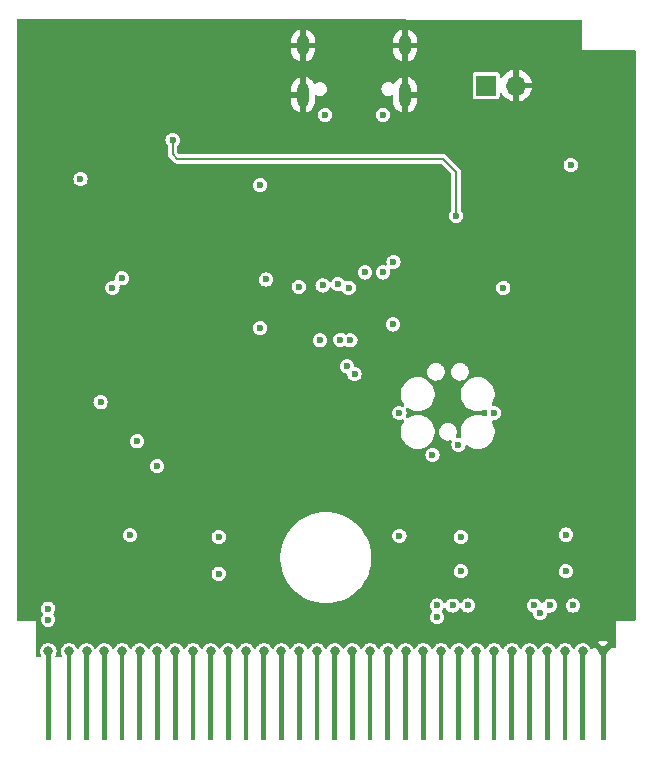
<source format=gbl>
G04 #@! TF.GenerationSoftware,KiCad,Pcbnew,(7.0.0)*
G04 #@! TF.CreationDate,2023-11-11T15:55:20+01:00*
G04 #@! TF.ProjectId,GameboyCartridgeV1.1,47616d65-626f-4794-9361-727472696467,rev?*
G04 #@! TF.SameCoordinates,Original*
G04 #@! TF.FileFunction,Copper,L4,Bot*
G04 #@! TF.FilePolarity,Positive*
%FSLAX46Y46*%
G04 Gerber Fmt 4.6, Leading zero omitted, Abs format (unit mm)*
G04 Created by KiCad (PCBNEW (7.0.0)) date 2023-11-11 15:55:20*
%MOMM*%
%LPD*%
G01*
G04 APERTURE LIST*
G04 #@! TA.AperFunction,ComponentPad*
%ADD10O,1.000000X2.100000*%
G04 #@! TD*
G04 #@! TA.AperFunction,ComponentPad*
%ADD11O,1.000000X1.800000*%
G04 #@! TD*
G04 #@! TA.AperFunction,ComponentPad*
%ADD12C,0.800000*%
G04 #@! TD*
G04 #@! TA.AperFunction,ComponentPad*
%ADD13R,1.700000X1.700000*%
G04 #@! TD*
G04 #@! TA.AperFunction,ComponentPad*
%ADD14O,1.700000X1.700000*%
G04 #@! TD*
G04 #@! TA.AperFunction,ViaPad*
%ADD15C,0.600000*%
G04 #@! TD*
G04 #@! TA.AperFunction,Conductor*
%ADD16C,0.200000*%
G04 #@! TD*
G04 APERTURE END LIST*
G36*
X88466962Y-116783715D02*
G01*
X88066962Y-116783715D01*
X88066962Y-109583715D01*
X88466962Y-109583715D01*
X88466962Y-116783715D01*
G37*
G36*
X90216962Y-116783715D02*
G01*
X89816962Y-116783715D01*
X89816962Y-109583715D01*
X90216962Y-109583715D01*
X90216962Y-116783715D01*
G37*
G36*
X91716962Y-116783715D02*
G01*
X91316962Y-116783715D01*
X91316962Y-109583715D01*
X91716962Y-109583715D01*
X91716962Y-116783715D01*
G37*
G36*
X93216962Y-116783715D02*
G01*
X92816962Y-116783715D01*
X92816962Y-109583715D01*
X93216962Y-109583715D01*
X93216962Y-116783715D01*
G37*
G36*
X94716962Y-116783715D02*
G01*
X94316962Y-116783715D01*
X94316962Y-109583715D01*
X94716962Y-109583715D01*
X94716962Y-116783715D01*
G37*
G36*
X96216962Y-116783715D02*
G01*
X95816962Y-116783715D01*
X95816962Y-109583715D01*
X96216962Y-109583715D01*
X96216962Y-116783715D01*
G37*
G36*
X97716962Y-116783715D02*
G01*
X97316962Y-116783715D01*
X97316962Y-109583715D01*
X97716962Y-109583715D01*
X97716962Y-116783715D01*
G37*
G36*
X99216962Y-116783715D02*
G01*
X98816962Y-116783715D01*
X98816962Y-109583715D01*
X99216962Y-109583715D01*
X99216962Y-116783715D01*
G37*
G36*
X100716962Y-116783715D02*
G01*
X100316962Y-116783715D01*
X100316962Y-109583715D01*
X100716962Y-109583715D01*
X100716962Y-116783715D01*
G37*
G36*
X102216962Y-116783715D02*
G01*
X101816962Y-116783715D01*
X101816962Y-109583715D01*
X102216962Y-109583715D01*
X102216962Y-116783715D01*
G37*
G36*
X103716962Y-116783715D02*
G01*
X103316962Y-116783715D01*
X103316962Y-109583715D01*
X103716962Y-109583715D01*
X103716962Y-116783715D01*
G37*
G36*
X105216962Y-116783715D02*
G01*
X104816962Y-116783715D01*
X104816962Y-109583715D01*
X105216962Y-109583715D01*
X105216962Y-116783715D01*
G37*
G36*
X106716962Y-116783715D02*
G01*
X106316962Y-116783715D01*
X106316962Y-109583715D01*
X106716962Y-109583715D01*
X106716962Y-116783715D01*
G37*
G36*
X108216962Y-116783715D02*
G01*
X107816962Y-116783715D01*
X107816962Y-109583715D01*
X108216962Y-109583715D01*
X108216962Y-116783715D01*
G37*
G36*
X109716962Y-116783715D02*
G01*
X109316962Y-116783715D01*
X109316962Y-109583715D01*
X109716962Y-109583715D01*
X109716962Y-116783715D01*
G37*
G36*
X111216962Y-116783715D02*
G01*
X110816962Y-116783715D01*
X110816962Y-109583715D01*
X111216962Y-109583715D01*
X111216962Y-116783715D01*
G37*
G36*
X112716962Y-116783715D02*
G01*
X112316962Y-116783715D01*
X112316962Y-109583715D01*
X112716962Y-109583715D01*
X112716962Y-116783715D01*
G37*
G36*
X114216962Y-116783715D02*
G01*
X113816962Y-116783715D01*
X113816962Y-109583715D01*
X114216962Y-109583715D01*
X114216962Y-116783715D01*
G37*
G36*
X115716962Y-116783715D02*
G01*
X115316962Y-116783715D01*
X115316962Y-109583715D01*
X115716962Y-109583715D01*
X115716962Y-116783715D01*
G37*
G36*
X117216962Y-116783715D02*
G01*
X116816962Y-116783715D01*
X116816962Y-109583715D01*
X117216962Y-109583715D01*
X117216962Y-116783715D01*
G37*
G36*
X118716962Y-116783715D02*
G01*
X118316962Y-116783715D01*
X118316962Y-109583715D01*
X118716962Y-109583715D01*
X118716962Y-116783715D01*
G37*
G36*
X120216962Y-116783715D02*
G01*
X119816962Y-116783715D01*
X119816962Y-109583715D01*
X120216962Y-109583715D01*
X120216962Y-116783715D01*
G37*
G36*
X121716962Y-116783715D02*
G01*
X121316962Y-116783715D01*
X121316962Y-109583715D01*
X121716962Y-109583715D01*
X121716962Y-116783715D01*
G37*
G36*
X123216962Y-116783715D02*
G01*
X122816962Y-116783715D01*
X122816962Y-109583715D01*
X123216962Y-109583715D01*
X123216962Y-116783715D01*
G37*
G36*
X124716962Y-116783715D02*
G01*
X124316962Y-116783715D01*
X124316962Y-109583715D01*
X124716962Y-109583715D01*
X124716962Y-116783715D01*
G37*
G36*
X126216962Y-116783715D02*
G01*
X125816962Y-116783715D01*
X125816962Y-109583715D01*
X126216962Y-109583715D01*
X126216962Y-116783715D01*
G37*
G36*
X127716962Y-116783715D02*
G01*
X127316962Y-116783715D01*
X127316962Y-109583715D01*
X127716962Y-109583715D01*
X127716962Y-116783715D01*
G37*
G36*
X129216962Y-116783715D02*
G01*
X128816962Y-116783715D01*
X128816962Y-109583715D01*
X129216962Y-109583715D01*
X129216962Y-116783715D01*
G37*
G36*
X130716962Y-116783715D02*
G01*
X130316962Y-116783715D01*
X130316962Y-109583715D01*
X130716962Y-109583715D01*
X130716962Y-116783715D01*
G37*
G36*
X132216962Y-116783715D02*
G01*
X131816962Y-116783715D01*
X131816962Y-109583715D01*
X132216962Y-109583715D01*
X132216962Y-116783715D01*
G37*
G36*
X133716962Y-116783715D02*
G01*
X133316962Y-116783715D01*
X133316962Y-109583715D01*
X133716962Y-109583715D01*
X133716962Y-116783715D01*
G37*
G36*
X135466962Y-116783715D02*
G01*
X135066962Y-116783715D01*
X135066962Y-109583715D01*
X135466962Y-109583715D01*
X135466962Y-116783715D01*
G37*
D10*
X118479999Y-62164999D03*
D11*
X118479999Y-57984999D03*
D10*
X109839999Y-62164999D03*
D11*
X109839999Y-57984999D03*
D12*
X88266962Y-109283715D03*
X90016962Y-109283715D03*
X91516962Y-109283715D03*
X93016962Y-109283715D03*
X94516962Y-109283715D03*
X96016962Y-109283715D03*
X97516962Y-109283715D03*
X99016962Y-109283715D03*
X100516962Y-109283715D03*
X102016962Y-109283715D03*
X103516962Y-109283715D03*
X105016962Y-109283715D03*
X106516962Y-109283715D03*
X108016962Y-109283715D03*
X109516962Y-109283715D03*
X111016962Y-109283715D03*
X112516962Y-109283715D03*
X114016962Y-109283715D03*
X115516962Y-109283715D03*
X117016962Y-109283715D03*
X118516962Y-109283715D03*
X120016962Y-109283715D03*
X121516962Y-109283715D03*
X123016962Y-109283715D03*
X124516962Y-109283715D03*
X126016962Y-109283715D03*
X127516962Y-109283715D03*
X129016962Y-109283715D03*
X130516962Y-109283715D03*
X132016962Y-109283715D03*
X133516962Y-109283715D03*
X135266962Y-109283715D03*
D13*
X125344999Y-61374999D03*
D14*
X127884999Y-61374999D03*
D15*
X124500000Y-85400000D03*
X124100000Y-65300000D03*
X137700000Y-104200000D03*
X112800000Y-79500000D03*
X85900000Y-76200000D03*
X127900000Y-56200000D03*
X105400000Y-105300000D03*
X85900000Y-94200000D03*
X85900000Y-100200000D03*
X135000000Y-67600000D03*
X137700000Y-106200000D03*
X133953022Y-87630570D03*
X85900000Y-92200000D03*
X118500000Y-71600000D03*
X95200000Y-98400000D03*
X121900000Y-56200000D03*
X110200000Y-83000000D03*
X107500000Y-84700000D03*
X98400000Y-78900000D03*
X85900000Y-62200000D03*
X135000000Y-60900000D03*
X116900000Y-66500000D03*
X85900000Y-102200000D03*
X85900000Y-78200000D03*
X96800000Y-65900000D03*
X85900000Y-66200000D03*
X85900000Y-68200000D03*
X130700000Y-76900000D03*
X91900000Y-56200000D03*
X85900000Y-64200000D03*
X134200000Y-96700000D03*
X137700000Y-70200000D03*
X121900000Y-58100000D03*
X134200000Y-105400000D03*
X125900000Y-56200000D03*
X96600000Y-94000000D03*
X137700000Y-86200000D03*
X117400000Y-105100000D03*
X96700000Y-67900000D03*
X105800000Y-98000000D03*
X111800000Y-71300000D03*
X120550000Y-77360000D03*
X129900000Y-58000000D03*
X111700000Y-80700000D03*
X119900000Y-56200000D03*
X113500000Y-87800000D03*
X96800000Y-57900000D03*
X126600000Y-105300000D03*
X137700000Y-84200000D03*
X137700000Y-60200000D03*
X92100000Y-106500000D03*
X107800000Y-90000000D03*
X137700000Y-72200000D03*
X132000000Y-60900000D03*
X125300000Y-105300000D03*
X137700000Y-76200000D03*
X93400000Y-77400000D03*
X127900000Y-100900000D03*
X123000000Y-92900000D03*
X94900000Y-57900000D03*
X135000000Y-79700000D03*
X90000000Y-65400000D03*
X137700000Y-68200000D03*
X135000000Y-69700000D03*
X85900000Y-56200000D03*
X94600000Y-106500000D03*
X85900000Y-70200000D03*
X137700000Y-100200000D03*
X112400000Y-73000000D03*
X114900000Y-57700000D03*
X137700000Y-98200000D03*
X123900000Y-72400000D03*
X111900000Y-56200000D03*
X109900000Y-56200000D03*
X112800000Y-57700000D03*
X91900000Y-76600000D03*
X137700000Y-94200000D03*
X111400000Y-73000000D03*
X85900000Y-90200000D03*
X89900000Y-56200000D03*
X118700000Y-100000000D03*
X100800000Y-57900000D03*
X112800000Y-68800000D03*
X123300000Y-81600000D03*
X129900000Y-65300000D03*
X135000000Y-77800000D03*
X103000000Y-82800000D03*
X92200000Y-101550000D03*
X115900000Y-56200000D03*
X85900000Y-74200000D03*
X137700000Y-78200000D03*
X120560000Y-81600000D03*
X85900000Y-104200000D03*
X113900000Y-56200000D03*
X104600000Y-68300000D03*
X95800000Y-90400000D03*
X126800000Y-89700000D03*
X99900000Y-59300000D03*
X111350000Y-88650000D03*
X115700000Y-86000000D03*
X137700000Y-66200000D03*
X105900000Y-56200000D03*
X124800000Y-76900000D03*
X85900000Y-86200000D03*
X107900000Y-56200000D03*
X129532265Y-74450793D03*
X135000000Y-75700000D03*
X137700000Y-88200000D03*
X127900000Y-58000000D03*
X111700000Y-79500000D03*
X137700000Y-74200000D03*
X112700000Y-66500000D03*
X101900000Y-56200000D03*
X95200000Y-103500000D03*
X129900000Y-56200000D03*
X106900000Y-57900000D03*
X92200000Y-94200000D03*
X137700000Y-90200000D03*
X112400000Y-94250000D03*
X110505474Y-63864476D03*
X117900000Y-56200000D03*
X112800000Y-81800000D03*
X85900000Y-60200000D03*
X137700000Y-82200000D03*
X121100000Y-100000000D03*
X91000000Y-68200000D03*
X107200000Y-106500000D03*
X85900000Y-82200000D03*
X89500000Y-102100000D03*
X99900000Y-56200000D03*
X117905474Y-63864476D03*
X91900000Y-78700000D03*
X92700000Y-89300000D03*
X136400000Y-58900000D03*
X100300000Y-65900000D03*
X106700000Y-60100000D03*
X85900000Y-96200000D03*
X97900000Y-56200000D03*
X92200000Y-98100000D03*
X85900000Y-80200000D03*
X116900000Y-68800000D03*
X95300000Y-105400000D03*
X85900000Y-98200000D03*
X135000000Y-63200000D03*
X103900000Y-56200000D03*
X137700000Y-96200000D03*
X137700000Y-62200000D03*
X111700000Y-81800000D03*
X92500000Y-85400000D03*
X93700000Y-105400000D03*
X85900000Y-106200000D03*
X100700000Y-74700000D03*
X108400000Y-94200000D03*
X123900000Y-56200000D03*
X110600000Y-81800000D03*
X110600000Y-79500000D03*
X135000000Y-65200000D03*
X102700000Y-100900000D03*
X135000000Y-71700000D03*
X97000000Y-105400000D03*
X85900000Y-58200000D03*
X93900000Y-56200000D03*
X95900000Y-56200000D03*
X135300000Y-100900000D03*
X85900000Y-84200000D03*
X103000000Y-57900000D03*
X131900000Y-56200000D03*
X137700000Y-80200000D03*
X133550000Y-58900000D03*
X85900000Y-72200000D03*
X137700000Y-92200000D03*
X126275838Y-74456437D03*
X88800000Y-82900000D03*
X110600000Y-80700000D03*
X98800000Y-57900000D03*
X131300000Y-100900000D03*
X131900000Y-58000000D03*
X125300000Y-93700000D03*
X117000000Y-71600000D03*
X112800000Y-80700000D03*
X104500000Y-71700000D03*
X102900000Y-77800000D03*
X87900000Y-56200000D03*
X127500000Y-77900000D03*
X125900000Y-58100000D03*
X137700000Y-102200000D03*
X137700000Y-64200000D03*
X94100000Y-65400000D03*
X104900000Y-57900000D03*
X85900000Y-88200000D03*
X135000000Y-73700000D03*
X125300000Y-97000000D03*
X102700000Y-99600000D03*
X123200000Y-99600000D03*
X106200000Y-81900000D03*
X117500000Y-76300000D03*
X132100000Y-99400000D03*
X109475000Y-78425000D03*
X106200000Y-69800000D03*
X132500000Y-68100000D03*
X115100000Y-77200000D03*
X117460000Y-81600000D03*
X95200000Y-99450000D03*
X116600000Y-77200000D03*
X123000000Y-91800000D03*
X106700000Y-77800000D03*
X111300000Y-82950000D03*
X93700000Y-78500000D03*
X92700000Y-88200000D03*
X94500000Y-77700000D03*
X112800000Y-78200000D03*
X120800000Y-92650000D03*
X113543466Y-85156974D03*
X126800000Y-78500000D03*
X113850000Y-82950000D03*
X126000000Y-89100000D03*
X118000000Y-89100000D03*
X114200000Y-85800500D03*
X123200000Y-102500000D03*
X132100000Y-102500000D03*
X88265112Y-106594801D03*
X88272528Y-105663384D03*
X102700000Y-102700000D03*
X111705474Y-63864476D03*
X91000000Y-69300000D03*
X116605474Y-63864476D03*
X121174500Y-105400000D03*
X121200000Y-106400000D03*
X122500000Y-105400000D03*
X123800000Y-105400000D03*
X129424500Y-105400000D03*
X129904610Y-106039295D03*
X130724500Y-105400000D03*
X132700000Y-105400000D03*
X111500000Y-78300000D03*
X113000000Y-82900000D03*
X113700000Y-78500000D03*
X118000000Y-99500000D03*
X95800000Y-91500000D03*
X97500000Y-93600000D03*
X122800000Y-72400000D03*
X98800000Y-66000000D03*
D16*
X99200000Y-67600000D02*
X98800000Y-67200000D01*
X98800000Y-67200000D02*
X98800000Y-66000000D01*
X122800000Y-72400000D02*
X122800000Y-68700000D01*
X121700000Y-67600000D02*
X99200000Y-67600000D01*
X122800000Y-68700000D02*
X121700000Y-67600000D01*
G04 #@! TA.AperFunction,Conductor*
G36*
X133320737Y-55791070D02*
G01*
X133382637Y-55807762D01*
X133427927Y-55853138D01*
X133444500Y-55915070D01*
X133444500Y-58299111D01*
X133443912Y-58305070D01*
X133444039Y-58305712D01*
X133442399Y-58309673D01*
X133444500Y-58314745D01*
X133450483Y-58329190D01*
X133470000Y-58337274D01*
X133473961Y-58335632D01*
X133474601Y-58335760D01*
X133480563Y-58335173D01*
X137876000Y-58335173D01*
X137938000Y-58351786D01*
X137983387Y-58397173D01*
X138000000Y-58459173D01*
X138000000Y-106550500D01*
X137983387Y-106612500D01*
X137938000Y-106657887D01*
X137876000Y-106674500D01*
X136380562Y-106674500D01*
X136374602Y-106673912D01*
X136373960Y-106674039D01*
X136370000Y-106672399D01*
X136364928Y-106674500D01*
X136350483Y-106680483D01*
X136342399Y-106700000D01*
X136344039Y-106703960D01*
X136343912Y-106704601D01*
X136344500Y-106710563D01*
X136344500Y-108904671D01*
X136325197Y-108971113D01*
X136273297Y-109016869D01*
X136204959Y-109027693D01*
X136141460Y-109000215D01*
X136102569Y-108942990D01*
X136095688Y-108921815D01*
X136090431Y-108910007D01*
X136062347Y-108861365D01*
X136054669Y-108853167D01*
X136045127Y-108859101D01*
X135650007Y-109254221D01*
X135599008Y-109284990D01*
X135539545Y-109288429D01*
X135533843Y-109287363D01*
X135523135Y-109283215D01*
X135511648Y-109283215D01*
X135509224Y-109282762D01*
X135508954Y-109282698D01*
X135508682Y-109282686D01*
X135506218Y-109282457D01*
X135495169Y-109279314D01*
X135483729Y-109280374D01*
X135458779Y-109282686D01*
X135447338Y-109283215D01*
X135120122Y-109283215D01*
X135108682Y-109282686D01*
X135106218Y-109282457D01*
X135095169Y-109279314D01*
X135083729Y-109280374D01*
X135058779Y-109282686D01*
X135047338Y-109283215D01*
X135039118Y-109283215D01*
X135033496Y-109284265D01*
X135033481Y-109284267D01*
X135031028Y-109284726D01*
X135019702Y-109286306D01*
X134990448Y-109289017D01*
X134983302Y-109289679D01*
X134982950Y-109285879D01*
X134940172Y-109286344D01*
X134883715Y-109254021D01*
X134488794Y-108859100D01*
X134479253Y-108853167D01*
X134471575Y-108861365D01*
X134443491Y-108910009D01*
X134438235Y-108921815D01*
X134404402Y-109025940D01*
X134372224Y-109077189D01*
X134319624Y-109107107D01*
X134259128Y-109108569D01*
X134205144Y-109081226D01*
X134170529Y-109031591D01*
X134144442Y-108962804D01*
X134144441Y-108962802D01*
X134141780Y-108955785D01*
X134045145Y-108815786D01*
X133917814Y-108702981D01*
X133892785Y-108689844D01*
X133773828Y-108627410D01*
X133773824Y-108627408D01*
X133767187Y-108623925D01*
X133759909Y-108622131D01*
X133759906Y-108622130D01*
X133609299Y-108585009D01*
X133609294Y-108585008D01*
X133602018Y-108583215D01*
X133431906Y-108583215D01*
X133424630Y-108585008D01*
X133424624Y-108585009D01*
X133274017Y-108622130D01*
X133274012Y-108622131D01*
X133266737Y-108623925D01*
X133260102Y-108627407D01*
X133260095Y-108627410D01*
X133122753Y-108699494D01*
X133122750Y-108699495D01*
X133116110Y-108702981D01*
X133110499Y-108707951D01*
X133110493Y-108707956D01*
X132994392Y-108810813D01*
X132988779Y-108815786D01*
X132984524Y-108821950D01*
X132984519Y-108821956D01*
X132896407Y-108949608D01*
X132896404Y-108949612D01*
X132892144Y-108955785D01*
X132889485Y-108962796D01*
X132889482Y-108962802D01*
X132882904Y-108980149D01*
X132849189Y-109028993D01*
X132796637Y-109056575D01*
X132737287Y-109056575D01*
X132684735Y-109028993D01*
X132651020Y-108980149D01*
X132644441Y-108962802D01*
X132641780Y-108955785D01*
X132545145Y-108815786D01*
X132417814Y-108702981D01*
X132392785Y-108689844D01*
X132273828Y-108627410D01*
X132273824Y-108627408D01*
X132267187Y-108623925D01*
X132259909Y-108622131D01*
X132259906Y-108622130D01*
X132109299Y-108585009D01*
X132109294Y-108585008D01*
X132102018Y-108583215D01*
X131931906Y-108583215D01*
X131924630Y-108585008D01*
X131924624Y-108585009D01*
X131774017Y-108622130D01*
X131774012Y-108622131D01*
X131766737Y-108623925D01*
X131760102Y-108627407D01*
X131760095Y-108627410D01*
X131622753Y-108699494D01*
X131622750Y-108699495D01*
X131616110Y-108702981D01*
X131610499Y-108707951D01*
X131610493Y-108707956D01*
X131494392Y-108810813D01*
X131488779Y-108815786D01*
X131484524Y-108821950D01*
X131484519Y-108821956D01*
X131396407Y-108949608D01*
X131396404Y-108949612D01*
X131392144Y-108955785D01*
X131389485Y-108962796D01*
X131389482Y-108962802D01*
X131382904Y-108980149D01*
X131349189Y-109028993D01*
X131296637Y-109056575D01*
X131237287Y-109056575D01*
X131184735Y-109028993D01*
X131151020Y-108980149D01*
X131144441Y-108962802D01*
X131141780Y-108955785D01*
X131045145Y-108815786D01*
X130917814Y-108702981D01*
X130892785Y-108689844D01*
X130773828Y-108627410D01*
X130773824Y-108627408D01*
X130767187Y-108623925D01*
X130759909Y-108622131D01*
X130759906Y-108622130D01*
X130609299Y-108585009D01*
X130609294Y-108585008D01*
X130602018Y-108583215D01*
X130431906Y-108583215D01*
X130424630Y-108585008D01*
X130424624Y-108585009D01*
X130274017Y-108622130D01*
X130274012Y-108622131D01*
X130266737Y-108623925D01*
X130260102Y-108627407D01*
X130260095Y-108627410D01*
X130122753Y-108699494D01*
X130122750Y-108699495D01*
X130116110Y-108702981D01*
X130110499Y-108707951D01*
X130110493Y-108707956D01*
X129994392Y-108810813D01*
X129988779Y-108815786D01*
X129984524Y-108821950D01*
X129984519Y-108821956D01*
X129896407Y-108949608D01*
X129896404Y-108949612D01*
X129892144Y-108955785D01*
X129889485Y-108962796D01*
X129889482Y-108962802D01*
X129882904Y-108980149D01*
X129849189Y-109028993D01*
X129796637Y-109056575D01*
X129737287Y-109056575D01*
X129684735Y-109028993D01*
X129651020Y-108980149D01*
X129644441Y-108962802D01*
X129641780Y-108955785D01*
X129545145Y-108815786D01*
X129417814Y-108702981D01*
X129392785Y-108689844D01*
X129273828Y-108627410D01*
X129273824Y-108627408D01*
X129267187Y-108623925D01*
X129259909Y-108622131D01*
X129259906Y-108622130D01*
X129109299Y-108585009D01*
X129109294Y-108585008D01*
X129102018Y-108583215D01*
X128931906Y-108583215D01*
X128924630Y-108585008D01*
X128924624Y-108585009D01*
X128774017Y-108622130D01*
X128774012Y-108622131D01*
X128766737Y-108623925D01*
X128760102Y-108627407D01*
X128760095Y-108627410D01*
X128622753Y-108699494D01*
X128622750Y-108699495D01*
X128616110Y-108702981D01*
X128610499Y-108707951D01*
X128610493Y-108707956D01*
X128494392Y-108810813D01*
X128488779Y-108815786D01*
X128484524Y-108821950D01*
X128484519Y-108821956D01*
X128396407Y-108949608D01*
X128396404Y-108949612D01*
X128392144Y-108955785D01*
X128389485Y-108962796D01*
X128389482Y-108962802D01*
X128382904Y-108980149D01*
X128349189Y-109028993D01*
X128296637Y-109056575D01*
X128237287Y-109056575D01*
X128184735Y-109028993D01*
X128151020Y-108980149D01*
X128144441Y-108962802D01*
X128141780Y-108955785D01*
X128045145Y-108815786D01*
X127917814Y-108702981D01*
X127892785Y-108689844D01*
X127773828Y-108627410D01*
X127773824Y-108627408D01*
X127767187Y-108623925D01*
X127759909Y-108622131D01*
X127759906Y-108622130D01*
X127609299Y-108585009D01*
X127609294Y-108585008D01*
X127602018Y-108583215D01*
X127431906Y-108583215D01*
X127424630Y-108585008D01*
X127424624Y-108585009D01*
X127274017Y-108622130D01*
X127274012Y-108622131D01*
X127266737Y-108623925D01*
X127260102Y-108627407D01*
X127260095Y-108627410D01*
X127122753Y-108699494D01*
X127122750Y-108699495D01*
X127116110Y-108702981D01*
X127110499Y-108707951D01*
X127110493Y-108707956D01*
X126994392Y-108810813D01*
X126988779Y-108815786D01*
X126984524Y-108821950D01*
X126984519Y-108821956D01*
X126896407Y-108949608D01*
X126896404Y-108949612D01*
X126892144Y-108955785D01*
X126889485Y-108962796D01*
X126889482Y-108962802D01*
X126882904Y-108980149D01*
X126849189Y-109028993D01*
X126796637Y-109056575D01*
X126737287Y-109056575D01*
X126684735Y-109028993D01*
X126651020Y-108980149D01*
X126644441Y-108962802D01*
X126641780Y-108955785D01*
X126545145Y-108815786D01*
X126417814Y-108702981D01*
X126392785Y-108689844D01*
X126273828Y-108627410D01*
X126273824Y-108627408D01*
X126267187Y-108623925D01*
X126259909Y-108622131D01*
X126259906Y-108622130D01*
X126109299Y-108585009D01*
X126109294Y-108585008D01*
X126102018Y-108583215D01*
X125931906Y-108583215D01*
X125924630Y-108585008D01*
X125924624Y-108585009D01*
X125774017Y-108622130D01*
X125774012Y-108622131D01*
X125766737Y-108623925D01*
X125760102Y-108627407D01*
X125760095Y-108627410D01*
X125622753Y-108699494D01*
X125622750Y-108699495D01*
X125616110Y-108702981D01*
X125610499Y-108707951D01*
X125610493Y-108707956D01*
X125494392Y-108810813D01*
X125488779Y-108815786D01*
X125484524Y-108821950D01*
X125484519Y-108821956D01*
X125396407Y-108949608D01*
X125396404Y-108949612D01*
X125392144Y-108955785D01*
X125389485Y-108962796D01*
X125389482Y-108962802D01*
X125382904Y-108980149D01*
X125349189Y-109028993D01*
X125296637Y-109056575D01*
X125237287Y-109056575D01*
X125184735Y-109028993D01*
X125151020Y-108980149D01*
X125144441Y-108962802D01*
X125141780Y-108955785D01*
X125045145Y-108815786D01*
X124917814Y-108702981D01*
X124892785Y-108689844D01*
X124773828Y-108627410D01*
X124773824Y-108627408D01*
X124767187Y-108623925D01*
X124759909Y-108622131D01*
X124759906Y-108622130D01*
X124609299Y-108585009D01*
X124609294Y-108585008D01*
X124602018Y-108583215D01*
X124431906Y-108583215D01*
X124424630Y-108585008D01*
X124424624Y-108585009D01*
X124274017Y-108622130D01*
X124274012Y-108622131D01*
X124266737Y-108623925D01*
X124260102Y-108627407D01*
X124260095Y-108627410D01*
X124122753Y-108699494D01*
X124122750Y-108699495D01*
X124116110Y-108702981D01*
X124110499Y-108707951D01*
X124110493Y-108707956D01*
X123994392Y-108810813D01*
X123988779Y-108815786D01*
X123984524Y-108821950D01*
X123984519Y-108821956D01*
X123896407Y-108949608D01*
X123896404Y-108949612D01*
X123892144Y-108955785D01*
X123889485Y-108962796D01*
X123889482Y-108962802D01*
X123882904Y-108980149D01*
X123849189Y-109028993D01*
X123796637Y-109056575D01*
X123737287Y-109056575D01*
X123684735Y-109028993D01*
X123651020Y-108980149D01*
X123644441Y-108962802D01*
X123641780Y-108955785D01*
X123545145Y-108815786D01*
X123417814Y-108702981D01*
X123392785Y-108689844D01*
X123273828Y-108627410D01*
X123273824Y-108627408D01*
X123267187Y-108623925D01*
X123259909Y-108622131D01*
X123259906Y-108622130D01*
X123109299Y-108585009D01*
X123109294Y-108585008D01*
X123102018Y-108583215D01*
X122931906Y-108583215D01*
X122924630Y-108585008D01*
X122924624Y-108585009D01*
X122774017Y-108622130D01*
X122774012Y-108622131D01*
X122766737Y-108623925D01*
X122760102Y-108627407D01*
X122760095Y-108627410D01*
X122622753Y-108699494D01*
X122622750Y-108699495D01*
X122616110Y-108702981D01*
X122610499Y-108707951D01*
X122610493Y-108707956D01*
X122494392Y-108810813D01*
X122488779Y-108815786D01*
X122484524Y-108821950D01*
X122484519Y-108821956D01*
X122396407Y-108949608D01*
X122396404Y-108949612D01*
X122392144Y-108955785D01*
X122389485Y-108962796D01*
X122389482Y-108962802D01*
X122382904Y-108980149D01*
X122349189Y-109028993D01*
X122296637Y-109056575D01*
X122237287Y-109056575D01*
X122184735Y-109028993D01*
X122151020Y-108980149D01*
X122144441Y-108962802D01*
X122141780Y-108955785D01*
X122045145Y-108815786D01*
X121917814Y-108702981D01*
X121892785Y-108689844D01*
X121773828Y-108627410D01*
X121773824Y-108627408D01*
X121767187Y-108623925D01*
X121759909Y-108622131D01*
X121759906Y-108622130D01*
X121609299Y-108585009D01*
X121609294Y-108585008D01*
X121602018Y-108583215D01*
X121431906Y-108583215D01*
X121424630Y-108585008D01*
X121424624Y-108585009D01*
X121274017Y-108622130D01*
X121274012Y-108622131D01*
X121266737Y-108623925D01*
X121260102Y-108627407D01*
X121260095Y-108627410D01*
X121122753Y-108699494D01*
X121122750Y-108699495D01*
X121116110Y-108702981D01*
X121110499Y-108707951D01*
X121110493Y-108707956D01*
X120994392Y-108810813D01*
X120988779Y-108815786D01*
X120984524Y-108821950D01*
X120984519Y-108821956D01*
X120896407Y-108949608D01*
X120896404Y-108949612D01*
X120892144Y-108955785D01*
X120889485Y-108962796D01*
X120889482Y-108962802D01*
X120882904Y-108980149D01*
X120849189Y-109028993D01*
X120796637Y-109056575D01*
X120737287Y-109056575D01*
X120684735Y-109028993D01*
X120651020Y-108980149D01*
X120644441Y-108962802D01*
X120641780Y-108955785D01*
X120545145Y-108815786D01*
X120417814Y-108702981D01*
X120392785Y-108689844D01*
X120273828Y-108627410D01*
X120273824Y-108627408D01*
X120267187Y-108623925D01*
X120259909Y-108622131D01*
X120259906Y-108622130D01*
X120109299Y-108585009D01*
X120109294Y-108585008D01*
X120102018Y-108583215D01*
X119931906Y-108583215D01*
X119924630Y-108585008D01*
X119924624Y-108585009D01*
X119774017Y-108622130D01*
X119774012Y-108622131D01*
X119766737Y-108623925D01*
X119760102Y-108627407D01*
X119760095Y-108627410D01*
X119622753Y-108699494D01*
X119622750Y-108699495D01*
X119616110Y-108702981D01*
X119610499Y-108707951D01*
X119610493Y-108707956D01*
X119494392Y-108810813D01*
X119488779Y-108815786D01*
X119484524Y-108821950D01*
X119484519Y-108821956D01*
X119396407Y-108949608D01*
X119396404Y-108949612D01*
X119392144Y-108955785D01*
X119389485Y-108962796D01*
X119389482Y-108962802D01*
X119382904Y-108980149D01*
X119349189Y-109028993D01*
X119296637Y-109056575D01*
X119237287Y-109056575D01*
X119184735Y-109028993D01*
X119151020Y-108980149D01*
X119144441Y-108962802D01*
X119141780Y-108955785D01*
X119045145Y-108815786D01*
X118917814Y-108702981D01*
X118892785Y-108689844D01*
X118773828Y-108627410D01*
X118773824Y-108627408D01*
X118767187Y-108623925D01*
X118759909Y-108622131D01*
X118759906Y-108622130D01*
X118609299Y-108585009D01*
X118609294Y-108585008D01*
X118602018Y-108583215D01*
X118431906Y-108583215D01*
X118424630Y-108585008D01*
X118424624Y-108585009D01*
X118274017Y-108622130D01*
X118274012Y-108622131D01*
X118266737Y-108623925D01*
X118260102Y-108627407D01*
X118260095Y-108627410D01*
X118122753Y-108699494D01*
X118122750Y-108699495D01*
X118116110Y-108702981D01*
X118110499Y-108707951D01*
X118110493Y-108707956D01*
X117994392Y-108810813D01*
X117988779Y-108815786D01*
X117984524Y-108821950D01*
X117984519Y-108821956D01*
X117896407Y-108949608D01*
X117896404Y-108949612D01*
X117892144Y-108955785D01*
X117889485Y-108962796D01*
X117889482Y-108962802D01*
X117882904Y-108980149D01*
X117849189Y-109028993D01*
X117796637Y-109056575D01*
X117737287Y-109056575D01*
X117684735Y-109028993D01*
X117651020Y-108980149D01*
X117644441Y-108962802D01*
X117641780Y-108955785D01*
X117545145Y-108815786D01*
X117417814Y-108702981D01*
X117392785Y-108689844D01*
X117273828Y-108627410D01*
X117273824Y-108627408D01*
X117267187Y-108623925D01*
X117259909Y-108622131D01*
X117259906Y-108622130D01*
X117109299Y-108585009D01*
X117109294Y-108585008D01*
X117102018Y-108583215D01*
X116931906Y-108583215D01*
X116924630Y-108585008D01*
X116924624Y-108585009D01*
X116774017Y-108622130D01*
X116774012Y-108622131D01*
X116766737Y-108623925D01*
X116760102Y-108627407D01*
X116760095Y-108627410D01*
X116622753Y-108699494D01*
X116622750Y-108699495D01*
X116616110Y-108702981D01*
X116610499Y-108707951D01*
X116610493Y-108707956D01*
X116494392Y-108810813D01*
X116488779Y-108815786D01*
X116484524Y-108821950D01*
X116484519Y-108821956D01*
X116396407Y-108949608D01*
X116396404Y-108949612D01*
X116392144Y-108955785D01*
X116389485Y-108962796D01*
X116389482Y-108962802D01*
X116382904Y-108980149D01*
X116349189Y-109028993D01*
X116296637Y-109056575D01*
X116237287Y-109056575D01*
X116184735Y-109028993D01*
X116151020Y-108980149D01*
X116144441Y-108962802D01*
X116141780Y-108955785D01*
X116045145Y-108815786D01*
X115917814Y-108702981D01*
X115892785Y-108689844D01*
X115773828Y-108627410D01*
X115773824Y-108627408D01*
X115767187Y-108623925D01*
X115759909Y-108622131D01*
X115759906Y-108622130D01*
X115609299Y-108585009D01*
X115609294Y-108585008D01*
X115602018Y-108583215D01*
X115431906Y-108583215D01*
X115424630Y-108585008D01*
X115424624Y-108585009D01*
X115274017Y-108622130D01*
X115274012Y-108622131D01*
X115266737Y-108623925D01*
X115260102Y-108627407D01*
X115260095Y-108627410D01*
X115122753Y-108699494D01*
X115122750Y-108699495D01*
X115116110Y-108702981D01*
X115110499Y-108707951D01*
X115110493Y-108707956D01*
X114994392Y-108810813D01*
X114988779Y-108815786D01*
X114984524Y-108821950D01*
X114984519Y-108821956D01*
X114896407Y-108949608D01*
X114896404Y-108949612D01*
X114892144Y-108955785D01*
X114889485Y-108962796D01*
X114889482Y-108962802D01*
X114882904Y-108980149D01*
X114849189Y-109028993D01*
X114796637Y-109056575D01*
X114737287Y-109056575D01*
X114684735Y-109028993D01*
X114651020Y-108980149D01*
X114644441Y-108962802D01*
X114641780Y-108955785D01*
X114545145Y-108815786D01*
X114417814Y-108702981D01*
X114392785Y-108689844D01*
X114273828Y-108627410D01*
X114273824Y-108627408D01*
X114267187Y-108623925D01*
X114259909Y-108622131D01*
X114259906Y-108622130D01*
X114109299Y-108585009D01*
X114109294Y-108585008D01*
X114102018Y-108583215D01*
X113931906Y-108583215D01*
X113924630Y-108585008D01*
X113924624Y-108585009D01*
X113774017Y-108622130D01*
X113774012Y-108622131D01*
X113766737Y-108623925D01*
X113760102Y-108627407D01*
X113760095Y-108627410D01*
X113622753Y-108699494D01*
X113622750Y-108699495D01*
X113616110Y-108702981D01*
X113610499Y-108707951D01*
X113610493Y-108707956D01*
X113494392Y-108810813D01*
X113488779Y-108815786D01*
X113484524Y-108821950D01*
X113484519Y-108821956D01*
X113396407Y-108949608D01*
X113396404Y-108949612D01*
X113392144Y-108955785D01*
X113389485Y-108962796D01*
X113389482Y-108962802D01*
X113382904Y-108980149D01*
X113349189Y-109028993D01*
X113296637Y-109056575D01*
X113237287Y-109056575D01*
X113184735Y-109028993D01*
X113151020Y-108980149D01*
X113144441Y-108962802D01*
X113141780Y-108955785D01*
X113045145Y-108815786D01*
X112917814Y-108702981D01*
X112892785Y-108689844D01*
X112773828Y-108627410D01*
X112773824Y-108627408D01*
X112767187Y-108623925D01*
X112759909Y-108622131D01*
X112759906Y-108622130D01*
X112609299Y-108585009D01*
X112609294Y-108585008D01*
X112602018Y-108583215D01*
X112431906Y-108583215D01*
X112424630Y-108585008D01*
X112424624Y-108585009D01*
X112274017Y-108622130D01*
X112274012Y-108622131D01*
X112266737Y-108623925D01*
X112260102Y-108627407D01*
X112260095Y-108627410D01*
X112122753Y-108699494D01*
X112122750Y-108699495D01*
X112116110Y-108702981D01*
X112110499Y-108707951D01*
X112110493Y-108707956D01*
X111994392Y-108810813D01*
X111988779Y-108815786D01*
X111984524Y-108821950D01*
X111984519Y-108821956D01*
X111896407Y-108949608D01*
X111896404Y-108949612D01*
X111892144Y-108955785D01*
X111889485Y-108962796D01*
X111889482Y-108962802D01*
X111882904Y-108980149D01*
X111849189Y-109028993D01*
X111796637Y-109056575D01*
X111737287Y-109056575D01*
X111684735Y-109028993D01*
X111651020Y-108980149D01*
X111644441Y-108962802D01*
X111641780Y-108955785D01*
X111545145Y-108815786D01*
X111417814Y-108702981D01*
X111392785Y-108689844D01*
X111273828Y-108627410D01*
X111273824Y-108627408D01*
X111267187Y-108623925D01*
X111259909Y-108622131D01*
X111259906Y-108622130D01*
X111109299Y-108585009D01*
X111109294Y-108585008D01*
X111102018Y-108583215D01*
X110931906Y-108583215D01*
X110924630Y-108585008D01*
X110924624Y-108585009D01*
X110774017Y-108622130D01*
X110774012Y-108622131D01*
X110766737Y-108623925D01*
X110760102Y-108627407D01*
X110760095Y-108627410D01*
X110622753Y-108699494D01*
X110622750Y-108699495D01*
X110616110Y-108702981D01*
X110610499Y-108707951D01*
X110610493Y-108707956D01*
X110494392Y-108810813D01*
X110488779Y-108815786D01*
X110484524Y-108821950D01*
X110484519Y-108821956D01*
X110396407Y-108949608D01*
X110396404Y-108949612D01*
X110392144Y-108955785D01*
X110389485Y-108962796D01*
X110389482Y-108962802D01*
X110382904Y-108980149D01*
X110349189Y-109028993D01*
X110296637Y-109056575D01*
X110237287Y-109056575D01*
X110184735Y-109028993D01*
X110151020Y-108980149D01*
X110144441Y-108962802D01*
X110141780Y-108955785D01*
X110045145Y-108815786D01*
X109917814Y-108702981D01*
X109892785Y-108689844D01*
X109773828Y-108627410D01*
X109773824Y-108627408D01*
X109767187Y-108623925D01*
X109759909Y-108622131D01*
X109759906Y-108622130D01*
X109609299Y-108585009D01*
X109609294Y-108585008D01*
X109602018Y-108583215D01*
X109431906Y-108583215D01*
X109424630Y-108585008D01*
X109424624Y-108585009D01*
X109274017Y-108622130D01*
X109274012Y-108622131D01*
X109266737Y-108623925D01*
X109260102Y-108627407D01*
X109260095Y-108627410D01*
X109122753Y-108699494D01*
X109122750Y-108699495D01*
X109116110Y-108702981D01*
X109110499Y-108707951D01*
X109110493Y-108707956D01*
X108994392Y-108810813D01*
X108988779Y-108815786D01*
X108984524Y-108821950D01*
X108984519Y-108821956D01*
X108896407Y-108949608D01*
X108896404Y-108949612D01*
X108892144Y-108955785D01*
X108889485Y-108962796D01*
X108889482Y-108962802D01*
X108882904Y-108980149D01*
X108849189Y-109028993D01*
X108796637Y-109056575D01*
X108737287Y-109056575D01*
X108684735Y-109028993D01*
X108651020Y-108980149D01*
X108644441Y-108962802D01*
X108641780Y-108955785D01*
X108545145Y-108815786D01*
X108417814Y-108702981D01*
X108392785Y-108689844D01*
X108273828Y-108627410D01*
X108273824Y-108627408D01*
X108267187Y-108623925D01*
X108259909Y-108622131D01*
X108259906Y-108622130D01*
X108109299Y-108585009D01*
X108109294Y-108585008D01*
X108102018Y-108583215D01*
X107931906Y-108583215D01*
X107924630Y-108585008D01*
X107924624Y-108585009D01*
X107774017Y-108622130D01*
X107774012Y-108622131D01*
X107766737Y-108623925D01*
X107760102Y-108627407D01*
X107760095Y-108627410D01*
X107622753Y-108699494D01*
X107622750Y-108699495D01*
X107616110Y-108702981D01*
X107610499Y-108707951D01*
X107610493Y-108707956D01*
X107494392Y-108810813D01*
X107488779Y-108815786D01*
X107484524Y-108821950D01*
X107484519Y-108821956D01*
X107396407Y-108949608D01*
X107396404Y-108949612D01*
X107392144Y-108955785D01*
X107389485Y-108962796D01*
X107389482Y-108962802D01*
X107382904Y-108980149D01*
X107349189Y-109028993D01*
X107296637Y-109056575D01*
X107237287Y-109056575D01*
X107184735Y-109028993D01*
X107151020Y-108980149D01*
X107144441Y-108962802D01*
X107141780Y-108955785D01*
X107045145Y-108815786D01*
X106917814Y-108702981D01*
X106892785Y-108689844D01*
X106773828Y-108627410D01*
X106773824Y-108627408D01*
X106767187Y-108623925D01*
X106759909Y-108622131D01*
X106759906Y-108622130D01*
X106609299Y-108585009D01*
X106609294Y-108585008D01*
X106602018Y-108583215D01*
X106431906Y-108583215D01*
X106424630Y-108585008D01*
X106424624Y-108585009D01*
X106274017Y-108622130D01*
X106274012Y-108622131D01*
X106266737Y-108623925D01*
X106260102Y-108627407D01*
X106260095Y-108627410D01*
X106122753Y-108699494D01*
X106122750Y-108699495D01*
X106116110Y-108702981D01*
X106110499Y-108707951D01*
X106110493Y-108707956D01*
X105994392Y-108810813D01*
X105988779Y-108815786D01*
X105984524Y-108821950D01*
X105984519Y-108821956D01*
X105896407Y-108949608D01*
X105896404Y-108949612D01*
X105892144Y-108955785D01*
X105889485Y-108962796D01*
X105889482Y-108962802D01*
X105882904Y-108980149D01*
X105849189Y-109028993D01*
X105796637Y-109056575D01*
X105737287Y-109056575D01*
X105684735Y-109028993D01*
X105651020Y-108980149D01*
X105644441Y-108962802D01*
X105641780Y-108955785D01*
X105545145Y-108815786D01*
X105417814Y-108702981D01*
X105392785Y-108689844D01*
X105273828Y-108627410D01*
X105273824Y-108627408D01*
X105267187Y-108623925D01*
X105259909Y-108622131D01*
X105259906Y-108622130D01*
X105109299Y-108585009D01*
X105109294Y-108585008D01*
X105102018Y-108583215D01*
X104931906Y-108583215D01*
X104924630Y-108585008D01*
X104924624Y-108585009D01*
X104774017Y-108622130D01*
X104774012Y-108622131D01*
X104766737Y-108623925D01*
X104760102Y-108627407D01*
X104760095Y-108627410D01*
X104622753Y-108699494D01*
X104622750Y-108699495D01*
X104616110Y-108702981D01*
X104610499Y-108707951D01*
X104610493Y-108707956D01*
X104494392Y-108810813D01*
X104488779Y-108815786D01*
X104484524Y-108821950D01*
X104484519Y-108821956D01*
X104396407Y-108949608D01*
X104396404Y-108949612D01*
X104392144Y-108955785D01*
X104389485Y-108962796D01*
X104389482Y-108962802D01*
X104382904Y-108980149D01*
X104349189Y-109028993D01*
X104296637Y-109056575D01*
X104237287Y-109056575D01*
X104184735Y-109028993D01*
X104151020Y-108980149D01*
X104144441Y-108962802D01*
X104141780Y-108955785D01*
X104045145Y-108815786D01*
X103917814Y-108702981D01*
X103892785Y-108689844D01*
X103773828Y-108627410D01*
X103773824Y-108627408D01*
X103767187Y-108623925D01*
X103759909Y-108622131D01*
X103759906Y-108622130D01*
X103609299Y-108585009D01*
X103609294Y-108585008D01*
X103602018Y-108583215D01*
X103431906Y-108583215D01*
X103424630Y-108585008D01*
X103424624Y-108585009D01*
X103274017Y-108622130D01*
X103274012Y-108622131D01*
X103266737Y-108623925D01*
X103260102Y-108627407D01*
X103260095Y-108627410D01*
X103122753Y-108699494D01*
X103122750Y-108699495D01*
X103116110Y-108702981D01*
X103110499Y-108707951D01*
X103110493Y-108707956D01*
X102994392Y-108810813D01*
X102988779Y-108815786D01*
X102984524Y-108821950D01*
X102984519Y-108821956D01*
X102896407Y-108949608D01*
X102896404Y-108949612D01*
X102892144Y-108955785D01*
X102889485Y-108962796D01*
X102889482Y-108962802D01*
X102882904Y-108980149D01*
X102849189Y-109028993D01*
X102796637Y-109056575D01*
X102737287Y-109056575D01*
X102684735Y-109028993D01*
X102651020Y-108980149D01*
X102644441Y-108962802D01*
X102641780Y-108955785D01*
X102545145Y-108815786D01*
X102417814Y-108702981D01*
X102392785Y-108689844D01*
X102273828Y-108627410D01*
X102273824Y-108627408D01*
X102267187Y-108623925D01*
X102259909Y-108622131D01*
X102259906Y-108622130D01*
X102109299Y-108585009D01*
X102109294Y-108585008D01*
X102102018Y-108583215D01*
X101931906Y-108583215D01*
X101924630Y-108585008D01*
X101924624Y-108585009D01*
X101774017Y-108622130D01*
X101774012Y-108622131D01*
X101766737Y-108623925D01*
X101760102Y-108627407D01*
X101760095Y-108627410D01*
X101622753Y-108699494D01*
X101622750Y-108699495D01*
X101616110Y-108702981D01*
X101610499Y-108707951D01*
X101610493Y-108707956D01*
X101494392Y-108810813D01*
X101488779Y-108815786D01*
X101484524Y-108821950D01*
X101484519Y-108821956D01*
X101396407Y-108949608D01*
X101396404Y-108949612D01*
X101392144Y-108955785D01*
X101389485Y-108962796D01*
X101389482Y-108962802D01*
X101382904Y-108980149D01*
X101349189Y-109028993D01*
X101296637Y-109056575D01*
X101237287Y-109056575D01*
X101184735Y-109028993D01*
X101151020Y-108980149D01*
X101144441Y-108962802D01*
X101141780Y-108955785D01*
X101045145Y-108815786D01*
X100917814Y-108702981D01*
X100892785Y-108689844D01*
X100773828Y-108627410D01*
X100773824Y-108627408D01*
X100767187Y-108623925D01*
X100759909Y-108622131D01*
X100759906Y-108622130D01*
X100609299Y-108585009D01*
X100609294Y-108585008D01*
X100602018Y-108583215D01*
X100431906Y-108583215D01*
X100424630Y-108585008D01*
X100424624Y-108585009D01*
X100274017Y-108622130D01*
X100274012Y-108622131D01*
X100266737Y-108623925D01*
X100260102Y-108627407D01*
X100260095Y-108627410D01*
X100122753Y-108699494D01*
X100122750Y-108699495D01*
X100116110Y-108702981D01*
X100110499Y-108707951D01*
X100110493Y-108707956D01*
X99994392Y-108810813D01*
X99988779Y-108815786D01*
X99984524Y-108821950D01*
X99984519Y-108821956D01*
X99896407Y-108949608D01*
X99896404Y-108949612D01*
X99892144Y-108955785D01*
X99889485Y-108962796D01*
X99889482Y-108962802D01*
X99882904Y-108980149D01*
X99849189Y-109028993D01*
X99796637Y-109056575D01*
X99737287Y-109056575D01*
X99684735Y-109028993D01*
X99651020Y-108980149D01*
X99644441Y-108962802D01*
X99641780Y-108955785D01*
X99545145Y-108815786D01*
X99417814Y-108702981D01*
X99392785Y-108689844D01*
X99273828Y-108627410D01*
X99273824Y-108627408D01*
X99267187Y-108623925D01*
X99259909Y-108622131D01*
X99259906Y-108622130D01*
X99109299Y-108585009D01*
X99109294Y-108585008D01*
X99102018Y-108583215D01*
X98931906Y-108583215D01*
X98924630Y-108585008D01*
X98924624Y-108585009D01*
X98774017Y-108622130D01*
X98774012Y-108622131D01*
X98766737Y-108623925D01*
X98760102Y-108627407D01*
X98760095Y-108627410D01*
X98622753Y-108699494D01*
X98622750Y-108699495D01*
X98616110Y-108702981D01*
X98610499Y-108707951D01*
X98610493Y-108707956D01*
X98494392Y-108810813D01*
X98488779Y-108815786D01*
X98484524Y-108821950D01*
X98484519Y-108821956D01*
X98396407Y-108949608D01*
X98396404Y-108949612D01*
X98392144Y-108955785D01*
X98389485Y-108962796D01*
X98389482Y-108962802D01*
X98382904Y-108980149D01*
X98349189Y-109028993D01*
X98296637Y-109056575D01*
X98237287Y-109056575D01*
X98184735Y-109028993D01*
X98151020Y-108980149D01*
X98144441Y-108962802D01*
X98141780Y-108955785D01*
X98045145Y-108815786D01*
X97917814Y-108702981D01*
X97892785Y-108689844D01*
X97773828Y-108627410D01*
X97773824Y-108627408D01*
X97767187Y-108623925D01*
X97759909Y-108622131D01*
X97759906Y-108622130D01*
X97609299Y-108585009D01*
X97609294Y-108585008D01*
X97602018Y-108583215D01*
X97431906Y-108583215D01*
X97424630Y-108585008D01*
X97424624Y-108585009D01*
X97274017Y-108622130D01*
X97274012Y-108622131D01*
X97266737Y-108623925D01*
X97260102Y-108627407D01*
X97260095Y-108627410D01*
X97122753Y-108699494D01*
X97122750Y-108699495D01*
X97116110Y-108702981D01*
X97110499Y-108707951D01*
X97110493Y-108707956D01*
X96994392Y-108810813D01*
X96988779Y-108815786D01*
X96984524Y-108821950D01*
X96984519Y-108821956D01*
X96896407Y-108949608D01*
X96896404Y-108949612D01*
X96892144Y-108955785D01*
X96889485Y-108962796D01*
X96889482Y-108962802D01*
X96882904Y-108980149D01*
X96849189Y-109028993D01*
X96796637Y-109056575D01*
X96737287Y-109056575D01*
X96684735Y-109028993D01*
X96651020Y-108980149D01*
X96644441Y-108962802D01*
X96641780Y-108955785D01*
X96545145Y-108815786D01*
X96417814Y-108702981D01*
X96392785Y-108689844D01*
X96273828Y-108627410D01*
X96273824Y-108627408D01*
X96267187Y-108623925D01*
X96259909Y-108622131D01*
X96259906Y-108622130D01*
X96109299Y-108585009D01*
X96109294Y-108585008D01*
X96102018Y-108583215D01*
X95931906Y-108583215D01*
X95924630Y-108585008D01*
X95924624Y-108585009D01*
X95774017Y-108622130D01*
X95774012Y-108622131D01*
X95766737Y-108623925D01*
X95760102Y-108627407D01*
X95760095Y-108627410D01*
X95622753Y-108699494D01*
X95622750Y-108699495D01*
X95616110Y-108702981D01*
X95610499Y-108707951D01*
X95610493Y-108707956D01*
X95494392Y-108810813D01*
X95488779Y-108815786D01*
X95484524Y-108821950D01*
X95484519Y-108821956D01*
X95396407Y-108949608D01*
X95396404Y-108949612D01*
X95392144Y-108955785D01*
X95389485Y-108962796D01*
X95389482Y-108962802D01*
X95382904Y-108980149D01*
X95349189Y-109028993D01*
X95296637Y-109056575D01*
X95237287Y-109056575D01*
X95184735Y-109028993D01*
X95151020Y-108980149D01*
X95144441Y-108962802D01*
X95141780Y-108955785D01*
X95045145Y-108815786D01*
X94917814Y-108702981D01*
X94892785Y-108689844D01*
X94773828Y-108627410D01*
X94773824Y-108627408D01*
X94767187Y-108623925D01*
X94759909Y-108622131D01*
X94759906Y-108622130D01*
X94609299Y-108585009D01*
X94609294Y-108585008D01*
X94602018Y-108583215D01*
X94431906Y-108583215D01*
X94424630Y-108585008D01*
X94424624Y-108585009D01*
X94274017Y-108622130D01*
X94274012Y-108622131D01*
X94266737Y-108623925D01*
X94260102Y-108627407D01*
X94260095Y-108627410D01*
X94122753Y-108699494D01*
X94122750Y-108699495D01*
X94116110Y-108702981D01*
X94110499Y-108707951D01*
X94110493Y-108707956D01*
X93994392Y-108810813D01*
X93988779Y-108815786D01*
X93984524Y-108821950D01*
X93984519Y-108821956D01*
X93896407Y-108949608D01*
X93896404Y-108949612D01*
X93892144Y-108955785D01*
X93889485Y-108962796D01*
X93889482Y-108962802D01*
X93882904Y-108980149D01*
X93849189Y-109028993D01*
X93796637Y-109056575D01*
X93737287Y-109056575D01*
X93684735Y-109028993D01*
X93651020Y-108980149D01*
X93644441Y-108962802D01*
X93641780Y-108955785D01*
X93545145Y-108815786D01*
X93417814Y-108702981D01*
X93392785Y-108689844D01*
X93273828Y-108627410D01*
X93273824Y-108627408D01*
X93267187Y-108623925D01*
X93259909Y-108622131D01*
X93259906Y-108622130D01*
X93109299Y-108585009D01*
X93109294Y-108585008D01*
X93102018Y-108583215D01*
X92931906Y-108583215D01*
X92924630Y-108585008D01*
X92924624Y-108585009D01*
X92774017Y-108622130D01*
X92774012Y-108622131D01*
X92766737Y-108623925D01*
X92760102Y-108627407D01*
X92760095Y-108627410D01*
X92622753Y-108699494D01*
X92622750Y-108699495D01*
X92616110Y-108702981D01*
X92610499Y-108707951D01*
X92610493Y-108707956D01*
X92494392Y-108810813D01*
X92488779Y-108815786D01*
X92484524Y-108821950D01*
X92484519Y-108821956D01*
X92396407Y-108949608D01*
X92396404Y-108949612D01*
X92392144Y-108955785D01*
X92389485Y-108962796D01*
X92389482Y-108962802D01*
X92382904Y-108980149D01*
X92349189Y-109028993D01*
X92296637Y-109056575D01*
X92237287Y-109056575D01*
X92184735Y-109028993D01*
X92151020Y-108980149D01*
X92144441Y-108962802D01*
X92141780Y-108955785D01*
X92045145Y-108815786D01*
X91917814Y-108702981D01*
X91892785Y-108689844D01*
X91773828Y-108627410D01*
X91773824Y-108627408D01*
X91767187Y-108623925D01*
X91759909Y-108622131D01*
X91759906Y-108622130D01*
X91609299Y-108585009D01*
X91609294Y-108585008D01*
X91602018Y-108583215D01*
X91431906Y-108583215D01*
X91424630Y-108585008D01*
X91424624Y-108585009D01*
X91274017Y-108622130D01*
X91274012Y-108622131D01*
X91266737Y-108623925D01*
X91260102Y-108627407D01*
X91260095Y-108627410D01*
X91122753Y-108699494D01*
X91122750Y-108699495D01*
X91116110Y-108702981D01*
X91110499Y-108707951D01*
X91110493Y-108707956D01*
X90994392Y-108810813D01*
X90988779Y-108815786D01*
X90984524Y-108821950D01*
X90984519Y-108821956D01*
X90896407Y-108949608D01*
X90896404Y-108949612D01*
X90892144Y-108955785D01*
X90889485Y-108962796D01*
X90889482Y-108962802D01*
X90882904Y-108980149D01*
X90849189Y-109028993D01*
X90796637Y-109056575D01*
X90737287Y-109056575D01*
X90684735Y-109028993D01*
X90651020Y-108980149D01*
X90644441Y-108962802D01*
X90641780Y-108955785D01*
X90545145Y-108815786D01*
X90417814Y-108702981D01*
X90392785Y-108689844D01*
X90273828Y-108627410D01*
X90273824Y-108627408D01*
X90267187Y-108623925D01*
X90259909Y-108622131D01*
X90259906Y-108622130D01*
X90109299Y-108585009D01*
X90109294Y-108585008D01*
X90102018Y-108583215D01*
X89931906Y-108583215D01*
X89924630Y-108585008D01*
X89924624Y-108585009D01*
X89774017Y-108622130D01*
X89774012Y-108622131D01*
X89766737Y-108623925D01*
X89760102Y-108627407D01*
X89760095Y-108627410D01*
X89622753Y-108699494D01*
X89622750Y-108699495D01*
X89616110Y-108702981D01*
X89610499Y-108707951D01*
X89610493Y-108707956D01*
X89494392Y-108810813D01*
X89488779Y-108815786D01*
X89484524Y-108821950D01*
X89484519Y-108821956D01*
X89396407Y-108949608D01*
X89396404Y-108949612D01*
X89392144Y-108955785D01*
X89389485Y-108962796D01*
X89389482Y-108962802D01*
X89334482Y-109107826D01*
X89334479Y-109107834D01*
X89331822Y-109114843D01*
X89330918Y-109122285D01*
X89330917Y-109122291D01*
X89314898Y-109254221D01*
X89311317Y-109283715D01*
X89312221Y-109291160D01*
X89330917Y-109445138D01*
X89330918Y-109445142D01*
X89331822Y-109452587D01*
X89334480Y-109459597D01*
X89334482Y-109459603D01*
X89376283Y-109569823D01*
X89392144Y-109611645D01*
X89396401Y-109617813D01*
X89396697Y-109618376D01*
X89410843Y-109679746D01*
X89393016Y-109740151D01*
X89347815Y-109784006D01*
X89286900Y-109800000D01*
X88997024Y-109800000D01*
X88936109Y-109784006D01*
X88890908Y-109740151D01*
X88873081Y-109679746D01*
X88887227Y-109618376D01*
X88887522Y-109617813D01*
X88891780Y-109611645D01*
X88952102Y-109452587D01*
X88972607Y-109283715D01*
X88952102Y-109114843D01*
X88891780Y-108955785D01*
X88795145Y-108815786D01*
X88667814Y-108702981D01*
X88642785Y-108689844D01*
X88523828Y-108627410D01*
X88523824Y-108627408D01*
X88517187Y-108623925D01*
X88509909Y-108622131D01*
X88509906Y-108622130D01*
X88359299Y-108585009D01*
X88359294Y-108585008D01*
X88352018Y-108583215D01*
X88181906Y-108583215D01*
X88174630Y-108585008D01*
X88174624Y-108585009D01*
X88024017Y-108622130D01*
X88024012Y-108622131D01*
X88016737Y-108623925D01*
X88010102Y-108627407D01*
X88010095Y-108627410D01*
X87872753Y-108699494D01*
X87872750Y-108699495D01*
X87866110Y-108702981D01*
X87860499Y-108707951D01*
X87860493Y-108707956D01*
X87744392Y-108810813D01*
X87738779Y-108815786D01*
X87734524Y-108821950D01*
X87734519Y-108821956D01*
X87646407Y-108949608D01*
X87646404Y-108949612D01*
X87642144Y-108955785D01*
X87639485Y-108962796D01*
X87639482Y-108962802D01*
X87584482Y-109107826D01*
X87584479Y-109107834D01*
X87581822Y-109114843D01*
X87580918Y-109122285D01*
X87580917Y-109122291D01*
X87564898Y-109254221D01*
X87561317Y-109283715D01*
X87562221Y-109291160D01*
X87580917Y-109445138D01*
X87580918Y-109445142D01*
X87581822Y-109452587D01*
X87584480Y-109459597D01*
X87584482Y-109459603D01*
X87626283Y-109569823D01*
X87642144Y-109611645D01*
X87646401Y-109617813D01*
X87646697Y-109618376D01*
X87660843Y-109679746D01*
X87643016Y-109740151D01*
X87597815Y-109784006D01*
X87536900Y-109800000D01*
X87319500Y-109800000D01*
X87257500Y-109783387D01*
X87212113Y-109738000D01*
X87195500Y-109676000D01*
X87195500Y-108494006D01*
X134834683Y-108494006D01*
X134840592Y-108503792D01*
X135255419Y-108918619D01*
X135266961Y-108925283D01*
X135278504Y-108918619D01*
X135693330Y-108503792D01*
X135699239Y-108494006D01*
X135690214Y-108486986D01*
X135552541Y-108425691D01*
X135540256Y-108421699D01*
X135367916Y-108385067D01*
X135355054Y-108383715D01*
X135178870Y-108383715D01*
X135166007Y-108385067D01*
X134993667Y-108421699D01*
X134981382Y-108425691D01*
X134843708Y-108486986D01*
X134834683Y-108494006D01*
X87195500Y-108494006D01*
X87195500Y-106710563D01*
X87196087Y-106704601D01*
X87195959Y-106703961D01*
X87197601Y-106700000D01*
X87189517Y-106680483D01*
X87175072Y-106674500D01*
X87170000Y-106672399D01*
X87166039Y-106674039D01*
X87165397Y-106673912D01*
X87159438Y-106674500D01*
X85724000Y-106674500D01*
X85662000Y-106657887D01*
X85616613Y-106612500D01*
X85611871Y-106594801D01*
X87659430Y-106594801D01*
X87660491Y-106602860D01*
X87679006Y-106743503D01*
X87679007Y-106743509D01*
X87680068Y-106751563D01*
X87683177Y-106759069D01*
X87683178Y-106759072D01*
X87711846Y-106828282D01*
X87740576Y-106897642D01*
X87836830Y-107023083D01*
X87962271Y-107119337D01*
X88108350Y-107179845D01*
X88265112Y-107200483D01*
X88421874Y-107179845D01*
X88567953Y-107119337D01*
X88693394Y-107023083D01*
X88789648Y-106897642D01*
X88850156Y-106751563D01*
X88870794Y-106594801D01*
X88850156Y-106438039D01*
X88789648Y-106291960D01*
X88758446Y-106251297D01*
X88726306Y-106209410D01*
X88703621Y-106160762D01*
X88703621Y-106107085D01*
X88726303Y-106058441D01*
X88797064Y-105966225D01*
X88857572Y-105820146D01*
X88878210Y-105663384D01*
X88857572Y-105506622D01*
X88813408Y-105400000D01*
X120568818Y-105400000D01*
X120569879Y-105408059D01*
X120588394Y-105548702D01*
X120588395Y-105548708D01*
X120589456Y-105556762D01*
X120592565Y-105564268D01*
X120592566Y-105564271D01*
X120639061Y-105676520D01*
X120649964Y-105702841D01*
X120746218Y-105828282D01*
X120748260Y-105829849D01*
X120777259Y-105877636D01*
X120781114Y-105936456D01*
X120757374Y-105990410D01*
X120680411Y-106090711D01*
X120680408Y-106090714D01*
X120675464Y-106097159D01*
X120672355Y-106104662D01*
X120672354Y-106104666D01*
X120618066Y-106235728D01*
X120618064Y-106235733D01*
X120614956Y-106243238D01*
X120613896Y-106251289D01*
X120613894Y-106251297D01*
X120607553Y-106299467D01*
X120594318Y-106400000D01*
X120595379Y-106408059D01*
X120613894Y-106548702D01*
X120613895Y-106548708D01*
X120614956Y-106556762D01*
X120675464Y-106702841D01*
X120771718Y-106828282D01*
X120897159Y-106924536D01*
X121043238Y-106985044D01*
X121200000Y-107005682D01*
X121356762Y-106985044D01*
X121502841Y-106924536D01*
X121628282Y-106828282D01*
X121724536Y-106702841D01*
X121785044Y-106556762D01*
X121805682Y-106400000D01*
X121785044Y-106243238D01*
X121724536Y-106097159D01*
X121628282Y-105971718D01*
X121626238Y-105970150D01*
X121597240Y-105922362D01*
X121593385Y-105863542D01*
X121617123Y-105809592D01*
X121699036Y-105702841D01*
X121712042Y-105671443D01*
X121722689Y-105645738D01*
X121756718Y-105598900D01*
X121808303Y-105572616D01*
X121866197Y-105572616D01*
X121917782Y-105598900D01*
X121951811Y-105645738D01*
X121972352Y-105695331D01*
X121972356Y-105695338D01*
X121975464Y-105702841D01*
X122071718Y-105828282D01*
X122197159Y-105924536D01*
X122343238Y-105985044D01*
X122500000Y-106005682D01*
X122656762Y-105985044D01*
X122802841Y-105924536D01*
X122928282Y-105828282D01*
X123024536Y-105702841D01*
X123035439Y-105676518D01*
X123069468Y-105629681D01*
X123121053Y-105603397D01*
X123178947Y-105603397D01*
X123230532Y-105629681D01*
X123264560Y-105676518D01*
X123275464Y-105702841D01*
X123371718Y-105828282D01*
X123497159Y-105924536D01*
X123643238Y-105985044D01*
X123800000Y-106005682D01*
X123956762Y-105985044D01*
X124102841Y-105924536D01*
X124228282Y-105828282D01*
X124324536Y-105702841D01*
X124385044Y-105556762D01*
X124405682Y-105400000D01*
X128818818Y-105400000D01*
X128819879Y-105408059D01*
X128838394Y-105548702D01*
X128838395Y-105548708D01*
X128839456Y-105556762D01*
X128842565Y-105564268D01*
X128842566Y-105564271D01*
X128889061Y-105676520D01*
X128899964Y-105702841D01*
X128996218Y-105828282D01*
X129121659Y-105924536D01*
X129129163Y-105927644D01*
X129129168Y-105927647D01*
X129227030Y-105968182D01*
X129277954Y-106007256D01*
X129302517Y-106066558D01*
X129318504Y-106187997D01*
X129318505Y-106188003D01*
X129319566Y-106196057D01*
X129322675Y-106203563D01*
X129322676Y-106203566D01*
X129359290Y-106291960D01*
X129380074Y-106342136D01*
X129476328Y-106467577D01*
X129601769Y-106563831D01*
X129747848Y-106624339D01*
X129904610Y-106644977D01*
X130061372Y-106624339D01*
X130207451Y-106563831D01*
X130332892Y-106467577D01*
X130429146Y-106342136D01*
X130489654Y-106196057D01*
X130502106Y-106101472D01*
X130526669Y-106042172D01*
X130577592Y-106003097D01*
X130641229Y-105994719D01*
X130724500Y-106005682D01*
X130881262Y-105985044D01*
X131027341Y-105924536D01*
X131152782Y-105828282D01*
X131249036Y-105702841D01*
X131309544Y-105556762D01*
X131330182Y-105400000D01*
X132094318Y-105400000D01*
X132095379Y-105408059D01*
X132113894Y-105548702D01*
X132113895Y-105548708D01*
X132114956Y-105556762D01*
X132118065Y-105564268D01*
X132118066Y-105564271D01*
X132164561Y-105676520D01*
X132175464Y-105702841D01*
X132271718Y-105828282D01*
X132397159Y-105924536D01*
X132543238Y-105985044D01*
X132700000Y-106005682D01*
X132856762Y-105985044D01*
X133002841Y-105924536D01*
X133128282Y-105828282D01*
X133224536Y-105702841D01*
X133285044Y-105556762D01*
X133305682Y-105400000D01*
X133285044Y-105243238D01*
X133224536Y-105097159D01*
X133128282Y-104971718D01*
X133002841Y-104875464D01*
X132995333Y-104872354D01*
X132864271Y-104818066D01*
X132864268Y-104818065D01*
X132856762Y-104814956D01*
X132848708Y-104813895D01*
X132848702Y-104813894D01*
X132708059Y-104795379D01*
X132700000Y-104794318D01*
X132691941Y-104795379D01*
X132551297Y-104813894D01*
X132551289Y-104813896D01*
X132543238Y-104814956D01*
X132535733Y-104818064D01*
X132535728Y-104818066D01*
X132404666Y-104872354D01*
X132404662Y-104872355D01*
X132397159Y-104875464D01*
X132390714Y-104880408D01*
X132390711Y-104880411D01*
X132278164Y-104966771D01*
X132278160Y-104966774D01*
X132271718Y-104971718D01*
X132266774Y-104978160D01*
X132266771Y-104978164D01*
X132180411Y-105090711D01*
X132180408Y-105090714D01*
X132175464Y-105097159D01*
X132172355Y-105104662D01*
X132172354Y-105104666D01*
X132118066Y-105235728D01*
X132118064Y-105235733D01*
X132114956Y-105243238D01*
X132113896Y-105251289D01*
X132113894Y-105251297D01*
X132098524Y-105368050D01*
X132094318Y-105400000D01*
X131330182Y-105400000D01*
X131309544Y-105243238D01*
X131249036Y-105097159D01*
X131152782Y-104971718D01*
X131027341Y-104875464D01*
X131019833Y-104872354D01*
X130888771Y-104818066D01*
X130888768Y-104818065D01*
X130881262Y-104814956D01*
X130873208Y-104813895D01*
X130873202Y-104813894D01*
X130732559Y-104795379D01*
X130724500Y-104794318D01*
X130716441Y-104795379D01*
X130575797Y-104813894D01*
X130575789Y-104813896D01*
X130567738Y-104814956D01*
X130560233Y-104818064D01*
X130560228Y-104818066D01*
X130429166Y-104872354D01*
X130429162Y-104872355D01*
X130421659Y-104875464D01*
X130415214Y-104880408D01*
X130415211Y-104880411D01*
X130302664Y-104966771D01*
X130302660Y-104966774D01*
X130296218Y-104971718D01*
X130291274Y-104978160D01*
X130291271Y-104978164D01*
X130204911Y-105090711D01*
X130204908Y-105090714D01*
X130199964Y-105097159D01*
X130196855Y-105104662D01*
X130196854Y-105104666D01*
X130189061Y-105123481D01*
X130155031Y-105170318D01*
X130103447Y-105196602D01*
X130045553Y-105196602D01*
X129993969Y-105170318D01*
X129959939Y-105123481D01*
X129959198Y-105121693D01*
X129949036Y-105097159D01*
X129852782Y-104971718D01*
X129727341Y-104875464D01*
X129719833Y-104872354D01*
X129588771Y-104818066D01*
X129588768Y-104818065D01*
X129581262Y-104814956D01*
X129573208Y-104813895D01*
X129573202Y-104813894D01*
X129432559Y-104795379D01*
X129424500Y-104794318D01*
X129416441Y-104795379D01*
X129275797Y-104813894D01*
X129275789Y-104813896D01*
X129267738Y-104814956D01*
X129260233Y-104818064D01*
X129260228Y-104818066D01*
X129129166Y-104872354D01*
X129129162Y-104872355D01*
X129121659Y-104875464D01*
X129115214Y-104880408D01*
X129115211Y-104880411D01*
X129002664Y-104966771D01*
X129002660Y-104966774D01*
X128996218Y-104971718D01*
X128991274Y-104978160D01*
X128991271Y-104978164D01*
X128904911Y-105090711D01*
X128904908Y-105090714D01*
X128899964Y-105097159D01*
X128896855Y-105104662D01*
X128896854Y-105104666D01*
X128842566Y-105235728D01*
X128842564Y-105235733D01*
X128839456Y-105243238D01*
X128838396Y-105251289D01*
X128838394Y-105251297D01*
X128823024Y-105368050D01*
X128818818Y-105400000D01*
X124405682Y-105400000D01*
X124385044Y-105243238D01*
X124324536Y-105097159D01*
X124228282Y-104971718D01*
X124102841Y-104875464D01*
X124095333Y-104872354D01*
X123964271Y-104818066D01*
X123964268Y-104818065D01*
X123956762Y-104814956D01*
X123948708Y-104813895D01*
X123948702Y-104813894D01*
X123808059Y-104795379D01*
X123800000Y-104794318D01*
X123791941Y-104795379D01*
X123651297Y-104813894D01*
X123651289Y-104813896D01*
X123643238Y-104814956D01*
X123635733Y-104818064D01*
X123635728Y-104818066D01*
X123504666Y-104872354D01*
X123504662Y-104872355D01*
X123497159Y-104875464D01*
X123490714Y-104880408D01*
X123490711Y-104880411D01*
X123378164Y-104966771D01*
X123378160Y-104966774D01*
X123371718Y-104971718D01*
X123366774Y-104978160D01*
X123366771Y-104978164D01*
X123280411Y-105090711D01*
X123280408Y-105090714D01*
X123275464Y-105097159D01*
X123272355Y-105104662D01*
X123272354Y-105104666D01*
X123264561Y-105123481D01*
X123230531Y-105170318D01*
X123178947Y-105196602D01*
X123121053Y-105196602D01*
X123069469Y-105170318D01*
X123035439Y-105123481D01*
X123034698Y-105121693D01*
X123024536Y-105097159D01*
X122928282Y-104971718D01*
X122802841Y-104875464D01*
X122795333Y-104872354D01*
X122664271Y-104818066D01*
X122664268Y-104818065D01*
X122656762Y-104814956D01*
X122648708Y-104813895D01*
X122648702Y-104813894D01*
X122508059Y-104795379D01*
X122500000Y-104794318D01*
X122491941Y-104795379D01*
X122351297Y-104813894D01*
X122351289Y-104813896D01*
X122343238Y-104814956D01*
X122335733Y-104818064D01*
X122335728Y-104818066D01*
X122204666Y-104872354D01*
X122204662Y-104872355D01*
X122197159Y-104875464D01*
X122190714Y-104880408D01*
X122190711Y-104880411D01*
X122078164Y-104966771D01*
X122078160Y-104966774D01*
X122071718Y-104971718D01*
X122066774Y-104978160D01*
X122066771Y-104978164D01*
X121980411Y-105090711D01*
X121980408Y-105090714D01*
X121975464Y-105097159D01*
X121972355Y-105104662D01*
X121972354Y-105104666D01*
X121951811Y-105154262D01*
X121917781Y-105201099D01*
X121866197Y-105227383D01*
X121808303Y-105227383D01*
X121756719Y-105201099D01*
X121722689Y-105154262D01*
X121716304Y-105138848D01*
X121699036Y-105097159D01*
X121602782Y-104971718D01*
X121477341Y-104875464D01*
X121469833Y-104872354D01*
X121338771Y-104818066D01*
X121338768Y-104818065D01*
X121331262Y-104814956D01*
X121323208Y-104813895D01*
X121323202Y-104813894D01*
X121182559Y-104795379D01*
X121174500Y-104794318D01*
X121166441Y-104795379D01*
X121025797Y-104813894D01*
X121025789Y-104813896D01*
X121017738Y-104814956D01*
X121010233Y-104818064D01*
X121010228Y-104818066D01*
X120879166Y-104872354D01*
X120879162Y-104872355D01*
X120871659Y-104875464D01*
X120865214Y-104880408D01*
X120865211Y-104880411D01*
X120752664Y-104966771D01*
X120752660Y-104966774D01*
X120746218Y-104971718D01*
X120741274Y-104978160D01*
X120741271Y-104978164D01*
X120654911Y-105090711D01*
X120654908Y-105090714D01*
X120649964Y-105097159D01*
X120646855Y-105104662D01*
X120646854Y-105104666D01*
X120592566Y-105235728D01*
X120592564Y-105235733D01*
X120589456Y-105243238D01*
X120588396Y-105251289D01*
X120588394Y-105251297D01*
X120573024Y-105368050D01*
X120568818Y-105400000D01*
X88813408Y-105400000D01*
X88797064Y-105360543D01*
X88700810Y-105235102D01*
X88575369Y-105138848D01*
X88538270Y-105123481D01*
X88436799Y-105081450D01*
X88436796Y-105081449D01*
X88429290Y-105078340D01*
X88421236Y-105077279D01*
X88421230Y-105077278D01*
X88280587Y-105058763D01*
X88272528Y-105057702D01*
X88264469Y-105058763D01*
X88123825Y-105077278D01*
X88123817Y-105077280D01*
X88115766Y-105078340D01*
X88108261Y-105081448D01*
X88108256Y-105081450D01*
X87977194Y-105135738D01*
X87977190Y-105135739D01*
X87969687Y-105138848D01*
X87963242Y-105143792D01*
X87963239Y-105143795D01*
X87850692Y-105230155D01*
X87850688Y-105230158D01*
X87844246Y-105235102D01*
X87839302Y-105241544D01*
X87839299Y-105241548D01*
X87752939Y-105354095D01*
X87752936Y-105354098D01*
X87747992Y-105360543D01*
X87744883Y-105368046D01*
X87744882Y-105368050D01*
X87690594Y-105499112D01*
X87690592Y-105499117D01*
X87687484Y-105506622D01*
X87686424Y-105514673D01*
X87686422Y-105514681D01*
X87675335Y-105598900D01*
X87666846Y-105663384D01*
X87667907Y-105671443D01*
X87686422Y-105812086D01*
X87686423Y-105812092D01*
X87687484Y-105820146D01*
X87690593Y-105827652D01*
X87690594Y-105827655D01*
X87732012Y-105927647D01*
X87747992Y-105966225D01*
X87752939Y-105972672D01*
X87811333Y-106048774D01*
X87834018Y-106097422D01*
X87834018Y-106151098D01*
X87811333Y-106199746D01*
X87745523Y-106285512D01*
X87745520Y-106285515D01*
X87740576Y-106291960D01*
X87737467Y-106299463D01*
X87737466Y-106299467D01*
X87683178Y-106430529D01*
X87683176Y-106430534D01*
X87680068Y-106438039D01*
X87679008Y-106446090D01*
X87679006Y-106446098D01*
X87663507Y-106563831D01*
X87659430Y-106594801D01*
X85611871Y-106594801D01*
X85600000Y-106550500D01*
X85600000Y-102700000D01*
X102094318Y-102700000D01*
X102095379Y-102708059D01*
X102113894Y-102848702D01*
X102113895Y-102848708D01*
X102114956Y-102856762D01*
X102118065Y-102864268D01*
X102118066Y-102864271D01*
X102146629Y-102933228D01*
X102175464Y-103002841D01*
X102271718Y-103128282D01*
X102397159Y-103224536D01*
X102543238Y-103285044D01*
X102700000Y-103305682D01*
X102856762Y-103285044D01*
X103002841Y-103224536D01*
X103128282Y-103128282D01*
X103224536Y-103002841D01*
X103285044Y-102856762D01*
X103305682Y-102700000D01*
X103285044Y-102543238D01*
X103224536Y-102397159D01*
X103128282Y-102271718D01*
X103002841Y-102175464D01*
X102995333Y-102172354D01*
X102864271Y-102118066D01*
X102864268Y-102118065D01*
X102856762Y-102114956D01*
X102848708Y-102113895D01*
X102848702Y-102113894D01*
X102708059Y-102095379D01*
X102700000Y-102094318D01*
X102691941Y-102095379D01*
X102551297Y-102113894D01*
X102551289Y-102113896D01*
X102543238Y-102114956D01*
X102535733Y-102118064D01*
X102535728Y-102118066D01*
X102404666Y-102172354D01*
X102404662Y-102172355D01*
X102397159Y-102175464D01*
X102390714Y-102180408D01*
X102390711Y-102180411D01*
X102278164Y-102266771D01*
X102278160Y-102266774D01*
X102271718Y-102271718D01*
X102266774Y-102278160D01*
X102266771Y-102278164D01*
X102180411Y-102390711D01*
X102180408Y-102390714D01*
X102175464Y-102397159D01*
X102172355Y-102404662D01*
X102172354Y-102404666D01*
X102118066Y-102535728D01*
X102118064Y-102535733D01*
X102114956Y-102543238D01*
X102113896Y-102551289D01*
X102113894Y-102551297D01*
X102101071Y-102648702D01*
X102094318Y-102700000D01*
X85600000Y-102700000D01*
X85600000Y-101554948D01*
X107919500Y-101554948D01*
X107919816Y-101558059D01*
X107919817Y-101558071D01*
X107954011Y-101894318D01*
X107959012Y-101943495D01*
X107959640Y-101946553D01*
X107959642Y-101946563D01*
X108036997Y-102322980D01*
X108037001Y-102322996D01*
X108037629Y-102326051D01*
X108038569Y-102329047D01*
X108153601Y-102695683D01*
X108153604Y-102695692D01*
X108154545Y-102698690D01*
X108155781Y-102701570D01*
X108155785Y-102701581D01*
X108307324Y-103054708D01*
X108308561Y-103057590D01*
X108498096Y-103399066D01*
X108721205Y-103719616D01*
X108975599Y-104015949D01*
X109258667Y-104285025D01*
X109567505Y-104524084D01*
X109898944Y-104730671D01*
X110249582Y-104902667D01*
X110615821Y-105038307D01*
X110993904Y-105136200D01*
X111379951Y-105195340D01*
X111672434Y-105210173D01*
X111866008Y-105210173D01*
X111867566Y-105210173D01*
X112160049Y-105195340D01*
X112546096Y-105136200D01*
X112924179Y-105038307D01*
X113290418Y-104902667D01*
X113641056Y-104730671D01*
X113972495Y-104524084D01*
X114281333Y-104285025D01*
X114564401Y-104015949D01*
X114818795Y-103719616D01*
X115041904Y-103399066D01*
X115231439Y-103057590D01*
X115385455Y-102698690D01*
X115447794Y-102500000D01*
X122594318Y-102500000D01*
X122595379Y-102508059D01*
X122613894Y-102648702D01*
X122613895Y-102648708D01*
X122614956Y-102656762D01*
X122618065Y-102664268D01*
X122618066Y-102664271D01*
X122636204Y-102708059D01*
X122675464Y-102802841D01*
X122771718Y-102928282D01*
X122897159Y-103024536D01*
X123043238Y-103085044D01*
X123200000Y-103105682D01*
X123356762Y-103085044D01*
X123502841Y-103024536D01*
X123628282Y-102928282D01*
X123724536Y-102802841D01*
X123785044Y-102656762D01*
X123805682Y-102500000D01*
X131494318Y-102500000D01*
X131495379Y-102508059D01*
X131513894Y-102648702D01*
X131513895Y-102648708D01*
X131514956Y-102656762D01*
X131518065Y-102664268D01*
X131518066Y-102664271D01*
X131536204Y-102708059D01*
X131575464Y-102802841D01*
X131671718Y-102928282D01*
X131797159Y-103024536D01*
X131943238Y-103085044D01*
X132100000Y-103105682D01*
X132256762Y-103085044D01*
X132402841Y-103024536D01*
X132528282Y-102928282D01*
X132624536Y-102802841D01*
X132685044Y-102656762D01*
X132705682Y-102500000D01*
X132685044Y-102343238D01*
X132624536Y-102197159D01*
X132528282Y-102071718D01*
X132402841Y-101975464D01*
X132333068Y-101946563D01*
X132264271Y-101918066D01*
X132264268Y-101918065D01*
X132256762Y-101914956D01*
X132248708Y-101913895D01*
X132248702Y-101913894D01*
X132108059Y-101895379D01*
X132100000Y-101894318D01*
X132091941Y-101895379D01*
X131951297Y-101913894D01*
X131951289Y-101913896D01*
X131943238Y-101914956D01*
X131935733Y-101918064D01*
X131935728Y-101918066D01*
X131804666Y-101972354D01*
X131804662Y-101972355D01*
X131797159Y-101975464D01*
X131790714Y-101980408D01*
X131790711Y-101980411D01*
X131678164Y-102066771D01*
X131678160Y-102066774D01*
X131671718Y-102071718D01*
X131666774Y-102078160D01*
X131666771Y-102078164D01*
X131580411Y-102190711D01*
X131580408Y-102190714D01*
X131575464Y-102197159D01*
X131572355Y-102204662D01*
X131572354Y-102204666D01*
X131518066Y-102335728D01*
X131518064Y-102335733D01*
X131514956Y-102343238D01*
X131513896Y-102351289D01*
X131513894Y-102351297D01*
X131495702Y-102489482D01*
X131494318Y-102500000D01*
X123805682Y-102500000D01*
X123785044Y-102343238D01*
X123724536Y-102197159D01*
X123628282Y-102071718D01*
X123502841Y-101975464D01*
X123433068Y-101946563D01*
X123364271Y-101918066D01*
X123364268Y-101918065D01*
X123356762Y-101914956D01*
X123348708Y-101913895D01*
X123348702Y-101913894D01*
X123208059Y-101895379D01*
X123200000Y-101894318D01*
X123191941Y-101895379D01*
X123051297Y-101913894D01*
X123051289Y-101913896D01*
X123043238Y-101914956D01*
X123035733Y-101918064D01*
X123035728Y-101918066D01*
X122904666Y-101972354D01*
X122904662Y-101972355D01*
X122897159Y-101975464D01*
X122890714Y-101980408D01*
X122890711Y-101980411D01*
X122778164Y-102066771D01*
X122778160Y-102066774D01*
X122771718Y-102071718D01*
X122766774Y-102078160D01*
X122766771Y-102078164D01*
X122680411Y-102190711D01*
X122680408Y-102190714D01*
X122675464Y-102197159D01*
X122672355Y-102204662D01*
X122672354Y-102204666D01*
X122618066Y-102335728D01*
X122618064Y-102335733D01*
X122614956Y-102343238D01*
X122613896Y-102351289D01*
X122613894Y-102351297D01*
X122595702Y-102489482D01*
X122594318Y-102500000D01*
X115447794Y-102500000D01*
X115502371Y-102326051D01*
X115580988Y-101943495D01*
X115620500Y-101554948D01*
X115620500Y-101164398D01*
X115580988Y-100775851D01*
X115502371Y-100393295D01*
X115385455Y-100020656D01*
X115231439Y-99661756D01*
X115141657Y-99500000D01*
X117394318Y-99500000D01*
X117395379Y-99508059D01*
X117413894Y-99648702D01*
X117413895Y-99648708D01*
X117414956Y-99656762D01*
X117418065Y-99664268D01*
X117418066Y-99664271D01*
X117436713Y-99709288D01*
X117475464Y-99802841D01*
X117571718Y-99928282D01*
X117697159Y-100024536D01*
X117843238Y-100085044D01*
X118000000Y-100105682D01*
X118156762Y-100085044D01*
X118302841Y-100024536D01*
X118428282Y-99928282D01*
X118524536Y-99802841D01*
X118585044Y-99656762D01*
X118592517Y-99600000D01*
X122594318Y-99600000D01*
X122595379Y-99608059D01*
X122613894Y-99748702D01*
X122613895Y-99748708D01*
X122614956Y-99756762D01*
X122618065Y-99764268D01*
X122618066Y-99764271D01*
X122646629Y-99833228D01*
X122675464Y-99902841D01*
X122771718Y-100028282D01*
X122897159Y-100124536D01*
X123043238Y-100185044D01*
X123200000Y-100205682D01*
X123356762Y-100185044D01*
X123502841Y-100124536D01*
X123628282Y-100028282D01*
X123724536Y-99902841D01*
X123785044Y-99756762D01*
X123805682Y-99600000D01*
X123785044Y-99443238D01*
X123767134Y-99400000D01*
X131494318Y-99400000D01*
X131495379Y-99408059D01*
X131513894Y-99548702D01*
X131513895Y-99548708D01*
X131514956Y-99556762D01*
X131518065Y-99564268D01*
X131518066Y-99564271D01*
X131558446Y-99661756D01*
X131575464Y-99702841D01*
X131671718Y-99828282D01*
X131797159Y-99924536D01*
X131943238Y-99985044D01*
X132100000Y-100005682D01*
X132256762Y-99985044D01*
X132402841Y-99924536D01*
X132528282Y-99828282D01*
X132624536Y-99702841D01*
X132685044Y-99556762D01*
X132705682Y-99400000D01*
X132685044Y-99243238D01*
X132624536Y-99097159D01*
X132528282Y-98971718D01*
X132402841Y-98875464D01*
X132384981Y-98868066D01*
X132264271Y-98818066D01*
X132264268Y-98818065D01*
X132256762Y-98814956D01*
X132248708Y-98813895D01*
X132248702Y-98813894D01*
X132108059Y-98795379D01*
X132100000Y-98794318D01*
X132091941Y-98795379D01*
X131951297Y-98813894D01*
X131951289Y-98813896D01*
X131943238Y-98814956D01*
X131935733Y-98818064D01*
X131935728Y-98818066D01*
X131804666Y-98872354D01*
X131804662Y-98872355D01*
X131797159Y-98875464D01*
X131790714Y-98880408D01*
X131790711Y-98880411D01*
X131678164Y-98966771D01*
X131678160Y-98966774D01*
X131671718Y-98971718D01*
X131666774Y-98978160D01*
X131666771Y-98978164D01*
X131580411Y-99090711D01*
X131580408Y-99090714D01*
X131575464Y-99097159D01*
X131572355Y-99104662D01*
X131572354Y-99104666D01*
X131518066Y-99235728D01*
X131518064Y-99235733D01*
X131514956Y-99243238D01*
X131513896Y-99251289D01*
X131513894Y-99251297D01*
X131500730Y-99351297D01*
X131494318Y-99400000D01*
X123767134Y-99400000D01*
X123724536Y-99297159D01*
X123628282Y-99171718D01*
X123502841Y-99075464D01*
X123495333Y-99072354D01*
X123364271Y-99018066D01*
X123364268Y-99018065D01*
X123356762Y-99014956D01*
X123348708Y-99013895D01*
X123348702Y-99013894D01*
X123208059Y-98995379D01*
X123200000Y-98994318D01*
X123191941Y-98995379D01*
X123051297Y-99013894D01*
X123051289Y-99013896D01*
X123043238Y-99014956D01*
X123035733Y-99018064D01*
X123035728Y-99018066D01*
X122904666Y-99072354D01*
X122904662Y-99072355D01*
X122897159Y-99075464D01*
X122890714Y-99080408D01*
X122890711Y-99080411D01*
X122778164Y-99166771D01*
X122778160Y-99166774D01*
X122771718Y-99171718D01*
X122766774Y-99178160D01*
X122766771Y-99178164D01*
X122680411Y-99290711D01*
X122680408Y-99290714D01*
X122675464Y-99297159D01*
X122672355Y-99304662D01*
X122672354Y-99304666D01*
X122618066Y-99435728D01*
X122618064Y-99435733D01*
X122614956Y-99443238D01*
X122613896Y-99451289D01*
X122613894Y-99451297D01*
X122607483Y-99500000D01*
X122594318Y-99600000D01*
X118592517Y-99600000D01*
X118605682Y-99500000D01*
X118585044Y-99343238D01*
X118524536Y-99197159D01*
X118428282Y-99071718D01*
X118302841Y-98975464D01*
X118295333Y-98972354D01*
X118164271Y-98918066D01*
X118164268Y-98918065D01*
X118156762Y-98914956D01*
X118148708Y-98913895D01*
X118148702Y-98913894D01*
X118008059Y-98895379D01*
X118000000Y-98894318D01*
X117991941Y-98895379D01*
X117851297Y-98913894D01*
X117851289Y-98913896D01*
X117843238Y-98914956D01*
X117835733Y-98918064D01*
X117835728Y-98918066D01*
X117704666Y-98972354D01*
X117704662Y-98972355D01*
X117697159Y-98975464D01*
X117690714Y-98980408D01*
X117690711Y-98980411D01*
X117578164Y-99066771D01*
X117578160Y-99066774D01*
X117571718Y-99071718D01*
X117566774Y-99078160D01*
X117566771Y-99078164D01*
X117480411Y-99190711D01*
X117480408Y-99190714D01*
X117475464Y-99197159D01*
X117472355Y-99204662D01*
X117472354Y-99204666D01*
X117418066Y-99335728D01*
X117418064Y-99335733D01*
X117414956Y-99343238D01*
X117413896Y-99351289D01*
X117413894Y-99351297D01*
X117395702Y-99489482D01*
X117394318Y-99500000D01*
X115141657Y-99500000D01*
X115041904Y-99320280D01*
X114818795Y-98999730D01*
X114564401Y-98703397D01*
X114281333Y-98434321D01*
X114225936Y-98391440D01*
X113974985Y-98197189D01*
X113974979Y-98197185D01*
X113972495Y-98195262D01*
X113903349Y-98152163D01*
X113643723Y-97990337D01*
X113643717Y-97990334D01*
X113641056Y-97988675D01*
X113290418Y-97816679D01*
X113287465Y-97815585D01*
X113287462Y-97815584D01*
X112927119Y-97682128D01*
X112927121Y-97682128D01*
X112924179Y-97681039D01*
X112921157Y-97680256D01*
X112921149Y-97680254D01*
X112549136Y-97583933D01*
X112549133Y-97583932D01*
X112546096Y-97583146D01*
X112542996Y-97582671D01*
X112542986Y-97582669D01*
X112163163Y-97524483D01*
X112163162Y-97524482D01*
X112160049Y-97524006D01*
X112156911Y-97523846D01*
X112156903Y-97523846D01*
X111869119Y-97509251D01*
X111869089Y-97509250D01*
X111867566Y-97509173D01*
X111672434Y-97509173D01*
X111670911Y-97509250D01*
X111670880Y-97509251D01*
X111383096Y-97523846D01*
X111383086Y-97523847D01*
X111379951Y-97524006D01*
X111376839Y-97524482D01*
X111376836Y-97524483D01*
X110997013Y-97582669D01*
X110996999Y-97582671D01*
X110993904Y-97583146D01*
X110990869Y-97583931D01*
X110990863Y-97583933D01*
X110618850Y-97680254D01*
X110618836Y-97680258D01*
X110615821Y-97681039D01*
X110612884Y-97682126D01*
X110612880Y-97682128D01*
X110252537Y-97815584D01*
X110252526Y-97815588D01*
X110249582Y-97816679D01*
X110246759Y-97818063D01*
X110246756Y-97818065D01*
X109901762Y-97987292D01*
X109901751Y-97987298D01*
X109898944Y-97988675D01*
X109896290Y-97990329D01*
X109896276Y-97990337D01*
X109570177Y-98193596D01*
X109570169Y-98193601D01*
X109567505Y-98195262D01*
X109565029Y-98197178D01*
X109565014Y-98197189D01*
X109261153Y-98432396D01*
X109261144Y-98432403D01*
X109258667Y-98434321D01*
X109256402Y-98436473D01*
X109256388Y-98436486D01*
X108977876Y-98701232D01*
X108977870Y-98701237D01*
X108975599Y-98703397D01*
X108973556Y-98705776D01*
X108973552Y-98705781D01*
X108723255Y-98997341D01*
X108723246Y-98997351D01*
X108721205Y-98999730D01*
X108719413Y-99002303D01*
X108719408Y-99002311D01*
X108499889Y-99317703D01*
X108499883Y-99317711D01*
X108498096Y-99320280D01*
X108496577Y-99323015D01*
X108496573Y-99323023D01*
X108311333Y-99656762D01*
X108308561Y-99661756D01*
X108307329Y-99664626D01*
X108307324Y-99664637D01*
X108155785Y-100017764D01*
X108155778Y-100017781D01*
X108154545Y-100020656D01*
X108153606Y-100023646D01*
X108153601Y-100023662D01*
X108038569Y-100390298D01*
X108037629Y-100393295D01*
X108037002Y-100396344D01*
X108036997Y-100396365D01*
X107959642Y-100772782D01*
X107959639Y-100772795D01*
X107959012Y-100775851D01*
X107958695Y-100778967D01*
X107958695Y-100778968D01*
X107919817Y-101161274D01*
X107919816Y-101161287D01*
X107919500Y-101164398D01*
X107919500Y-101554948D01*
X85600000Y-101554948D01*
X85600000Y-99450000D01*
X94594318Y-99450000D01*
X94595379Y-99458059D01*
X94613894Y-99598702D01*
X94613895Y-99598708D01*
X94614956Y-99606762D01*
X94618065Y-99614268D01*
X94618066Y-99614271D01*
X94651643Y-99695333D01*
X94675464Y-99752841D01*
X94771718Y-99878282D01*
X94897159Y-99974536D01*
X95043238Y-100035044D01*
X95200000Y-100055682D01*
X95356762Y-100035044D01*
X95502841Y-99974536D01*
X95628282Y-99878282D01*
X95724536Y-99752841D01*
X95785044Y-99606762D01*
X95785934Y-99600000D01*
X102094318Y-99600000D01*
X102095379Y-99608059D01*
X102113894Y-99748702D01*
X102113895Y-99748708D01*
X102114956Y-99756762D01*
X102118065Y-99764268D01*
X102118066Y-99764271D01*
X102146629Y-99833228D01*
X102175464Y-99902841D01*
X102271718Y-100028282D01*
X102397159Y-100124536D01*
X102543238Y-100185044D01*
X102700000Y-100205682D01*
X102856762Y-100185044D01*
X103002841Y-100124536D01*
X103128282Y-100028282D01*
X103224536Y-99902841D01*
X103285044Y-99756762D01*
X103305682Y-99600000D01*
X103285044Y-99443238D01*
X103224536Y-99297159D01*
X103128282Y-99171718D01*
X103002841Y-99075464D01*
X102995333Y-99072354D01*
X102864271Y-99018066D01*
X102864268Y-99018065D01*
X102856762Y-99014956D01*
X102848708Y-99013895D01*
X102848702Y-99013894D01*
X102708059Y-98995379D01*
X102700000Y-98994318D01*
X102691941Y-98995379D01*
X102551297Y-99013894D01*
X102551289Y-99013896D01*
X102543238Y-99014956D01*
X102535733Y-99018064D01*
X102535728Y-99018066D01*
X102404666Y-99072354D01*
X102404662Y-99072355D01*
X102397159Y-99075464D01*
X102390714Y-99080408D01*
X102390711Y-99080411D01*
X102278164Y-99166771D01*
X102278160Y-99166774D01*
X102271718Y-99171718D01*
X102266774Y-99178160D01*
X102266771Y-99178164D01*
X102180411Y-99290711D01*
X102180408Y-99290714D01*
X102175464Y-99297159D01*
X102172355Y-99304662D01*
X102172354Y-99304666D01*
X102118066Y-99435728D01*
X102118064Y-99435733D01*
X102114956Y-99443238D01*
X102113896Y-99451289D01*
X102113894Y-99451297D01*
X102107483Y-99500000D01*
X102094318Y-99600000D01*
X95785934Y-99600000D01*
X95805682Y-99450000D01*
X95785044Y-99293238D01*
X95724536Y-99147159D01*
X95628282Y-99021718D01*
X95502841Y-98925464D01*
X95484981Y-98918066D01*
X95364271Y-98868066D01*
X95364268Y-98868065D01*
X95356762Y-98864956D01*
X95348708Y-98863895D01*
X95348702Y-98863894D01*
X95208059Y-98845379D01*
X95200000Y-98844318D01*
X95191941Y-98845379D01*
X95051297Y-98863894D01*
X95051289Y-98863896D01*
X95043238Y-98864956D01*
X95035733Y-98868064D01*
X95035728Y-98868066D01*
X94904666Y-98922354D01*
X94904662Y-98922355D01*
X94897159Y-98925464D01*
X94890714Y-98930408D01*
X94890711Y-98930411D01*
X94778164Y-99016771D01*
X94778160Y-99016774D01*
X94771718Y-99021718D01*
X94766774Y-99028160D01*
X94766771Y-99028164D01*
X94680411Y-99140711D01*
X94680408Y-99140714D01*
X94675464Y-99147159D01*
X94672355Y-99154662D01*
X94672354Y-99154666D01*
X94618066Y-99285728D01*
X94618064Y-99285733D01*
X94614956Y-99293238D01*
X94613896Y-99301289D01*
X94613894Y-99301297D01*
X94596197Y-99435728D01*
X94594318Y-99450000D01*
X85600000Y-99450000D01*
X85600000Y-93600000D01*
X96894318Y-93600000D01*
X96895379Y-93608059D01*
X96913894Y-93748702D01*
X96913895Y-93748708D01*
X96914956Y-93756762D01*
X96975464Y-93902841D01*
X97071718Y-94028282D01*
X97197159Y-94124536D01*
X97343238Y-94185044D01*
X97500000Y-94205682D01*
X97656762Y-94185044D01*
X97802841Y-94124536D01*
X97928282Y-94028282D01*
X98024536Y-93902841D01*
X98085044Y-93756762D01*
X98105682Y-93600000D01*
X98085044Y-93443238D01*
X98024536Y-93297159D01*
X97928282Y-93171718D01*
X97802841Y-93075464D01*
X97794080Y-93071835D01*
X97664271Y-93018066D01*
X97664268Y-93018065D01*
X97656762Y-93014956D01*
X97648708Y-93013895D01*
X97648702Y-93013894D01*
X97508059Y-92995379D01*
X97500000Y-92994318D01*
X97491941Y-92995379D01*
X97351297Y-93013894D01*
X97351289Y-93013896D01*
X97343238Y-93014956D01*
X97335733Y-93018064D01*
X97335728Y-93018066D01*
X97204666Y-93072354D01*
X97204662Y-93072355D01*
X97197159Y-93075464D01*
X97190714Y-93080408D01*
X97190711Y-93080411D01*
X97078164Y-93166771D01*
X97078160Y-93166774D01*
X97071718Y-93171718D01*
X97066774Y-93178160D01*
X97066771Y-93178164D01*
X96980411Y-93290711D01*
X96980408Y-93290714D01*
X96975464Y-93297159D01*
X96972355Y-93304662D01*
X96972354Y-93304666D01*
X96918066Y-93435728D01*
X96918064Y-93435733D01*
X96914956Y-93443238D01*
X96913896Y-93451289D01*
X96913894Y-93451297D01*
X96895702Y-93589482D01*
X96894318Y-93600000D01*
X85600000Y-93600000D01*
X85600000Y-92650000D01*
X120194318Y-92650000D01*
X120195379Y-92658059D01*
X120213894Y-92798702D01*
X120213895Y-92798708D01*
X120214956Y-92806762D01*
X120275464Y-92952841D01*
X120371718Y-93078282D01*
X120497159Y-93174536D01*
X120643238Y-93235044D01*
X120800000Y-93255682D01*
X120956762Y-93235044D01*
X121102841Y-93174536D01*
X121228282Y-93078282D01*
X121324536Y-92952841D01*
X121385044Y-92806762D01*
X121405682Y-92650000D01*
X121385044Y-92493238D01*
X121324536Y-92347159D01*
X121228282Y-92221718D01*
X121102841Y-92125464D01*
X121095333Y-92122354D01*
X120964271Y-92068066D01*
X120964268Y-92068065D01*
X120956762Y-92064956D01*
X120948708Y-92063895D01*
X120948702Y-92063894D01*
X120808059Y-92045379D01*
X120800000Y-92044318D01*
X120791941Y-92045379D01*
X120651297Y-92063894D01*
X120651289Y-92063896D01*
X120643238Y-92064956D01*
X120635733Y-92068064D01*
X120635728Y-92068066D01*
X120504666Y-92122354D01*
X120504662Y-92122355D01*
X120497159Y-92125464D01*
X120490714Y-92130408D01*
X120490711Y-92130411D01*
X120378164Y-92216771D01*
X120378160Y-92216774D01*
X120371718Y-92221718D01*
X120366774Y-92228160D01*
X120366771Y-92228164D01*
X120280411Y-92340711D01*
X120280408Y-92340714D01*
X120275464Y-92347159D01*
X120272355Y-92354662D01*
X120272354Y-92354666D01*
X120218066Y-92485728D01*
X120218064Y-92485733D01*
X120214956Y-92493238D01*
X120213896Y-92501289D01*
X120213894Y-92501297D01*
X120195702Y-92639482D01*
X120194318Y-92650000D01*
X85600000Y-92650000D01*
X85600000Y-91500000D01*
X95194318Y-91500000D01*
X95195379Y-91508059D01*
X95213894Y-91648702D01*
X95213895Y-91648708D01*
X95214956Y-91656762D01*
X95218065Y-91664268D01*
X95218066Y-91664271D01*
X95223530Y-91677462D01*
X95275464Y-91802841D01*
X95371718Y-91928282D01*
X95497159Y-92024536D01*
X95643238Y-92085044D01*
X95800000Y-92105682D01*
X95956762Y-92085044D01*
X96102841Y-92024536D01*
X96228282Y-91928282D01*
X96324536Y-91802841D01*
X96385044Y-91656762D01*
X96405682Y-91500000D01*
X96385044Y-91343238D01*
X96324536Y-91197159D01*
X96228282Y-91071718D01*
X96102841Y-90975464D01*
X96095333Y-90972354D01*
X95964271Y-90918066D01*
X95964268Y-90918065D01*
X95956762Y-90914956D01*
X95948708Y-90913895D01*
X95948702Y-90913894D01*
X95808059Y-90895379D01*
X95800000Y-90894318D01*
X95791941Y-90895379D01*
X95651297Y-90913894D01*
X95651289Y-90913896D01*
X95643238Y-90914956D01*
X95635733Y-90918064D01*
X95635728Y-90918066D01*
X95504666Y-90972354D01*
X95504662Y-90972355D01*
X95497159Y-90975464D01*
X95490714Y-90980408D01*
X95490711Y-90980411D01*
X95378164Y-91066771D01*
X95378160Y-91066774D01*
X95371718Y-91071718D01*
X95366774Y-91078160D01*
X95366771Y-91078164D01*
X95280411Y-91190711D01*
X95280408Y-91190714D01*
X95275464Y-91197159D01*
X95272355Y-91204662D01*
X95272354Y-91204666D01*
X95218066Y-91335728D01*
X95218064Y-91335733D01*
X95214956Y-91343238D01*
X95213896Y-91351289D01*
X95213894Y-91351297D01*
X95197653Y-91474665D01*
X95194318Y-91500000D01*
X85600000Y-91500000D01*
X85600000Y-89100000D01*
X117394318Y-89100000D01*
X117395379Y-89108059D01*
X117413894Y-89248702D01*
X117413895Y-89248708D01*
X117414956Y-89256762D01*
X117418065Y-89264268D01*
X117418066Y-89264271D01*
X117440438Y-89318281D01*
X117475464Y-89402841D01*
X117571718Y-89528282D01*
X117697159Y-89624536D01*
X117843238Y-89685044D01*
X118000000Y-89705682D01*
X118156762Y-89685044D01*
X118259336Y-89642556D01*
X118323138Y-89634201D01*
X118382541Y-89658950D01*
X118421541Y-89710138D01*
X118429633Y-89773979D01*
X118404639Y-89833279D01*
X118355226Y-89896766D01*
X118355222Y-89896772D01*
X118352071Y-89900821D01*
X118349632Y-89905327D01*
X118349628Y-89905334D01*
X118241089Y-90105896D01*
X118241084Y-90105906D01*
X118238651Y-90110403D01*
X118236990Y-90115239D01*
X118236986Y-90115250D01*
X118162940Y-90330940D01*
X118161274Y-90335794D01*
X118160431Y-90340840D01*
X118160429Y-90340852D01*
X118122894Y-90565785D01*
X118122893Y-90565795D01*
X118122050Y-90570848D01*
X118122050Y-90809152D01*
X118122893Y-90814205D01*
X118122894Y-90814214D01*
X118160429Y-91039147D01*
X118160431Y-91039156D01*
X118161274Y-91044206D01*
X118162939Y-91049058D01*
X118162940Y-91049059D01*
X118236986Y-91264749D01*
X118236989Y-91264756D01*
X118238651Y-91269597D01*
X118241086Y-91274097D01*
X118241089Y-91274103D01*
X118327694Y-91434134D01*
X118352071Y-91479179D01*
X118355217Y-91483221D01*
X118355221Y-91483227D01*
X118495289Y-91663187D01*
X118498440Y-91667235D01*
X118673766Y-91828633D01*
X118873266Y-91958973D01*
X119091498Y-92054699D01*
X119322510Y-92113199D01*
X119500528Y-92127950D01*
X119616902Y-92127950D01*
X119619472Y-92127950D01*
X119797490Y-92113199D01*
X120028502Y-92054699D01*
X120246734Y-91958973D01*
X120446234Y-91828633D01*
X120621560Y-91667235D01*
X120767929Y-91479179D01*
X120881349Y-91269597D01*
X120958726Y-91044206D01*
X120997950Y-90809152D01*
X120997950Y-90733660D01*
X121350393Y-90733660D01*
X121351645Y-90740763D01*
X121351646Y-90740771D01*
X121379413Y-90898240D01*
X121379414Y-90898244D01*
X121380668Y-90905354D01*
X121383527Y-90911982D01*
X121383528Y-90911985D01*
X121444996Y-91054486D01*
X121449721Y-91065438D01*
X121553832Y-91205283D01*
X121687386Y-91317349D01*
X121843185Y-91395594D01*
X122012829Y-91435800D01*
X122139837Y-91435800D01*
X122143436Y-91435800D01*
X122273164Y-91420637D01*
X122283879Y-91416736D01*
X122340326Y-91410053D01*
X122393826Y-91429259D01*
X122433134Y-91470319D01*
X122449992Y-91524605D01*
X122440856Y-91580708D01*
X122418066Y-91635728D01*
X122418064Y-91635733D01*
X122414956Y-91643238D01*
X122413896Y-91651289D01*
X122413894Y-91651297D01*
X122410450Y-91677462D01*
X122394318Y-91800000D01*
X122395379Y-91808059D01*
X122413894Y-91948702D01*
X122413895Y-91948708D01*
X122414956Y-91956762D01*
X122418065Y-91964268D01*
X122418066Y-91964271D01*
X122459771Y-92064956D01*
X122475464Y-92102841D01*
X122571718Y-92228282D01*
X122697159Y-92324536D01*
X122843238Y-92385044D01*
X123000000Y-92405682D01*
X123156762Y-92385044D01*
X123302841Y-92324536D01*
X123428282Y-92228282D01*
X123524536Y-92102841D01*
X123585044Y-91956762D01*
X123588208Y-91932722D01*
X123611357Y-91875301D01*
X123659387Y-91836228D01*
X123720321Y-91825248D01*
X123778969Y-91845099D01*
X123953266Y-91958973D01*
X124171498Y-92054699D01*
X124402510Y-92113199D01*
X124580528Y-92127950D01*
X124696902Y-92127950D01*
X124699472Y-92127950D01*
X124877490Y-92113199D01*
X125108502Y-92054699D01*
X125326734Y-91958973D01*
X125526234Y-91828633D01*
X125701560Y-91667235D01*
X125847929Y-91479179D01*
X125961349Y-91269597D01*
X126038726Y-91044206D01*
X126077950Y-90809152D01*
X126077950Y-90570848D01*
X126038726Y-90335794D01*
X125961349Y-90110403D01*
X125847929Y-89900821D01*
X125844777Y-89896772D01*
X125841973Y-89892479D01*
X125843365Y-89891569D01*
X125823081Y-89846775D01*
X125825835Y-89788776D01*
X125854691Y-89738390D01*
X125903321Y-89706664D01*
X125961059Y-89700555D01*
X126000000Y-89705682D01*
X126156762Y-89685044D01*
X126302841Y-89624536D01*
X126428282Y-89528282D01*
X126524536Y-89402841D01*
X126585044Y-89256762D01*
X126605682Y-89100000D01*
X126585044Y-88943238D01*
X126524536Y-88797159D01*
X126428282Y-88671718D01*
X126408363Y-88656434D01*
X126309288Y-88580411D01*
X126302841Y-88575464D01*
X126253589Y-88555063D01*
X126164271Y-88518066D01*
X126164268Y-88518065D01*
X126156762Y-88514956D01*
X126148708Y-88513895D01*
X126148702Y-88513894D01*
X126008059Y-88495379D01*
X126000000Y-88494318D01*
X125973550Y-88497800D01*
X125964792Y-88498953D01*
X125895881Y-88488243D01*
X125843647Y-88442035D01*
X125824615Y-88374943D01*
X125844798Y-88308200D01*
X125847929Y-88304179D01*
X125961349Y-88094597D01*
X126038726Y-87869206D01*
X126077950Y-87634152D01*
X126077950Y-87395848D01*
X126038726Y-87160794D01*
X125961349Y-86935403D01*
X125847929Y-86725821D01*
X125701560Y-86537765D01*
X125526234Y-86376367D01*
X125521950Y-86373568D01*
X125521946Y-86373565D01*
X125380276Y-86281008D01*
X125326734Y-86246027D01*
X125322044Y-86243970D01*
X125322039Y-86243967D01*
X125113198Y-86152361D01*
X125113199Y-86152361D01*
X125108502Y-86150301D01*
X125103532Y-86149042D01*
X125103531Y-86149042D01*
X124882464Y-86093060D01*
X124882457Y-86093058D01*
X124877490Y-86091801D01*
X124872378Y-86091377D01*
X124872370Y-86091376D01*
X124702038Y-86077262D01*
X124702022Y-86077261D01*
X124699472Y-86077050D01*
X124580528Y-86077050D01*
X124577978Y-86077261D01*
X124577961Y-86077262D01*
X124407629Y-86091376D01*
X124407619Y-86091377D01*
X124402510Y-86091801D01*
X124397544Y-86093058D01*
X124397535Y-86093060D01*
X124176468Y-86149042D01*
X124176463Y-86149043D01*
X124171498Y-86150301D01*
X124166804Y-86152359D01*
X124166801Y-86152361D01*
X123957960Y-86243967D01*
X123957950Y-86243972D01*
X123953266Y-86246027D01*
X123948980Y-86248826D01*
X123948971Y-86248832D01*
X123754721Y-86375741D01*
X123750701Y-86377103D01*
X123747292Y-86382325D01*
X123582213Y-86534291D01*
X123582208Y-86534295D01*
X123578440Y-86537765D01*
X123575296Y-86541804D01*
X123575289Y-86541812D01*
X123435221Y-86721772D01*
X123435213Y-86721783D01*
X123432071Y-86725821D01*
X123429632Y-86730327D01*
X123429628Y-86730334D01*
X123321089Y-86930896D01*
X123321084Y-86930906D01*
X123318651Y-86935403D01*
X123316990Y-86940239D01*
X123316986Y-86940250D01*
X123242940Y-87155940D01*
X123241274Y-87160794D01*
X123240431Y-87165840D01*
X123240429Y-87165852D01*
X123202894Y-87390785D01*
X123202893Y-87390795D01*
X123202050Y-87395848D01*
X123202050Y-87634152D01*
X123202893Y-87639205D01*
X123202894Y-87639214D01*
X123240429Y-87864147D01*
X123240431Y-87864156D01*
X123241274Y-87869206D01*
X123242939Y-87874058D01*
X123242940Y-87874059D01*
X123316986Y-88089749D01*
X123316989Y-88089756D01*
X123318651Y-88094597D01*
X123321086Y-88099097D01*
X123321089Y-88099103D01*
X123429628Y-88299665D01*
X123432071Y-88304179D01*
X123435217Y-88308221D01*
X123435221Y-88308227D01*
X123539368Y-88442035D01*
X123578440Y-88492235D01*
X123753766Y-88653633D01*
X123953266Y-88783973D01*
X124171498Y-88879699D01*
X124402510Y-88938199D01*
X124580528Y-88952950D01*
X124696902Y-88952950D01*
X124699472Y-88952950D01*
X124877490Y-88938199D01*
X125108502Y-88879699D01*
X125241152Y-88821512D01*
X125305238Y-88811894D01*
X125365426Y-88835918D01*
X125405275Y-88887024D01*
X125413900Y-88951254D01*
X125413705Y-88952737D01*
X125394318Y-89100000D01*
X125395379Y-89108059D01*
X125414599Y-89254052D01*
X125405974Y-89318281D01*
X125366126Y-89369388D01*
X125305938Y-89393412D01*
X125241850Y-89383793D01*
X125113198Y-89327361D01*
X125113199Y-89327361D01*
X125108502Y-89325301D01*
X125103532Y-89324042D01*
X125103531Y-89324042D01*
X124882464Y-89268060D01*
X124882457Y-89268058D01*
X124877490Y-89266801D01*
X124872378Y-89266377D01*
X124872370Y-89266376D01*
X124702038Y-89252262D01*
X124702022Y-89252261D01*
X124699472Y-89252050D01*
X124580528Y-89252050D01*
X124577978Y-89252261D01*
X124577961Y-89252262D01*
X124407629Y-89266376D01*
X124407619Y-89266377D01*
X124402510Y-89266801D01*
X124397544Y-89268058D01*
X124397535Y-89268060D01*
X124176468Y-89324042D01*
X124176463Y-89324043D01*
X124171498Y-89325301D01*
X124166804Y-89327359D01*
X124166801Y-89327361D01*
X123957960Y-89418967D01*
X123957950Y-89418972D01*
X123953266Y-89421027D01*
X123948978Y-89423828D01*
X123948977Y-89423829D01*
X123758053Y-89548565D01*
X123758043Y-89548572D01*
X123753766Y-89551367D01*
X123749999Y-89554834D01*
X123749996Y-89554837D01*
X123582213Y-89709291D01*
X123582208Y-89709295D01*
X123578440Y-89712765D01*
X123575296Y-89716804D01*
X123575289Y-89716812D01*
X123435221Y-89896772D01*
X123435213Y-89896783D01*
X123432071Y-89900821D01*
X123429632Y-89905327D01*
X123429628Y-89905334D01*
X123321089Y-90105896D01*
X123321084Y-90105906D01*
X123318651Y-90110403D01*
X123316990Y-90115239D01*
X123316986Y-90115250D01*
X123242940Y-90330940D01*
X123241274Y-90335794D01*
X123240431Y-90340840D01*
X123240429Y-90340852D01*
X123202894Y-90565785D01*
X123202893Y-90565795D01*
X123202050Y-90570848D01*
X123202050Y-90809152D01*
X123202893Y-90814205D01*
X123202894Y-90814214D01*
X123240429Y-91039147D01*
X123240431Y-91039156D01*
X123241274Y-91044206D01*
X123242939Y-91049056D01*
X123244198Y-91054026D01*
X123242380Y-91054486D01*
X123246436Y-91107543D01*
X123220362Y-91164142D01*
X123170049Y-91200911D01*
X123108204Y-91208563D01*
X123008059Y-91195379D01*
X123000000Y-91194318D01*
X122991941Y-91195379D01*
X122991939Y-91195379D01*
X122892155Y-91208515D01*
X122824794Y-91198523D01*
X122772868Y-91154465D01*
X122752037Y-91089631D01*
X122768584Y-91023577D01*
X122789467Y-90987407D01*
X122839469Y-90820388D01*
X122849607Y-90646340D01*
X122819332Y-90474646D01*
X122750279Y-90314562D01*
X122646168Y-90174717D01*
X122512614Y-90062651D01*
X122425682Y-90018992D01*
X122363265Y-89987645D01*
X122363262Y-89987644D01*
X122356815Y-89984406D01*
X122349790Y-89982741D01*
X122194198Y-89945865D01*
X122194194Y-89945864D01*
X122187171Y-89944200D01*
X122056564Y-89944200D01*
X122052999Y-89944616D01*
X122052993Y-89944617D01*
X121934003Y-89958525D01*
X121934000Y-89958525D01*
X121926836Y-89959363D01*
X121920057Y-89961830D01*
X121920054Y-89961831D01*
X121769792Y-90016522D01*
X121769788Y-90016523D01*
X121763007Y-90018992D01*
X121756980Y-90022955D01*
X121756970Y-90022961D01*
X121623382Y-90110824D01*
X121623376Y-90110828D01*
X121617346Y-90114795D01*
X121612393Y-90120044D01*
X121612388Y-90120049D01*
X121502661Y-90236352D01*
X121502657Y-90236356D01*
X121497704Y-90241607D01*
X121494095Y-90247857D01*
X121494092Y-90247862D01*
X121414143Y-90386339D01*
X121414140Y-90386343D01*
X121410533Y-90392593D01*
X121408463Y-90399505D01*
X121408462Y-90399509D01*
X121362601Y-90552697D01*
X121360531Y-90559612D01*
X121360111Y-90566815D01*
X121360111Y-90566818D01*
X121355479Y-90646340D01*
X121350393Y-90733660D01*
X120997950Y-90733660D01*
X120997950Y-90570848D01*
X120958726Y-90335794D01*
X120881349Y-90110403D01*
X120767929Y-89900821D01*
X120761436Y-89892479D01*
X120624710Y-89716812D01*
X120624709Y-89716811D01*
X120621560Y-89712765D01*
X120446234Y-89551367D01*
X120441950Y-89548568D01*
X120441946Y-89548565D01*
X120251027Y-89423832D01*
X120246734Y-89421027D01*
X120242044Y-89418970D01*
X120242039Y-89418967D01*
X120033198Y-89327361D01*
X120033199Y-89327361D01*
X120028502Y-89325301D01*
X120023532Y-89324042D01*
X120023531Y-89324042D01*
X119802464Y-89268060D01*
X119802457Y-89268058D01*
X119797490Y-89266801D01*
X119792378Y-89266377D01*
X119792370Y-89266376D01*
X119622038Y-89252262D01*
X119622022Y-89252261D01*
X119619472Y-89252050D01*
X119500528Y-89252050D01*
X119497978Y-89252261D01*
X119497961Y-89252262D01*
X119327629Y-89266376D01*
X119327619Y-89266377D01*
X119322510Y-89266801D01*
X119317544Y-89268058D01*
X119317535Y-89268060D01*
X119096468Y-89324042D01*
X119096463Y-89324043D01*
X119091498Y-89325301D01*
X119086804Y-89327359D01*
X119086801Y-89327361D01*
X118877960Y-89418967D01*
X118877950Y-89418972D01*
X118873266Y-89421027D01*
X118868980Y-89423826D01*
X118868971Y-89423832D01*
X118720772Y-89520655D01*
X118661657Y-89540540D01*
X118600340Y-89529131D01*
X118552332Y-89489316D01*
X118529781Y-89431165D01*
X118538389Y-89369395D01*
X118585044Y-89256762D01*
X118605682Y-89100000D01*
X118585044Y-88943238D01*
X118541228Y-88837458D01*
X118532620Y-88775688D01*
X118555171Y-88717538D01*
X118603179Y-88677722D01*
X118664497Y-88666314D01*
X118723611Y-88686198D01*
X118873266Y-88783973D01*
X119091498Y-88879699D01*
X119322510Y-88938199D01*
X119500528Y-88952950D01*
X119616902Y-88952950D01*
X119619472Y-88952950D01*
X119797490Y-88938199D01*
X120028502Y-88879699D01*
X120246734Y-88783973D01*
X120446234Y-88653633D01*
X120621560Y-88492235D01*
X120767929Y-88304179D01*
X120881349Y-88094597D01*
X120958726Y-87869206D01*
X120997950Y-87634152D01*
X120997950Y-87395848D01*
X120958726Y-87160794D01*
X120881349Y-86935403D01*
X120767929Y-86725821D01*
X120621560Y-86537765D01*
X120446234Y-86376367D01*
X120441950Y-86373568D01*
X120441946Y-86373565D01*
X120300276Y-86281008D01*
X120246734Y-86246027D01*
X120242044Y-86243970D01*
X120242039Y-86243967D01*
X120033198Y-86152361D01*
X120033199Y-86152361D01*
X120028502Y-86150301D01*
X120023532Y-86149042D01*
X120023531Y-86149042D01*
X119802464Y-86093060D01*
X119802457Y-86093058D01*
X119797490Y-86091801D01*
X119792378Y-86091377D01*
X119792370Y-86091376D01*
X119622038Y-86077262D01*
X119622022Y-86077261D01*
X119619472Y-86077050D01*
X119500528Y-86077050D01*
X119497978Y-86077261D01*
X119497961Y-86077262D01*
X119327629Y-86091376D01*
X119327619Y-86091377D01*
X119322510Y-86091801D01*
X119317544Y-86093058D01*
X119317535Y-86093060D01*
X119096468Y-86149042D01*
X119096463Y-86149043D01*
X119091498Y-86150301D01*
X119086804Y-86152359D01*
X119086801Y-86152361D01*
X118877960Y-86243967D01*
X118877950Y-86243972D01*
X118873266Y-86246027D01*
X118868978Y-86248828D01*
X118868977Y-86248829D01*
X118678053Y-86373565D01*
X118678043Y-86373572D01*
X118673766Y-86376367D01*
X118669999Y-86379834D01*
X118669996Y-86379837D01*
X118502213Y-86534291D01*
X118502208Y-86534295D01*
X118498440Y-86537765D01*
X118495296Y-86541804D01*
X118495289Y-86541812D01*
X118355221Y-86721772D01*
X118355213Y-86721783D01*
X118352071Y-86725821D01*
X118349632Y-86730327D01*
X118349628Y-86730334D01*
X118241089Y-86930896D01*
X118241084Y-86930906D01*
X118238651Y-86935403D01*
X118236990Y-86940239D01*
X118236986Y-86940250D01*
X118162940Y-87155940D01*
X118161274Y-87160794D01*
X118160431Y-87165840D01*
X118160429Y-87165852D01*
X118122894Y-87390785D01*
X118122893Y-87390795D01*
X118122050Y-87395848D01*
X118122050Y-87634152D01*
X118122893Y-87639205D01*
X118122894Y-87639214D01*
X118160429Y-87864147D01*
X118160431Y-87864156D01*
X118161274Y-87869206D01*
X118162939Y-87874058D01*
X118162940Y-87874059D01*
X118236986Y-88089749D01*
X118236989Y-88089756D01*
X118238651Y-88094597D01*
X118241086Y-88099097D01*
X118241089Y-88099103D01*
X118349628Y-88299665D01*
X118352071Y-88304179D01*
X118355217Y-88308221D01*
X118355221Y-88308227D01*
X118398896Y-88364340D01*
X118423890Y-88423640D01*
X118415798Y-88487481D01*
X118376799Y-88538669D01*
X118317397Y-88563419D01*
X118253589Y-88555063D01*
X118164271Y-88518066D01*
X118164268Y-88518065D01*
X118156762Y-88514956D01*
X118148708Y-88513895D01*
X118148702Y-88513894D01*
X118008059Y-88495379D01*
X118000000Y-88494318D01*
X117991941Y-88495379D01*
X117851297Y-88513894D01*
X117851289Y-88513896D01*
X117843238Y-88514956D01*
X117835733Y-88518064D01*
X117835728Y-88518066D01*
X117704666Y-88572354D01*
X117704662Y-88572355D01*
X117697159Y-88575464D01*
X117690714Y-88580408D01*
X117690711Y-88580411D01*
X117578164Y-88666771D01*
X117578160Y-88666774D01*
X117571718Y-88671718D01*
X117566774Y-88678160D01*
X117566771Y-88678164D01*
X117480411Y-88790711D01*
X117480408Y-88790714D01*
X117475464Y-88797159D01*
X117472355Y-88804662D01*
X117472354Y-88804666D01*
X117418066Y-88935728D01*
X117418064Y-88935733D01*
X117414956Y-88943238D01*
X117413896Y-88951289D01*
X117413894Y-88951297D01*
X117395702Y-89089482D01*
X117394318Y-89100000D01*
X85600000Y-89100000D01*
X85600000Y-88200000D01*
X92094318Y-88200000D01*
X92095379Y-88208059D01*
X92113894Y-88348702D01*
X92113895Y-88348708D01*
X92114956Y-88356762D01*
X92175464Y-88502841D01*
X92271718Y-88628282D01*
X92397159Y-88724536D01*
X92543238Y-88785044D01*
X92700000Y-88805682D01*
X92856762Y-88785044D01*
X93002841Y-88724536D01*
X93128282Y-88628282D01*
X93224536Y-88502841D01*
X93285044Y-88356762D01*
X93305682Y-88200000D01*
X93285044Y-88043238D01*
X93224536Y-87897159D01*
X93128282Y-87771718D01*
X93002841Y-87675464D01*
X92915326Y-87639214D01*
X92864271Y-87618066D01*
X92864268Y-87618065D01*
X92856762Y-87614956D01*
X92848708Y-87613895D01*
X92848702Y-87613894D01*
X92708059Y-87595379D01*
X92700000Y-87594318D01*
X92691941Y-87595379D01*
X92551297Y-87613894D01*
X92551289Y-87613896D01*
X92543238Y-87614956D01*
X92535733Y-87618064D01*
X92535728Y-87618066D01*
X92404666Y-87672354D01*
X92404662Y-87672355D01*
X92397159Y-87675464D01*
X92390714Y-87680408D01*
X92390711Y-87680411D01*
X92278164Y-87766771D01*
X92278160Y-87766774D01*
X92271718Y-87771718D01*
X92266774Y-87778160D01*
X92266771Y-87778164D01*
X92180411Y-87890711D01*
X92180408Y-87890714D01*
X92175464Y-87897159D01*
X92172355Y-87904662D01*
X92172354Y-87904666D01*
X92118066Y-88035728D01*
X92118064Y-88035733D01*
X92114956Y-88043238D01*
X92113896Y-88051289D01*
X92113894Y-88051297D01*
X92108194Y-88094597D01*
X92094318Y-88200000D01*
X85600000Y-88200000D01*
X85600000Y-85156974D01*
X112937784Y-85156974D01*
X112938845Y-85165033D01*
X112957360Y-85305676D01*
X112957361Y-85305682D01*
X112958422Y-85313736D01*
X113018930Y-85459815D01*
X113115184Y-85585256D01*
X113240625Y-85681510D01*
X113386704Y-85742018D01*
X113394762Y-85743078D01*
X113394763Y-85743079D01*
X113495810Y-85756382D01*
X113546250Y-85774740D01*
X113584205Y-85812696D01*
X113602564Y-85863136D01*
X113613894Y-85949202D01*
X113613895Y-85949208D01*
X113614956Y-85957262D01*
X113618065Y-85964768D01*
X113618066Y-85964771D01*
X113656846Y-86058393D01*
X113675464Y-86103341D01*
X113771718Y-86228782D01*
X113897159Y-86325036D01*
X114043238Y-86385544D01*
X114200000Y-86406182D01*
X114356762Y-86385544D01*
X114502841Y-86325036D01*
X114628282Y-86228782D01*
X114724536Y-86103341D01*
X114785044Y-85957262D01*
X114805682Y-85800500D01*
X114786350Y-85653660D01*
X120334393Y-85653660D01*
X120335645Y-85660763D01*
X120335646Y-85660771D01*
X120363413Y-85818240D01*
X120363414Y-85818244D01*
X120364668Y-85825354D01*
X120433721Y-85985438D01*
X120438034Y-85991231D01*
X120438035Y-85991233D01*
X120513843Y-86093060D01*
X120537832Y-86125283D01*
X120671386Y-86237349D01*
X120827185Y-86315594D01*
X120996829Y-86355800D01*
X121123837Y-86355800D01*
X121127436Y-86355800D01*
X121257164Y-86340637D01*
X121420993Y-86281008D01*
X121566654Y-86185205D01*
X121686296Y-86058393D01*
X121773467Y-85907407D01*
X121823469Y-85740388D01*
X121828521Y-85653660D01*
X122366393Y-85653660D01*
X122367645Y-85660763D01*
X122367646Y-85660771D01*
X122395413Y-85818240D01*
X122395414Y-85818244D01*
X122396668Y-85825354D01*
X122465721Y-85985438D01*
X122470034Y-85991231D01*
X122470035Y-85991233D01*
X122545843Y-86093060D01*
X122569832Y-86125283D01*
X122703386Y-86237349D01*
X122859185Y-86315594D01*
X123028829Y-86355800D01*
X123155837Y-86355800D01*
X123159436Y-86355800D01*
X123289164Y-86340637D01*
X123452993Y-86281008D01*
X123595175Y-86187492D01*
X123599493Y-86185996D01*
X123598654Y-86185205D01*
X123629641Y-86152361D01*
X123718296Y-86058393D01*
X123805467Y-85907407D01*
X123855469Y-85740388D01*
X123865607Y-85566340D01*
X123835332Y-85394646D01*
X123766279Y-85234562D01*
X123662168Y-85094717D01*
X123586024Y-85030824D01*
X123534145Y-84987292D01*
X123534144Y-84987291D01*
X123528614Y-84982651D01*
X123441682Y-84938992D01*
X123379265Y-84907645D01*
X123379262Y-84907644D01*
X123372815Y-84904406D01*
X123365790Y-84902741D01*
X123210198Y-84865865D01*
X123210194Y-84865864D01*
X123203171Y-84864200D01*
X123072564Y-84864200D01*
X123068999Y-84864616D01*
X123068993Y-84864617D01*
X122950003Y-84878525D01*
X122950000Y-84878525D01*
X122942836Y-84879363D01*
X122936057Y-84881830D01*
X122936054Y-84881831D01*
X122785792Y-84936522D01*
X122785788Y-84936523D01*
X122779007Y-84938992D01*
X122772980Y-84942955D01*
X122772970Y-84942961D01*
X122639382Y-85030824D01*
X122639376Y-85030828D01*
X122633346Y-85034795D01*
X122628393Y-85040044D01*
X122628388Y-85040049D01*
X122518661Y-85156352D01*
X122518657Y-85156356D01*
X122513704Y-85161607D01*
X122510095Y-85167857D01*
X122510092Y-85167862D01*
X122430143Y-85306339D01*
X122430140Y-85306343D01*
X122426533Y-85312593D01*
X122424463Y-85319505D01*
X122424462Y-85319509D01*
X122378601Y-85472697D01*
X122376531Y-85479612D01*
X122376111Y-85486815D01*
X122376111Y-85486818D01*
X122371479Y-85566340D01*
X122366393Y-85653660D01*
X121828521Y-85653660D01*
X121833607Y-85566340D01*
X121803332Y-85394646D01*
X121734279Y-85234562D01*
X121630168Y-85094717D01*
X121554024Y-85030824D01*
X121502145Y-84987292D01*
X121502144Y-84987291D01*
X121496614Y-84982651D01*
X121409682Y-84938992D01*
X121347265Y-84907645D01*
X121347262Y-84907644D01*
X121340815Y-84904406D01*
X121333790Y-84902741D01*
X121178198Y-84865865D01*
X121178194Y-84865864D01*
X121171171Y-84864200D01*
X121040564Y-84864200D01*
X121036999Y-84864616D01*
X121036993Y-84864617D01*
X120918003Y-84878525D01*
X120918000Y-84878525D01*
X120910836Y-84879363D01*
X120904057Y-84881830D01*
X120904054Y-84881831D01*
X120753792Y-84936522D01*
X120753788Y-84936523D01*
X120747007Y-84938992D01*
X120740980Y-84942955D01*
X120740970Y-84942961D01*
X120607382Y-85030824D01*
X120607376Y-85030828D01*
X120601346Y-85034795D01*
X120596393Y-85040044D01*
X120596388Y-85040049D01*
X120486661Y-85156352D01*
X120486657Y-85156356D01*
X120481704Y-85161607D01*
X120478095Y-85167857D01*
X120478092Y-85167862D01*
X120398143Y-85306339D01*
X120398140Y-85306343D01*
X120394533Y-85312593D01*
X120392463Y-85319505D01*
X120392462Y-85319509D01*
X120346601Y-85472697D01*
X120344531Y-85479612D01*
X120344111Y-85486815D01*
X120344111Y-85486818D01*
X120339479Y-85566340D01*
X120334393Y-85653660D01*
X114786350Y-85653660D01*
X114785044Y-85643738D01*
X114724536Y-85497659D01*
X114628282Y-85372218D01*
X114502841Y-85275964D01*
X114495333Y-85272854D01*
X114364271Y-85218566D01*
X114364268Y-85218565D01*
X114356762Y-85215456D01*
X114348703Y-85214395D01*
X114247654Y-85201091D01*
X114197214Y-85182732D01*
X114159259Y-85144776D01*
X114140901Y-85094338D01*
X114128510Y-85000212D01*
X114068002Y-84854133D01*
X113971748Y-84728692D01*
X113846307Y-84632438D01*
X113838799Y-84629328D01*
X113707737Y-84575040D01*
X113707734Y-84575039D01*
X113700228Y-84571930D01*
X113692174Y-84570869D01*
X113692168Y-84570868D01*
X113551525Y-84552353D01*
X113543466Y-84551292D01*
X113535407Y-84552353D01*
X113394763Y-84570868D01*
X113394755Y-84570870D01*
X113386704Y-84571930D01*
X113379199Y-84575038D01*
X113379194Y-84575040D01*
X113248132Y-84629328D01*
X113248128Y-84629329D01*
X113240625Y-84632438D01*
X113234180Y-84637382D01*
X113234177Y-84637385D01*
X113121630Y-84723745D01*
X113121626Y-84723748D01*
X113115184Y-84728692D01*
X113110240Y-84735134D01*
X113110237Y-84735138D01*
X113023877Y-84847685D01*
X113023874Y-84847688D01*
X113018930Y-84854133D01*
X113015821Y-84861636D01*
X113015820Y-84861640D01*
X112961532Y-84992702D01*
X112961530Y-84992707D01*
X112958422Y-85000212D01*
X112957362Y-85008263D01*
X112957360Y-85008271D01*
X112953177Y-85040049D01*
X112937784Y-85156974D01*
X85600000Y-85156974D01*
X85600000Y-82950000D01*
X110694318Y-82950000D01*
X110695379Y-82958059D01*
X110713894Y-83098702D01*
X110713895Y-83098708D01*
X110714956Y-83106762D01*
X110775464Y-83252841D01*
X110871718Y-83378282D01*
X110997159Y-83474536D01*
X111143238Y-83535044D01*
X111300000Y-83555682D01*
X111456762Y-83535044D01*
X111602841Y-83474536D01*
X111728282Y-83378282D01*
X111824536Y-83252841D01*
X111885044Y-83106762D01*
X111905682Y-82950000D01*
X111899099Y-82900000D01*
X112394318Y-82900000D01*
X112395379Y-82908059D01*
X112413894Y-83048702D01*
X112413895Y-83048708D01*
X112414956Y-83056762D01*
X112418065Y-83064268D01*
X112418066Y-83064271D01*
X112438777Y-83114271D01*
X112475464Y-83202841D01*
X112571718Y-83328282D01*
X112697159Y-83424536D01*
X112843238Y-83485044D01*
X113000000Y-83505682D01*
X113156762Y-83485044D01*
X113302841Y-83424536D01*
X113316933Y-83413722D01*
X113365578Y-83391038D01*
X113419257Y-83391037D01*
X113467902Y-83413720D01*
X113547159Y-83474536D01*
X113693238Y-83535044D01*
X113850000Y-83555682D01*
X114006762Y-83535044D01*
X114152841Y-83474536D01*
X114278282Y-83378282D01*
X114374536Y-83252841D01*
X114435044Y-83106762D01*
X114455682Y-82950000D01*
X114435044Y-82793238D01*
X114374536Y-82647159D01*
X114278282Y-82521718D01*
X114152841Y-82425464D01*
X114032131Y-82375464D01*
X114014271Y-82368066D01*
X114014268Y-82368065D01*
X114006762Y-82364956D01*
X113998708Y-82363895D01*
X113998702Y-82363894D01*
X113858059Y-82345379D01*
X113850000Y-82344318D01*
X113841941Y-82345379D01*
X113701297Y-82363894D01*
X113701289Y-82363896D01*
X113693238Y-82364956D01*
X113685733Y-82368064D01*
X113685728Y-82368066D01*
X113554666Y-82422354D01*
X113554662Y-82422355D01*
X113547159Y-82425464D01*
X113540715Y-82430408D01*
X113540709Y-82430412D01*
X113533062Y-82436280D01*
X113484415Y-82458962D01*
X113430740Y-82458961D01*
X113382094Y-82436277D01*
X113374449Y-82430411D01*
X113302841Y-82375464D01*
X113284981Y-82368066D01*
X113164271Y-82318066D01*
X113164268Y-82318065D01*
X113156762Y-82314956D01*
X113148708Y-82313895D01*
X113148702Y-82313894D01*
X113008059Y-82295379D01*
X113000000Y-82294318D01*
X112991941Y-82295379D01*
X112851297Y-82313894D01*
X112851289Y-82313896D01*
X112843238Y-82314956D01*
X112835733Y-82318064D01*
X112835728Y-82318066D01*
X112704666Y-82372354D01*
X112704662Y-82372355D01*
X112697159Y-82375464D01*
X112690714Y-82380408D01*
X112690711Y-82380411D01*
X112578164Y-82466771D01*
X112578160Y-82466774D01*
X112571718Y-82471718D01*
X112566774Y-82478160D01*
X112566771Y-82478164D01*
X112480411Y-82590711D01*
X112480408Y-82590714D01*
X112475464Y-82597159D01*
X112472355Y-82604662D01*
X112472354Y-82604666D01*
X112418066Y-82735728D01*
X112418064Y-82735733D01*
X112414956Y-82743238D01*
X112413896Y-82751289D01*
X112413894Y-82751297D01*
X112408373Y-82793238D01*
X112394318Y-82900000D01*
X111899099Y-82900000D01*
X111885044Y-82793238D01*
X111824536Y-82647159D01*
X111728282Y-82521718D01*
X111602841Y-82425464D01*
X111482131Y-82375464D01*
X111464271Y-82368066D01*
X111464268Y-82368065D01*
X111456762Y-82364956D01*
X111448708Y-82363895D01*
X111448702Y-82363894D01*
X111308059Y-82345379D01*
X111300000Y-82344318D01*
X111291941Y-82345379D01*
X111151297Y-82363894D01*
X111151289Y-82363896D01*
X111143238Y-82364956D01*
X111135733Y-82368064D01*
X111135728Y-82368066D01*
X111004666Y-82422354D01*
X111004662Y-82422355D01*
X110997159Y-82425464D01*
X110990714Y-82430408D01*
X110990711Y-82430411D01*
X110878164Y-82516771D01*
X110878160Y-82516774D01*
X110871718Y-82521718D01*
X110866774Y-82528160D01*
X110866771Y-82528164D01*
X110780411Y-82640711D01*
X110780408Y-82640714D01*
X110775464Y-82647159D01*
X110772355Y-82654662D01*
X110772354Y-82654666D01*
X110718066Y-82785728D01*
X110718064Y-82785733D01*
X110714956Y-82793238D01*
X110713896Y-82801289D01*
X110713894Y-82801297D01*
X110695702Y-82939482D01*
X110694318Y-82950000D01*
X85600000Y-82950000D01*
X85600000Y-81900000D01*
X105594318Y-81900000D01*
X105595379Y-81908059D01*
X105613894Y-82048702D01*
X105613895Y-82048708D01*
X105614956Y-82056762D01*
X105675464Y-82202841D01*
X105771718Y-82328282D01*
X105897159Y-82424536D01*
X106043238Y-82485044D01*
X106200000Y-82505682D01*
X106356762Y-82485044D01*
X106502841Y-82424536D01*
X106628282Y-82328282D01*
X106724536Y-82202841D01*
X106785044Y-82056762D01*
X106805682Y-81900000D01*
X106785044Y-81743238D01*
X106725713Y-81600000D01*
X116854318Y-81600000D01*
X116855379Y-81608059D01*
X116873894Y-81748702D01*
X116873895Y-81748708D01*
X116874956Y-81756762D01*
X116935464Y-81902841D01*
X117031718Y-82028282D01*
X117157159Y-82124536D01*
X117303238Y-82185044D01*
X117460000Y-82205682D01*
X117616762Y-82185044D01*
X117762841Y-82124536D01*
X117888282Y-82028282D01*
X117984536Y-81902841D01*
X118045044Y-81756762D01*
X118065682Y-81600000D01*
X118045044Y-81443238D01*
X117984536Y-81297159D01*
X117888282Y-81171718D01*
X117762841Y-81075464D01*
X117755333Y-81072354D01*
X117624271Y-81018066D01*
X117624268Y-81018065D01*
X117616762Y-81014956D01*
X117608708Y-81013895D01*
X117608702Y-81013894D01*
X117468059Y-80995379D01*
X117460000Y-80994318D01*
X117451941Y-80995379D01*
X117311297Y-81013894D01*
X117311289Y-81013896D01*
X117303238Y-81014956D01*
X117295733Y-81018064D01*
X117295728Y-81018066D01*
X117164666Y-81072354D01*
X117164662Y-81072355D01*
X117157159Y-81075464D01*
X117150714Y-81080408D01*
X117150711Y-81080411D01*
X117038164Y-81166771D01*
X117038160Y-81166774D01*
X117031718Y-81171718D01*
X117026774Y-81178160D01*
X117026771Y-81178164D01*
X116940411Y-81290711D01*
X116940408Y-81290714D01*
X116935464Y-81297159D01*
X116932355Y-81304662D01*
X116932354Y-81304666D01*
X116878066Y-81435728D01*
X116878064Y-81435733D01*
X116874956Y-81443238D01*
X116873896Y-81451289D01*
X116873894Y-81451297D01*
X116855702Y-81589482D01*
X116854318Y-81600000D01*
X106725713Y-81600000D01*
X106724536Y-81597159D01*
X106628282Y-81471718D01*
X106502841Y-81375464D01*
X106495333Y-81372354D01*
X106364271Y-81318066D01*
X106364268Y-81318065D01*
X106356762Y-81314956D01*
X106348708Y-81313895D01*
X106348702Y-81313894D01*
X106208059Y-81295379D01*
X106200000Y-81294318D01*
X106191941Y-81295379D01*
X106051297Y-81313894D01*
X106051289Y-81313896D01*
X106043238Y-81314956D01*
X106035733Y-81318064D01*
X106035728Y-81318066D01*
X105904666Y-81372354D01*
X105904662Y-81372355D01*
X105897159Y-81375464D01*
X105890714Y-81380408D01*
X105890711Y-81380411D01*
X105778164Y-81466771D01*
X105778160Y-81466774D01*
X105771718Y-81471718D01*
X105766774Y-81478160D01*
X105766771Y-81478164D01*
X105680411Y-81590711D01*
X105680408Y-81590714D01*
X105675464Y-81597159D01*
X105672355Y-81604662D01*
X105672354Y-81604666D01*
X105618066Y-81735728D01*
X105618064Y-81735733D01*
X105614956Y-81743238D01*
X105613896Y-81751289D01*
X105613894Y-81751297D01*
X105595702Y-81889482D01*
X105594318Y-81900000D01*
X85600000Y-81900000D01*
X85600000Y-78500000D01*
X93094318Y-78500000D01*
X93095379Y-78508059D01*
X93113894Y-78648702D01*
X93113895Y-78648708D01*
X93114956Y-78656762D01*
X93118065Y-78664268D01*
X93118066Y-78664271D01*
X93156301Y-78756578D01*
X93175464Y-78802841D01*
X93271718Y-78928282D01*
X93397159Y-79024536D01*
X93543238Y-79085044D01*
X93700000Y-79105682D01*
X93856762Y-79085044D01*
X94002841Y-79024536D01*
X94128282Y-78928282D01*
X94224536Y-78802841D01*
X94285044Y-78656762D01*
X94305682Y-78500000D01*
X94297313Y-78436434D01*
X94298439Y-78425000D01*
X108869318Y-78425000D01*
X108870379Y-78433059D01*
X108888894Y-78573702D01*
X108888895Y-78573708D01*
X108889956Y-78581762D01*
X108893065Y-78589268D01*
X108893066Y-78589271D01*
X108921022Y-78656762D01*
X108950464Y-78727841D01*
X109046718Y-78853282D01*
X109172159Y-78949536D01*
X109318238Y-79010044D01*
X109475000Y-79030682D01*
X109631762Y-79010044D01*
X109777841Y-78949536D01*
X109903282Y-78853282D01*
X109999536Y-78727841D01*
X110060044Y-78581762D01*
X110080682Y-78425000D01*
X110064226Y-78300000D01*
X110894318Y-78300000D01*
X110895379Y-78308059D01*
X110913894Y-78448702D01*
X110913895Y-78448708D01*
X110914956Y-78456762D01*
X110918065Y-78464268D01*
X110918066Y-78464271D01*
X110936714Y-78509291D01*
X110975464Y-78602841D01*
X110980411Y-78609288D01*
X111065618Y-78720333D01*
X111071718Y-78728282D01*
X111197159Y-78824536D01*
X111343238Y-78885044D01*
X111500000Y-78905682D01*
X111656762Y-78885044D01*
X111802841Y-78824536D01*
X111928282Y-78728282D01*
X112024536Y-78602841D01*
X112057763Y-78522623D01*
X112100096Y-78469284D01*
X112164212Y-78446342D01*
X112230775Y-78460717D01*
X112274816Y-78503337D01*
X112275464Y-78502841D01*
X112371718Y-78628282D01*
X112497159Y-78724536D01*
X112643238Y-78785044D01*
X112800000Y-78805682D01*
X112956762Y-78785044D01*
X113025486Y-78756577D01*
X113083741Y-78747610D01*
X113139558Y-78766555D01*
X113174791Y-78803357D01*
X113175464Y-78802841D01*
X113180174Y-78808980D01*
X113180177Y-78808983D01*
X113271718Y-78928282D01*
X113397159Y-79024536D01*
X113543238Y-79085044D01*
X113700000Y-79105682D01*
X113856762Y-79085044D01*
X114002841Y-79024536D01*
X114128282Y-78928282D01*
X114224536Y-78802841D01*
X114285044Y-78656762D01*
X114305682Y-78500000D01*
X126194318Y-78500000D01*
X126195379Y-78508059D01*
X126213894Y-78648702D01*
X126213895Y-78648708D01*
X126214956Y-78656762D01*
X126218065Y-78664268D01*
X126218066Y-78664271D01*
X126256301Y-78756578D01*
X126275464Y-78802841D01*
X126371718Y-78928282D01*
X126497159Y-79024536D01*
X126643238Y-79085044D01*
X126800000Y-79105682D01*
X126956762Y-79085044D01*
X127102841Y-79024536D01*
X127228282Y-78928282D01*
X127324536Y-78802841D01*
X127385044Y-78656762D01*
X127405682Y-78500000D01*
X127385044Y-78343238D01*
X127324536Y-78197159D01*
X127228282Y-78071718D01*
X127102841Y-77975464D01*
X127075819Y-77964271D01*
X126964271Y-77918066D01*
X126964268Y-77918065D01*
X126956762Y-77914956D01*
X126948708Y-77913895D01*
X126948702Y-77913894D01*
X126808059Y-77895379D01*
X126800000Y-77894318D01*
X126791941Y-77895379D01*
X126651297Y-77913894D01*
X126651289Y-77913896D01*
X126643238Y-77914956D01*
X126635733Y-77918064D01*
X126635728Y-77918066D01*
X126504666Y-77972354D01*
X126504662Y-77972355D01*
X126497159Y-77975464D01*
X126490714Y-77980408D01*
X126490711Y-77980411D01*
X126378164Y-78066771D01*
X126378160Y-78066774D01*
X126371718Y-78071718D01*
X126366774Y-78078160D01*
X126366771Y-78078164D01*
X126280411Y-78190711D01*
X126280408Y-78190714D01*
X126275464Y-78197159D01*
X126272355Y-78204662D01*
X126272354Y-78204666D01*
X126218066Y-78335728D01*
X126218064Y-78335733D01*
X126214956Y-78343238D01*
X126213896Y-78351289D01*
X126213894Y-78351297D01*
X126199022Y-78464271D01*
X126194318Y-78500000D01*
X114305682Y-78500000D01*
X114285044Y-78343238D01*
X114224536Y-78197159D01*
X114128282Y-78071718D01*
X114002841Y-77975464D01*
X113975819Y-77964271D01*
X113864271Y-77918066D01*
X113864268Y-77918065D01*
X113856762Y-77914956D01*
X113848708Y-77913895D01*
X113848702Y-77913894D01*
X113708059Y-77895379D01*
X113700000Y-77894318D01*
X113691941Y-77895379D01*
X113551297Y-77913894D01*
X113551289Y-77913896D01*
X113543238Y-77914956D01*
X113535733Y-77918064D01*
X113535728Y-77918066D01*
X113474515Y-77943422D01*
X113416255Y-77952389D01*
X113360437Y-77933442D01*
X113325209Y-77896642D01*
X113324536Y-77897159D01*
X113319818Y-77891010D01*
X113319816Y-77891008D01*
X113228282Y-77771718D01*
X113102841Y-77675464D01*
X113025041Y-77643238D01*
X112964271Y-77618066D01*
X112964268Y-77618065D01*
X112956762Y-77614956D01*
X112948708Y-77613895D01*
X112948702Y-77613894D01*
X112808059Y-77595379D01*
X112800000Y-77594318D01*
X112791941Y-77595379D01*
X112651297Y-77613894D01*
X112651289Y-77613896D01*
X112643238Y-77614956D01*
X112635733Y-77618064D01*
X112635728Y-77618066D01*
X112504666Y-77672354D01*
X112504662Y-77672355D01*
X112497159Y-77675464D01*
X112490714Y-77680408D01*
X112490711Y-77680411D01*
X112378164Y-77766771D01*
X112378160Y-77766774D01*
X112371718Y-77771718D01*
X112366774Y-77778160D01*
X112366771Y-77778164D01*
X112280411Y-77890711D01*
X112280408Y-77890714D01*
X112275464Y-77897159D01*
X112272356Y-77904662D01*
X112272355Y-77904664D01*
X112242236Y-77977377D01*
X112199901Y-78030717D01*
X112135784Y-78053658D01*
X112069220Y-78039281D01*
X112025184Y-77996661D01*
X112024536Y-77997159D01*
X111928282Y-77871718D01*
X111802841Y-77775464D01*
X111795333Y-77772354D01*
X111664271Y-77718066D01*
X111664268Y-77718065D01*
X111656762Y-77714956D01*
X111648708Y-77713895D01*
X111648702Y-77713894D01*
X111508059Y-77695379D01*
X111500000Y-77694318D01*
X111491941Y-77695379D01*
X111351297Y-77713894D01*
X111351289Y-77713896D01*
X111343238Y-77714956D01*
X111335733Y-77718064D01*
X111335728Y-77718066D01*
X111204666Y-77772354D01*
X111204662Y-77772355D01*
X111197159Y-77775464D01*
X111190714Y-77780408D01*
X111190711Y-77780411D01*
X111078164Y-77866771D01*
X111078160Y-77866774D01*
X111071718Y-77871718D01*
X111066774Y-77878160D01*
X111066771Y-77878164D01*
X110980411Y-77990711D01*
X110980408Y-77990714D01*
X110975464Y-77997159D01*
X110972355Y-78004662D01*
X110972354Y-78004666D01*
X110918066Y-78135728D01*
X110918064Y-78135733D01*
X110914956Y-78143238D01*
X110913896Y-78151289D01*
X110913894Y-78151297D01*
X110896287Y-78285044D01*
X110894318Y-78300000D01*
X110064226Y-78300000D01*
X110060044Y-78268238D01*
X109999536Y-78122159D01*
X109903282Y-77996718D01*
X109777841Y-77900464D01*
X109755017Y-77891010D01*
X109639271Y-77843066D01*
X109639268Y-77843065D01*
X109631762Y-77839956D01*
X109623708Y-77838895D01*
X109623702Y-77838894D01*
X109483059Y-77820379D01*
X109475000Y-77819318D01*
X109466941Y-77820379D01*
X109326297Y-77838894D01*
X109326289Y-77838896D01*
X109318238Y-77839956D01*
X109310733Y-77843064D01*
X109310728Y-77843066D01*
X109179666Y-77897354D01*
X109179662Y-77897355D01*
X109172159Y-77900464D01*
X109165714Y-77905408D01*
X109165711Y-77905411D01*
X109053164Y-77991771D01*
X109053160Y-77991774D01*
X109046718Y-77996718D01*
X109041774Y-78003160D01*
X109041771Y-78003164D01*
X108955411Y-78115711D01*
X108955408Y-78115714D01*
X108950464Y-78122159D01*
X108947355Y-78129662D01*
X108947354Y-78129666D01*
X108893066Y-78260728D01*
X108893064Y-78260733D01*
X108889956Y-78268238D01*
X108888896Y-78276289D01*
X108888894Y-78276297D01*
X108872001Y-78404621D01*
X108869318Y-78425000D01*
X94298439Y-78425000D01*
X94302832Y-78380394D01*
X94332571Y-78332571D01*
X94380394Y-78302832D01*
X94436434Y-78297313D01*
X94500000Y-78305682D01*
X94656762Y-78285044D01*
X94802841Y-78224536D01*
X94928282Y-78128282D01*
X95024536Y-78002841D01*
X95085044Y-77856762D01*
X95092517Y-77800000D01*
X106094318Y-77800000D01*
X106095379Y-77808059D01*
X106113894Y-77948702D01*
X106113895Y-77948708D01*
X106114956Y-77956762D01*
X106118065Y-77964268D01*
X106118066Y-77964271D01*
X106155092Y-78053658D01*
X106175464Y-78102841D01*
X106223590Y-78165561D01*
X106250016Y-78200000D01*
X106271718Y-78228282D01*
X106397159Y-78324536D01*
X106543238Y-78385044D01*
X106700000Y-78405682D01*
X106856762Y-78385044D01*
X107002841Y-78324536D01*
X107128282Y-78228282D01*
X107224536Y-78102841D01*
X107285044Y-77956762D01*
X107305682Y-77800000D01*
X107285044Y-77643238D01*
X107224536Y-77497159D01*
X107128282Y-77371718D01*
X107002841Y-77275464D01*
X106995333Y-77272354D01*
X106864271Y-77218066D01*
X106864268Y-77218065D01*
X106856762Y-77214956D01*
X106848708Y-77213895D01*
X106848702Y-77213894D01*
X106743161Y-77200000D01*
X114494318Y-77200000D01*
X114495379Y-77208059D01*
X114513894Y-77348702D01*
X114513895Y-77348708D01*
X114514956Y-77356762D01*
X114518065Y-77364268D01*
X114518066Y-77364271D01*
X114572354Y-77495333D01*
X114575464Y-77502841D01*
X114671718Y-77628282D01*
X114797159Y-77724536D01*
X114943238Y-77785044D01*
X115100000Y-77805682D01*
X115256762Y-77785044D01*
X115402841Y-77724536D01*
X115528282Y-77628282D01*
X115624536Y-77502841D01*
X115685044Y-77356762D01*
X115705682Y-77200000D01*
X115994318Y-77200000D01*
X115995379Y-77208059D01*
X116013894Y-77348702D01*
X116013895Y-77348708D01*
X116014956Y-77356762D01*
X116018065Y-77364268D01*
X116018066Y-77364271D01*
X116072354Y-77495333D01*
X116075464Y-77502841D01*
X116171718Y-77628282D01*
X116297159Y-77724536D01*
X116443238Y-77785044D01*
X116600000Y-77805682D01*
X116756762Y-77785044D01*
X116902841Y-77724536D01*
X117028282Y-77628282D01*
X117124536Y-77502841D01*
X117185044Y-77356762D01*
X117205682Y-77200000D01*
X117185044Y-77043238D01*
X117181933Y-77035727D01*
X117181228Y-77033096D01*
X117181228Y-76968909D01*
X117213322Y-76913322D01*
X117268909Y-76881228D01*
X117333096Y-76881228D01*
X117335727Y-76881933D01*
X117343238Y-76885044D01*
X117500000Y-76905682D01*
X117656762Y-76885044D01*
X117802841Y-76824536D01*
X117928282Y-76728282D01*
X118024536Y-76602841D01*
X118085044Y-76456762D01*
X118105682Y-76300000D01*
X118085044Y-76143238D01*
X118024536Y-75997159D01*
X117928282Y-75871718D01*
X117802841Y-75775464D01*
X117795333Y-75772354D01*
X117664271Y-75718066D01*
X117664268Y-75718065D01*
X117656762Y-75714956D01*
X117648708Y-75713895D01*
X117648702Y-75713894D01*
X117508059Y-75695379D01*
X117500000Y-75694318D01*
X117491941Y-75695379D01*
X117351297Y-75713894D01*
X117351289Y-75713896D01*
X117343238Y-75714956D01*
X117335733Y-75718064D01*
X117335728Y-75718066D01*
X117204666Y-75772354D01*
X117204662Y-75772355D01*
X117197159Y-75775464D01*
X117190714Y-75780408D01*
X117190711Y-75780411D01*
X117078164Y-75866771D01*
X117078160Y-75866774D01*
X117071718Y-75871718D01*
X117066774Y-75878160D01*
X117066771Y-75878164D01*
X116980411Y-75990711D01*
X116980408Y-75990714D01*
X116975464Y-75997159D01*
X116972355Y-76004662D01*
X116972354Y-76004666D01*
X116918066Y-76135728D01*
X116918064Y-76135733D01*
X116914956Y-76143238D01*
X116913896Y-76151289D01*
X116913894Y-76151297D01*
X116895702Y-76289482D01*
X116894318Y-76300000D01*
X116895379Y-76308059D01*
X116913894Y-76448702D01*
X116913895Y-76448708D01*
X116914956Y-76456762D01*
X116918065Y-76464268D01*
X116918772Y-76466906D01*
X116918770Y-76531091D01*
X116886677Y-76586677D01*
X116831091Y-76618770D01*
X116766906Y-76618772D01*
X116764268Y-76618065D01*
X116756762Y-76614956D01*
X116748708Y-76613895D01*
X116748702Y-76613894D01*
X116608059Y-76595379D01*
X116600000Y-76594318D01*
X116591941Y-76595379D01*
X116451297Y-76613894D01*
X116451289Y-76613896D01*
X116443238Y-76614956D01*
X116435733Y-76618064D01*
X116435728Y-76618066D01*
X116304666Y-76672354D01*
X116304662Y-76672355D01*
X116297159Y-76675464D01*
X116290714Y-76680408D01*
X116290711Y-76680411D01*
X116178164Y-76766771D01*
X116178160Y-76766774D01*
X116171718Y-76771718D01*
X116166774Y-76778160D01*
X116166771Y-76778164D01*
X116080411Y-76890711D01*
X116080408Y-76890714D01*
X116075464Y-76897159D01*
X116072355Y-76904662D01*
X116072354Y-76904666D01*
X116018066Y-77035728D01*
X116018064Y-77035733D01*
X116014956Y-77043238D01*
X116013896Y-77051289D01*
X116013894Y-77051297D01*
X115997958Y-77172354D01*
X115994318Y-77200000D01*
X115705682Y-77200000D01*
X115685044Y-77043238D01*
X115624536Y-76897159D01*
X115528282Y-76771718D01*
X115402841Y-76675464D01*
X115265975Y-76618772D01*
X115264271Y-76618066D01*
X115264268Y-76618065D01*
X115256762Y-76614956D01*
X115248708Y-76613895D01*
X115248702Y-76613894D01*
X115108059Y-76595379D01*
X115100000Y-76594318D01*
X115091941Y-76595379D01*
X114951297Y-76613894D01*
X114951289Y-76613896D01*
X114943238Y-76614956D01*
X114935733Y-76618064D01*
X114935728Y-76618066D01*
X114804666Y-76672354D01*
X114804662Y-76672355D01*
X114797159Y-76675464D01*
X114790714Y-76680408D01*
X114790711Y-76680411D01*
X114678164Y-76766771D01*
X114678160Y-76766774D01*
X114671718Y-76771718D01*
X114666774Y-76778160D01*
X114666771Y-76778164D01*
X114580411Y-76890711D01*
X114580408Y-76890714D01*
X114575464Y-76897159D01*
X114572355Y-76904662D01*
X114572354Y-76904666D01*
X114518066Y-77035728D01*
X114518064Y-77035733D01*
X114514956Y-77043238D01*
X114513896Y-77051289D01*
X114513894Y-77051297D01*
X114497958Y-77172354D01*
X114494318Y-77200000D01*
X106743161Y-77200000D01*
X106708059Y-77195379D01*
X106700000Y-77194318D01*
X106691941Y-77195379D01*
X106551297Y-77213894D01*
X106551289Y-77213896D01*
X106543238Y-77214956D01*
X106535733Y-77218064D01*
X106535728Y-77218066D01*
X106404666Y-77272354D01*
X106404662Y-77272355D01*
X106397159Y-77275464D01*
X106390714Y-77280408D01*
X106390711Y-77280411D01*
X106278164Y-77366771D01*
X106278160Y-77366774D01*
X106271718Y-77371718D01*
X106266774Y-77378160D01*
X106266771Y-77378164D01*
X106180411Y-77490711D01*
X106180408Y-77490714D01*
X106175464Y-77497159D01*
X106172355Y-77504662D01*
X106172354Y-77504666D01*
X106118066Y-77635728D01*
X106118064Y-77635733D01*
X106114956Y-77643238D01*
X106113896Y-77651289D01*
X106113894Y-77651297D01*
X106096287Y-77785044D01*
X106094318Y-77800000D01*
X95092517Y-77800000D01*
X95105682Y-77700000D01*
X95085044Y-77543238D01*
X95024536Y-77397159D01*
X94928282Y-77271718D01*
X94802841Y-77175464D01*
X94795333Y-77172354D01*
X94664271Y-77118066D01*
X94664268Y-77118065D01*
X94656762Y-77114956D01*
X94648708Y-77113895D01*
X94648702Y-77113894D01*
X94508059Y-77095379D01*
X94500000Y-77094318D01*
X94491941Y-77095379D01*
X94351297Y-77113894D01*
X94351289Y-77113896D01*
X94343238Y-77114956D01*
X94335733Y-77118064D01*
X94335728Y-77118066D01*
X94204666Y-77172354D01*
X94204662Y-77172355D01*
X94197159Y-77175464D01*
X94190714Y-77180408D01*
X94190711Y-77180411D01*
X94078164Y-77266771D01*
X94078160Y-77266774D01*
X94071718Y-77271718D01*
X94066774Y-77278160D01*
X94066771Y-77278164D01*
X93980411Y-77390711D01*
X93980408Y-77390714D01*
X93975464Y-77397159D01*
X93972355Y-77404662D01*
X93972354Y-77404666D01*
X93918066Y-77535728D01*
X93918064Y-77535733D01*
X93914956Y-77543238D01*
X93913896Y-77551289D01*
X93913894Y-77551297D01*
X93900730Y-77651297D01*
X93894318Y-77700000D01*
X93895379Y-77708059D01*
X93902686Y-77763562D01*
X93897166Y-77819606D01*
X93867428Y-77867428D01*
X93819606Y-77897166D01*
X93763562Y-77902686D01*
X93700000Y-77894318D01*
X93691941Y-77895379D01*
X93551297Y-77913894D01*
X93551289Y-77913896D01*
X93543238Y-77914956D01*
X93535733Y-77918064D01*
X93535728Y-77918066D01*
X93404666Y-77972354D01*
X93404662Y-77972355D01*
X93397159Y-77975464D01*
X93390714Y-77980408D01*
X93390711Y-77980411D01*
X93278164Y-78066771D01*
X93278160Y-78066774D01*
X93271718Y-78071718D01*
X93266774Y-78078160D01*
X93266771Y-78078164D01*
X93180411Y-78190711D01*
X93180408Y-78190714D01*
X93175464Y-78197159D01*
X93172355Y-78204662D01*
X93172354Y-78204666D01*
X93118066Y-78335728D01*
X93118064Y-78335733D01*
X93114956Y-78343238D01*
X93113896Y-78351289D01*
X93113894Y-78351297D01*
X93099022Y-78464271D01*
X93094318Y-78500000D01*
X85600000Y-78500000D01*
X85600000Y-69300000D01*
X90394318Y-69300000D01*
X90395379Y-69308059D01*
X90413894Y-69448702D01*
X90413895Y-69448708D01*
X90414956Y-69456762D01*
X90418065Y-69464268D01*
X90418066Y-69464271D01*
X90472354Y-69595333D01*
X90475464Y-69602841D01*
X90571718Y-69728282D01*
X90697159Y-69824536D01*
X90843238Y-69885044D01*
X91000000Y-69905682D01*
X91156762Y-69885044D01*
X91302841Y-69824536D01*
X91334817Y-69800000D01*
X105594318Y-69800000D01*
X105595379Y-69808059D01*
X105613894Y-69948702D01*
X105613895Y-69948708D01*
X105614956Y-69956762D01*
X105675464Y-70102841D01*
X105771718Y-70228282D01*
X105897159Y-70324536D01*
X106043238Y-70385044D01*
X106200000Y-70405682D01*
X106356762Y-70385044D01*
X106502841Y-70324536D01*
X106628282Y-70228282D01*
X106724536Y-70102841D01*
X106785044Y-69956762D01*
X106805682Y-69800000D01*
X106785044Y-69643238D01*
X106724536Y-69497159D01*
X106628282Y-69371718D01*
X106502841Y-69275464D01*
X106495333Y-69272354D01*
X106364271Y-69218066D01*
X106364268Y-69218065D01*
X106356762Y-69214956D01*
X106348708Y-69213895D01*
X106348702Y-69213894D01*
X106208059Y-69195379D01*
X106200000Y-69194318D01*
X106191941Y-69195379D01*
X106051297Y-69213894D01*
X106051289Y-69213896D01*
X106043238Y-69214956D01*
X106035733Y-69218064D01*
X106035728Y-69218066D01*
X105904666Y-69272354D01*
X105904662Y-69272355D01*
X105897159Y-69275464D01*
X105890714Y-69280408D01*
X105890711Y-69280411D01*
X105778164Y-69366771D01*
X105778160Y-69366774D01*
X105771718Y-69371718D01*
X105766774Y-69378160D01*
X105766771Y-69378164D01*
X105680411Y-69490711D01*
X105680408Y-69490714D01*
X105675464Y-69497159D01*
X105672355Y-69504662D01*
X105672354Y-69504666D01*
X105618066Y-69635728D01*
X105618064Y-69635733D01*
X105614956Y-69643238D01*
X105613896Y-69651289D01*
X105613894Y-69651297D01*
X105595702Y-69789482D01*
X105594318Y-69800000D01*
X91334817Y-69800000D01*
X91428282Y-69728282D01*
X91524536Y-69602841D01*
X91585044Y-69456762D01*
X91605682Y-69300000D01*
X91585044Y-69143238D01*
X91524536Y-68997159D01*
X91428282Y-68871718D01*
X91302841Y-68775464D01*
X91295333Y-68772354D01*
X91164271Y-68718066D01*
X91164268Y-68718065D01*
X91156762Y-68714956D01*
X91148708Y-68713895D01*
X91148702Y-68713894D01*
X91008059Y-68695379D01*
X91000000Y-68694318D01*
X90991941Y-68695379D01*
X90851297Y-68713894D01*
X90851289Y-68713896D01*
X90843238Y-68714956D01*
X90835733Y-68718064D01*
X90835728Y-68718066D01*
X90704666Y-68772354D01*
X90704662Y-68772355D01*
X90697159Y-68775464D01*
X90690714Y-68780408D01*
X90690711Y-68780411D01*
X90578164Y-68866771D01*
X90578160Y-68866774D01*
X90571718Y-68871718D01*
X90566774Y-68878160D01*
X90566771Y-68878164D01*
X90480411Y-68990711D01*
X90480408Y-68990714D01*
X90475464Y-68997159D01*
X90472355Y-69004662D01*
X90472354Y-69004666D01*
X90418066Y-69135728D01*
X90418064Y-69135733D01*
X90414956Y-69143238D01*
X90413896Y-69151289D01*
X90413894Y-69151297D01*
X90397958Y-69272354D01*
X90394318Y-69300000D01*
X85600000Y-69300000D01*
X85600000Y-66000000D01*
X98194318Y-66000000D01*
X98195379Y-66008059D01*
X98213894Y-66148702D01*
X98213895Y-66148708D01*
X98214956Y-66156762D01*
X98275464Y-66302841D01*
X98280411Y-66309288D01*
X98371718Y-66428282D01*
X98370508Y-66429210D01*
X98390061Y-66458473D01*
X98399500Y-66505926D01*
X98399500Y-67136567D01*
X98399500Y-67263433D01*
X98402515Y-67272714D01*
X98402516Y-67272717D01*
X98406346Y-67284506D01*
X98410887Y-67303418D01*
X98414354Y-67325304D01*
X98418783Y-67333996D01*
X98418784Y-67333999D01*
X98424412Y-67345044D01*
X98431857Y-67363019D01*
X98438704Y-67384090D01*
X98444436Y-67391980D01*
X98444440Y-67391987D01*
X98451726Y-67402015D01*
X98461889Y-67418598D01*
X98471950Y-67438342D01*
X98494513Y-67460905D01*
X98494516Y-67460909D01*
X98871950Y-67838342D01*
X98961658Y-67928050D01*
X98981397Y-67938107D01*
X98997990Y-67948275D01*
X99015910Y-67961296D01*
X99036983Y-67968142D01*
X99054946Y-67975583D01*
X99074696Y-67985646D01*
X99096579Y-67989111D01*
X99115495Y-67993652D01*
X99136567Y-68000499D01*
X99168469Y-68000499D01*
X99168477Y-68000499D01*
X99168481Y-68000500D01*
X121482745Y-68000500D01*
X121530198Y-68009939D01*
X121570426Y-68036819D01*
X122363181Y-68829574D01*
X122390061Y-68869802D01*
X122399500Y-68917255D01*
X122399500Y-71894074D01*
X122390061Y-71941527D01*
X122370508Y-71970789D01*
X122371718Y-71971718D01*
X122280411Y-72090711D01*
X122280408Y-72090714D01*
X122275464Y-72097159D01*
X122272355Y-72104662D01*
X122272354Y-72104666D01*
X122218066Y-72235728D01*
X122218064Y-72235733D01*
X122214956Y-72243238D01*
X122213896Y-72251289D01*
X122213894Y-72251297D01*
X122195702Y-72389482D01*
X122194318Y-72400000D01*
X122195379Y-72408059D01*
X122213894Y-72548702D01*
X122213895Y-72548708D01*
X122214956Y-72556762D01*
X122275464Y-72702841D01*
X122371718Y-72828282D01*
X122497159Y-72924536D01*
X122643238Y-72985044D01*
X122800000Y-73005682D01*
X122956762Y-72985044D01*
X123102841Y-72924536D01*
X123228282Y-72828282D01*
X123324536Y-72702841D01*
X123385044Y-72556762D01*
X123405682Y-72400000D01*
X123385044Y-72243238D01*
X123324536Y-72097159D01*
X123228282Y-71971718D01*
X123228281Y-71971718D01*
X123229491Y-71970789D01*
X123209939Y-71941527D01*
X123200500Y-71894074D01*
X123200500Y-68646324D01*
X123200500Y-68636567D01*
X123193651Y-68615489D01*
X123189112Y-68596581D01*
X123185646Y-68574696D01*
X123175586Y-68554954D01*
X123168142Y-68536981D01*
X123161296Y-68515910D01*
X123155558Y-68508012D01*
X123155557Y-68508010D01*
X123148273Y-68497984D01*
X123138107Y-68481396D01*
X123128050Y-68461658D01*
X123105486Y-68439094D01*
X123105484Y-68439091D01*
X122766393Y-68100000D01*
X131894318Y-68100000D01*
X131895379Y-68108059D01*
X131913894Y-68248702D01*
X131913895Y-68248708D01*
X131914956Y-68256762D01*
X131975464Y-68402841D01*
X132071718Y-68528282D01*
X132197159Y-68624536D01*
X132343238Y-68685044D01*
X132500000Y-68705682D01*
X132656762Y-68685044D01*
X132802841Y-68624536D01*
X132928282Y-68528282D01*
X133024536Y-68402841D01*
X133085044Y-68256762D01*
X133105682Y-68100000D01*
X133085044Y-67943238D01*
X133024536Y-67797159D01*
X132928282Y-67671718D01*
X132802841Y-67575464D01*
X132795333Y-67572354D01*
X132664271Y-67518066D01*
X132664268Y-67518065D01*
X132656762Y-67514956D01*
X132648708Y-67513895D01*
X132648702Y-67513894D01*
X132508059Y-67495379D01*
X132500000Y-67494318D01*
X132491941Y-67495379D01*
X132351297Y-67513894D01*
X132351289Y-67513896D01*
X132343238Y-67514956D01*
X132335733Y-67518064D01*
X132335728Y-67518066D01*
X132204666Y-67572354D01*
X132204662Y-67572355D01*
X132197159Y-67575464D01*
X132190714Y-67580408D01*
X132190711Y-67580411D01*
X132078164Y-67666771D01*
X132078160Y-67666774D01*
X132071718Y-67671718D01*
X132066774Y-67678160D01*
X132066771Y-67678164D01*
X131980411Y-67790711D01*
X131980408Y-67790714D01*
X131975464Y-67797159D01*
X131972355Y-67804662D01*
X131972354Y-67804666D01*
X131918066Y-67935728D01*
X131918064Y-67935733D01*
X131914956Y-67943238D01*
X131913896Y-67951289D01*
X131913894Y-67951297D01*
X131902636Y-68036819D01*
X131894318Y-68100000D01*
X122766393Y-68100000D01*
X121960909Y-67294516D01*
X121960905Y-67294513D01*
X121938342Y-67271950D01*
X121929649Y-67267520D01*
X121929647Y-67267519D01*
X121918598Y-67261889D01*
X121902015Y-67251726D01*
X121891987Y-67244440D01*
X121891980Y-67244436D01*
X121884090Y-67238704D01*
X121863019Y-67231857D01*
X121845044Y-67224412D01*
X121833999Y-67218784D01*
X121833996Y-67218783D01*
X121825304Y-67214354D01*
X121815667Y-67212827D01*
X121815666Y-67212827D01*
X121803418Y-67210887D01*
X121784506Y-67206346D01*
X121772717Y-67202516D01*
X121772714Y-67202515D01*
X121763433Y-67199500D01*
X121753673Y-67199500D01*
X99417255Y-67199500D01*
X99369802Y-67190061D01*
X99329573Y-67163181D01*
X99236818Y-67070425D01*
X99209939Y-67030196D01*
X99200500Y-66982744D01*
X99200500Y-66505926D01*
X99209939Y-66458473D01*
X99229491Y-66429210D01*
X99228282Y-66428282D01*
X99228282Y-66428281D01*
X99324536Y-66302841D01*
X99385044Y-66156762D01*
X99405682Y-66000000D01*
X99385044Y-65843238D01*
X99324536Y-65697159D01*
X99228282Y-65571718D01*
X99102841Y-65475464D01*
X99095333Y-65472354D01*
X98964271Y-65418066D01*
X98964268Y-65418065D01*
X98956762Y-65414956D01*
X98948708Y-65413895D01*
X98948702Y-65413894D01*
X98808059Y-65395379D01*
X98800000Y-65394318D01*
X98791941Y-65395379D01*
X98651297Y-65413894D01*
X98651289Y-65413896D01*
X98643238Y-65414956D01*
X98635733Y-65418064D01*
X98635728Y-65418066D01*
X98504666Y-65472354D01*
X98504662Y-65472355D01*
X98497159Y-65475464D01*
X98490714Y-65480408D01*
X98490711Y-65480411D01*
X98378164Y-65566771D01*
X98378160Y-65566774D01*
X98371718Y-65571718D01*
X98366774Y-65578160D01*
X98366771Y-65578164D01*
X98280411Y-65690711D01*
X98280408Y-65690714D01*
X98275464Y-65697159D01*
X98272355Y-65704662D01*
X98272354Y-65704666D01*
X98218066Y-65835728D01*
X98218064Y-65835733D01*
X98214956Y-65843238D01*
X98213896Y-65851289D01*
X98213894Y-65851297D01*
X98195702Y-65989482D01*
X98194318Y-66000000D01*
X85600000Y-66000000D01*
X85600000Y-63864476D01*
X111099792Y-63864476D01*
X111100853Y-63872535D01*
X111119368Y-64013178D01*
X111119369Y-64013184D01*
X111120430Y-64021238D01*
X111180938Y-64167317D01*
X111277192Y-64292758D01*
X111402633Y-64389012D01*
X111548712Y-64449520D01*
X111705474Y-64470158D01*
X111862236Y-64449520D01*
X112008315Y-64389012D01*
X112133756Y-64292758D01*
X112230010Y-64167317D01*
X112290518Y-64021238D01*
X112311156Y-63864476D01*
X115999792Y-63864476D01*
X116000853Y-63872535D01*
X116019368Y-64013178D01*
X116019369Y-64013184D01*
X116020430Y-64021238D01*
X116080938Y-64167317D01*
X116177192Y-64292758D01*
X116302633Y-64389012D01*
X116448712Y-64449520D01*
X116605474Y-64470158D01*
X116762236Y-64449520D01*
X116908315Y-64389012D01*
X117033756Y-64292758D01*
X117130010Y-64167317D01*
X117190518Y-64021238D01*
X117211156Y-63864476D01*
X117190518Y-63707714D01*
X117130010Y-63561635D01*
X117033756Y-63436194D01*
X116908315Y-63339940D01*
X116797363Y-63293982D01*
X116769745Y-63282542D01*
X116769742Y-63282541D01*
X116762236Y-63279432D01*
X116754182Y-63278371D01*
X116754176Y-63278370D01*
X116613533Y-63259855D01*
X116605474Y-63258794D01*
X116597415Y-63259855D01*
X116456771Y-63278370D01*
X116456763Y-63278372D01*
X116448712Y-63279432D01*
X116441207Y-63282540D01*
X116441202Y-63282542D01*
X116310140Y-63336830D01*
X116310136Y-63336831D01*
X116302633Y-63339940D01*
X116296188Y-63344884D01*
X116296185Y-63344887D01*
X116183638Y-63431247D01*
X116183634Y-63431250D01*
X116177192Y-63436194D01*
X116172248Y-63442636D01*
X116172245Y-63442640D01*
X116085885Y-63555187D01*
X116085882Y-63555190D01*
X116080938Y-63561635D01*
X116077829Y-63569138D01*
X116077828Y-63569142D01*
X116023540Y-63700204D01*
X116023538Y-63700209D01*
X116020430Y-63707714D01*
X116019370Y-63715765D01*
X116019368Y-63715773D01*
X116001176Y-63853958D01*
X115999792Y-63864476D01*
X112311156Y-63864476D01*
X112290518Y-63707714D01*
X112230010Y-63561635D01*
X112133756Y-63436194D01*
X112008315Y-63339940D01*
X111897363Y-63293982D01*
X111869745Y-63282542D01*
X111869742Y-63282541D01*
X111862236Y-63279432D01*
X111854182Y-63278371D01*
X111854176Y-63278370D01*
X111713533Y-63259855D01*
X111705474Y-63258794D01*
X111697415Y-63259855D01*
X111556771Y-63278370D01*
X111556763Y-63278372D01*
X111548712Y-63279432D01*
X111541207Y-63282540D01*
X111541202Y-63282542D01*
X111410140Y-63336830D01*
X111410136Y-63336831D01*
X111402633Y-63339940D01*
X111396188Y-63344884D01*
X111396185Y-63344887D01*
X111283638Y-63431247D01*
X111283634Y-63431250D01*
X111277192Y-63436194D01*
X111272248Y-63442636D01*
X111272245Y-63442640D01*
X111185885Y-63555187D01*
X111185882Y-63555190D01*
X111180938Y-63561635D01*
X111177829Y-63569138D01*
X111177828Y-63569142D01*
X111123540Y-63700204D01*
X111123538Y-63700209D01*
X111120430Y-63707714D01*
X111119370Y-63715765D01*
X111119368Y-63715773D01*
X111101176Y-63853958D01*
X111099792Y-63864476D01*
X85600000Y-63864476D01*
X85600000Y-62762570D01*
X108840000Y-62762570D01*
X108840317Y-62768835D01*
X108854783Y-62911084D01*
X108857301Y-62923335D01*
X108914419Y-63105385D01*
X108919355Y-63116889D01*
X109011954Y-63283720D01*
X109019097Y-63293982D01*
X109143379Y-63438754D01*
X109152458Y-63447385D01*
X109303329Y-63564167D01*
X109313957Y-63570792D01*
X109485256Y-63654817D01*
X109496997Y-63659165D01*
X109576253Y-63679686D01*
X109587464Y-63679971D01*
X109588627Y-63674962D01*
X110090000Y-63674962D01*
X110092337Y-63685645D01*
X110097502Y-63685973D01*
X110097840Y-63685885D01*
X110276760Y-63619621D01*
X110288006Y-63614105D01*
X110449926Y-63513180D01*
X110459820Y-63505521D01*
X110598114Y-63374063D01*
X110606262Y-63364572D01*
X110715265Y-63207963D01*
X110721334Y-63197029D01*
X110796581Y-63021681D01*
X110800324Y-63009752D01*
X110838734Y-62822847D01*
X110840000Y-62810402D01*
X110840000Y-62295384D01*
X110854642Y-62236931D01*
X110895109Y-62192282D01*
X110951846Y-62171981D01*
X111011453Y-62180823D01*
X111119764Y-62225687D01*
X111232280Y-62240500D01*
X111303667Y-62240500D01*
X111307720Y-62240500D01*
X111420236Y-62225687D01*
X111560233Y-62167698D01*
X111680451Y-62075451D01*
X111772698Y-61955233D01*
X111830687Y-61815236D01*
X111850466Y-61665000D01*
X116469534Y-61665000D01*
X116470595Y-61673059D01*
X116488251Y-61807176D01*
X116488252Y-61807182D01*
X116489313Y-61815236D01*
X116492422Y-61822742D01*
X116492423Y-61822745D01*
X116523874Y-61898674D01*
X116547302Y-61955233D01*
X116552245Y-61961674D01*
X116552248Y-61961680D01*
X116606485Y-62032362D01*
X116639549Y-62075451D01*
X116645991Y-62080394D01*
X116753319Y-62162751D01*
X116753322Y-62162753D01*
X116759767Y-62167698D01*
X116899764Y-62225687D01*
X117012280Y-62240500D01*
X117083667Y-62240500D01*
X117087720Y-62240500D01*
X117200236Y-62225687D01*
X117308546Y-62180823D01*
X117368154Y-62171981D01*
X117424891Y-62192282D01*
X117465358Y-62236931D01*
X117480000Y-62295384D01*
X117480000Y-62762570D01*
X117480317Y-62768835D01*
X117494783Y-62911084D01*
X117497301Y-62923335D01*
X117554419Y-63105385D01*
X117559355Y-63116889D01*
X117651954Y-63283720D01*
X117659097Y-63293982D01*
X117783379Y-63438754D01*
X117792458Y-63447385D01*
X117943329Y-63564167D01*
X117953957Y-63570792D01*
X118125256Y-63654817D01*
X118136997Y-63659165D01*
X118216253Y-63679686D01*
X118227464Y-63679971D01*
X118228627Y-63674962D01*
X118730000Y-63674962D01*
X118732337Y-63685645D01*
X118737502Y-63685973D01*
X118737840Y-63685885D01*
X118916760Y-63619621D01*
X118928006Y-63614105D01*
X119089926Y-63513180D01*
X119099820Y-63505521D01*
X119238114Y-63374063D01*
X119246262Y-63364572D01*
X119355265Y-63207963D01*
X119361334Y-63197029D01*
X119436581Y-63021681D01*
X119440324Y-63009752D01*
X119478734Y-62822847D01*
X119480000Y-62810402D01*
X119480000Y-62431326D01*
X119476549Y-62418450D01*
X119463674Y-62415000D01*
X118746326Y-62415000D01*
X118733450Y-62418450D01*
X118730000Y-62431326D01*
X118730000Y-63674962D01*
X118228627Y-63674962D01*
X118230000Y-63669046D01*
X118230000Y-62266302D01*
X124194500Y-62266302D01*
X124194501Y-62269864D01*
X124194912Y-62273411D01*
X124194913Y-62273422D01*
X124196340Y-62285722D01*
X124197415Y-62294991D01*
X124242794Y-62397765D01*
X124322235Y-62477206D01*
X124393111Y-62508501D01*
X124416477Y-62518818D01*
X124416478Y-62518818D01*
X124425009Y-62522585D01*
X124450135Y-62525500D01*
X126239864Y-62525499D01*
X126264991Y-62522585D01*
X126367765Y-62477206D01*
X126447206Y-62397765D01*
X126492585Y-62294991D01*
X126495500Y-62269865D01*
X126495499Y-62137517D01*
X126511046Y-62077404D01*
X126553788Y-62032362D01*
X126613009Y-62013690D01*
X126673856Y-62026069D01*
X126721074Y-62066396D01*
X126843784Y-62241643D01*
X126850721Y-62249909D01*
X127010090Y-62409278D01*
X127018356Y-62416215D01*
X127202991Y-62545498D01*
X127212323Y-62550886D01*
X127416602Y-62646143D01*
X127426736Y-62649831D01*
X127621219Y-62701943D01*
X127632448Y-62702311D01*
X127635000Y-62691369D01*
X128135000Y-62691369D01*
X128137551Y-62702311D01*
X128148780Y-62701943D01*
X128343263Y-62649831D01*
X128353397Y-62646143D01*
X128557676Y-62550886D01*
X128567008Y-62545498D01*
X128751643Y-62416215D01*
X128759909Y-62409278D01*
X128919278Y-62249909D01*
X128926215Y-62241643D01*
X129055498Y-62057008D01*
X129060886Y-62047676D01*
X129156143Y-61843397D01*
X129159831Y-61833263D01*
X129211943Y-61638780D01*
X129212311Y-61627551D01*
X129201369Y-61625000D01*
X128151326Y-61625000D01*
X128138450Y-61628450D01*
X128135000Y-61641326D01*
X128135000Y-62691369D01*
X127635000Y-62691369D01*
X127635000Y-61108674D01*
X128135000Y-61108674D01*
X128138450Y-61121549D01*
X128151326Y-61125000D01*
X129201369Y-61125000D01*
X129212311Y-61122448D01*
X129211943Y-61111219D01*
X129159831Y-60916736D01*
X129156143Y-60906602D01*
X129060889Y-60702332D01*
X129055491Y-60692982D01*
X128926215Y-60508357D01*
X128919280Y-60500092D01*
X128759909Y-60340721D01*
X128751643Y-60333784D01*
X128567008Y-60204501D01*
X128557676Y-60199113D01*
X128353397Y-60103856D01*
X128343263Y-60100168D01*
X128148780Y-60048056D01*
X128137551Y-60047688D01*
X128135000Y-60058631D01*
X128135000Y-61108674D01*
X127635000Y-61108674D01*
X127635000Y-60058631D01*
X127632448Y-60047688D01*
X127621219Y-60048056D01*
X127426736Y-60100168D01*
X127416602Y-60103856D01*
X127212332Y-60199110D01*
X127202982Y-60204508D01*
X127018357Y-60333784D01*
X127010092Y-60340719D01*
X126850719Y-60500092D01*
X126843788Y-60508352D01*
X126721074Y-60683606D01*
X126673857Y-60723933D01*
X126613009Y-60736312D01*
X126553789Y-60717640D01*
X126511046Y-60672598D01*
X126495499Y-60612482D01*
X126495499Y-60483714D01*
X126495499Y-60483709D01*
X126495499Y-60480136D01*
X126492585Y-60455009D01*
X126447206Y-60352235D01*
X126367765Y-60272794D01*
X126352833Y-60266201D01*
X126273522Y-60231181D01*
X126273517Y-60231179D01*
X126264991Y-60227415D01*
X126255726Y-60226340D01*
X126243414Y-60224911D01*
X126243401Y-60224910D01*
X126239865Y-60224500D01*
X126236290Y-60224500D01*
X124453714Y-60224500D01*
X124453696Y-60224500D01*
X124450136Y-60224501D01*
X124446589Y-60224912D01*
X124446577Y-60224913D01*
X124434277Y-60226340D01*
X124434275Y-60226340D01*
X124425009Y-60227415D01*
X124416479Y-60231180D01*
X124416476Y-60231182D01*
X124332745Y-60268153D01*
X124332743Y-60268154D01*
X124322235Y-60272794D01*
X124314112Y-60280916D01*
X124314109Y-60280919D01*
X124250919Y-60344109D01*
X124250916Y-60344112D01*
X124242794Y-60352235D01*
X124238154Y-60362743D01*
X124238153Y-60362745D01*
X124201181Y-60446477D01*
X124201179Y-60446484D01*
X124197415Y-60455009D01*
X124196340Y-60464271D01*
X124196340Y-60464273D01*
X124194911Y-60476585D01*
X124194910Y-60476599D01*
X124194500Y-60480135D01*
X124194500Y-60483708D01*
X124194500Y-60483709D01*
X124194500Y-62266285D01*
X124194500Y-62266302D01*
X118230000Y-62266302D01*
X118230000Y-61898674D01*
X118730000Y-61898674D01*
X118733450Y-61911549D01*
X118746326Y-61915000D01*
X119463674Y-61915000D01*
X119476549Y-61911549D01*
X119480000Y-61898674D01*
X119480000Y-61567430D01*
X119479682Y-61561164D01*
X119465216Y-61418915D01*
X119462698Y-61406664D01*
X119405580Y-61224614D01*
X119400644Y-61213110D01*
X119308045Y-61046279D01*
X119300902Y-61036017D01*
X119176620Y-60891245D01*
X119167541Y-60882614D01*
X119016670Y-60765832D01*
X119006042Y-60759207D01*
X118834743Y-60675182D01*
X118823002Y-60670834D01*
X118743746Y-60650313D01*
X118732535Y-60650028D01*
X118730000Y-60660954D01*
X118730000Y-61898674D01*
X118230000Y-61898674D01*
X118230000Y-60655038D01*
X118227662Y-60644354D01*
X118222497Y-60644026D01*
X118222159Y-60644114D01*
X118043239Y-60710378D01*
X118031993Y-60715894D01*
X117870073Y-60816819D01*
X117860179Y-60824478D01*
X117721885Y-60955936D01*
X117713737Y-60965427D01*
X117604734Y-61122036D01*
X117598664Y-61132973D01*
X117588076Y-61157645D01*
X117554994Y-61202745D01*
X117505459Y-61228719D01*
X117449549Y-61230283D01*
X117398639Y-61207118D01*
X117346685Y-61167251D01*
X117346675Y-61167245D01*
X117340233Y-61162302D01*
X117332724Y-61159191D01*
X117332723Y-61159191D01*
X117207745Y-61107423D01*
X117207742Y-61107422D01*
X117200236Y-61104313D01*
X117192182Y-61103252D01*
X117192176Y-61103251D01*
X117091739Y-61090029D01*
X117091737Y-61090028D01*
X117087720Y-61089500D01*
X117012280Y-61089500D01*
X117008263Y-61090028D01*
X117008260Y-61090029D01*
X116907823Y-61103251D01*
X116907815Y-61103252D01*
X116899764Y-61104313D01*
X116892259Y-61107421D01*
X116892254Y-61107423D01*
X116767276Y-61159191D01*
X116767272Y-61159193D01*
X116759767Y-61162302D01*
X116753328Y-61167242D01*
X116753319Y-61167248D01*
X116645991Y-61249605D01*
X116645987Y-61249608D01*
X116639549Y-61254549D01*
X116634608Y-61260987D01*
X116634605Y-61260991D01*
X116552248Y-61368319D01*
X116552242Y-61368328D01*
X116547302Y-61374767D01*
X116544193Y-61382272D01*
X116544191Y-61382276D01*
X116492423Y-61507254D01*
X116492421Y-61507259D01*
X116489313Y-61514764D01*
X116488252Y-61522815D01*
X116488251Y-61522823D01*
X116483204Y-61561164D01*
X116469534Y-61665000D01*
X111850466Y-61665000D01*
X111830687Y-61514764D01*
X111772698Y-61374767D01*
X111767753Y-61368322D01*
X111767751Y-61368319D01*
X111685394Y-61260991D01*
X111680451Y-61254549D01*
X111674008Y-61249605D01*
X111566680Y-61167248D01*
X111566674Y-61167245D01*
X111560233Y-61162302D01*
X111552724Y-61159191D01*
X111552723Y-61159191D01*
X111427745Y-61107423D01*
X111427742Y-61107422D01*
X111420236Y-61104313D01*
X111412182Y-61103252D01*
X111412176Y-61103251D01*
X111311739Y-61090029D01*
X111311737Y-61090028D01*
X111307720Y-61089500D01*
X111232280Y-61089500D01*
X111228263Y-61090028D01*
X111228260Y-61090029D01*
X111127823Y-61103251D01*
X111127815Y-61103252D01*
X111119764Y-61104313D01*
X111112259Y-61107421D01*
X111112254Y-61107423D01*
X110987276Y-61159191D01*
X110987272Y-61159193D01*
X110979767Y-61162302D01*
X110973321Y-61167247D01*
X110973316Y-61167251D01*
X110920420Y-61207839D01*
X110872581Y-61230341D01*
X110819717Y-61230871D01*
X110771437Y-61209332D01*
X110736516Y-61169640D01*
X110668045Y-61046279D01*
X110660902Y-61036017D01*
X110536620Y-60891245D01*
X110527541Y-60882614D01*
X110376670Y-60765832D01*
X110366042Y-60759207D01*
X110194743Y-60675182D01*
X110183002Y-60670834D01*
X110103746Y-60650313D01*
X110092535Y-60650028D01*
X110090000Y-60660954D01*
X110090000Y-63674962D01*
X109588627Y-63674962D01*
X109590000Y-63669046D01*
X109590000Y-62431326D01*
X109586549Y-62418450D01*
X109573674Y-62415000D01*
X108856326Y-62415000D01*
X108843450Y-62418450D01*
X108840000Y-62431326D01*
X108840000Y-62762570D01*
X85600000Y-62762570D01*
X85600000Y-61898674D01*
X108840000Y-61898674D01*
X108843450Y-61911549D01*
X108856326Y-61915000D01*
X109573674Y-61915000D01*
X109586549Y-61911549D01*
X109590000Y-61898674D01*
X109590000Y-60655038D01*
X109587662Y-60644354D01*
X109582497Y-60644026D01*
X109582159Y-60644114D01*
X109403239Y-60710378D01*
X109391993Y-60715894D01*
X109230073Y-60816819D01*
X109220179Y-60824478D01*
X109081885Y-60955936D01*
X109073737Y-60965427D01*
X108964734Y-61122036D01*
X108958665Y-61132970D01*
X108883418Y-61308318D01*
X108879675Y-61320247D01*
X108841265Y-61507152D01*
X108840000Y-61519598D01*
X108840000Y-61898674D01*
X85600000Y-61898674D01*
X85600000Y-58432570D01*
X108840000Y-58432570D01*
X108840317Y-58438835D01*
X108854783Y-58581084D01*
X108857301Y-58593335D01*
X108914419Y-58775385D01*
X108919355Y-58786889D01*
X109011954Y-58953720D01*
X109019097Y-58963982D01*
X109143379Y-59108754D01*
X109152458Y-59117385D01*
X109303329Y-59234167D01*
X109313957Y-59240792D01*
X109485256Y-59324817D01*
X109496997Y-59329165D01*
X109576253Y-59349686D01*
X109587464Y-59349971D01*
X109588627Y-59344962D01*
X110090000Y-59344962D01*
X110092337Y-59355645D01*
X110097502Y-59355973D01*
X110097840Y-59355885D01*
X110276760Y-59289621D01*
X110288006Y-59284105D01*
X110449926Y-59183180D01*
X110459820Y-59175521D01*
X110598114Y-59044063D01*
X110606262Y-59034572D01*
X110715265Y-58877963D01*
X110721334Y-58867029D01*
X110796581Y-58691681D01*
X110800324Y-58679752D01*
X110838734Y-58492847D01*
X110840000Y-58480402D01*
X110840000Y-58432570D01*
X117480000Y-58432570D01*
X117480317Y-58438835D01*
X117494783Y-58581084D01*
X117497301Y-58593335D01*
X117554419Y-58775385D01*
X117559355Y-58786889D01*
X117651954Y-58953720D01*
X117659097Y-58963982D01*
X117783379Y-59108754D01*
X117792458Y-59117385D01*
X117943329Y-59234167D01*
X117953957Y-59240792D01*
X118125256Y-59324817D01*
X118136997Y-59329165D01*
X118216253Y-59349686D01*
X118227464Y-59349971D01*
X118228627Y-59344962D01*
X118730000Y-59344962D01*
X118732337Y-59355645D01*
X118737502Y-59355973D01*
X118737840Y-59355885D01*
X118916760Y-59289621D01*
X118928006Y-59284105D01*
X119089926Y-59183180D01*
X119099820Y-59175521D01*
X119238114Y-59044063D01*
X119246262Y-59034572D01*
X119355265Y-58877963D01*
X119361334Y-58867029D01*
X119436581Y-58691681D01*
X119440324Y-58679752D01*
X119478734Y-58492847D01*
X119480000Y-58480402D01*
X119480000Y-58251326D01*
X119476549Y-58238450D01*
X119463674Y-58235000D01*
X118746326Y-58235000D01*
X118733450Y-58238450D01*
X118730000Y-58251326D01*
X118730000Y-59344962D01*
X118228627Y-59344962D01*
X118230000Y-59339046D01*
X118230000Y-58251326D01*
X118226549Y-58238450D01*
X118213674Y-58235000D01*
X117496326Y-58235000D01*
X117483450Y-58238450D01*
X117480000Y-58251326D01*
X117480000Y-58432570D01*
X110840000Y-58432570D01*
X110840000Y-58251326D01*
X110836549Y-58238450D01*
X110823674Y-58235000D01*
X110106326Y-58235000D01*
X110093450Y-58238450D01*
X110090000Y-58251326D01*
X110090000Y-59344962D01*
X109588627Y-59344962D01*
X109590000Y-59339046D01*
X109590000Y-58251326D01*
X109586549Y-58238450D01*
X109573674Y-58235000D01*
X108856326Y-58235000D01*
X108843450Y-58238450D01*
X108840000Y-58251326D01*
X108840000Y-58432570D01*
X85600000Y-58432570D01*
X85600000Y-57718674D01*
X108840000Y-57718674D01*
X108843450Y-57731549D01*
X108856326Y-57735000D01*
X109573674Y-57735000D01*
X109586549Y-57731549D01*
X109590000Y-57718674D01*
X110090000Y-57718674D01*
X110093450Y-57731549D01*
X110106326Y-57735000D01*
X110823674Y-57735000D01*
X110836549Y-57731549D01*
X110840000Y-57718674D01*
X117480000Y-57718674D01*
X117483450Y-57731549D01*
X117496326Y-57735000D01*
X118213674Y-57735000D01*
X118226549Y-57731549D01*
X118230000Y-57718674D01*
X118730000Y-57718674D01*
X118733450Y-57731549D01*
X118746326Y-57735000D01*
X119463674Y-57735000D01*
X119476549Y-57731549D01*
X119480000Y-57718674D01*
X119480000Y-57537430D01*
X119479682Y-57531164D01*
X119465216Y-57388915D01*
X119462698Y-57376664D01*
X119405580Y-57194614D01*
X119400644Y-57183110D01*
X119308045Y-57016279D01*
X119300902Y-57006017D01*
X119176620Y-56861245D01*
X119167541Y-56852614D01*
X119016670Y-56735832D01*
X119006042Y-56729207D01*
X118834743Y-56645182D01*
X118823002Y-56640834D01*
X118743746Y-56620313D01*
X118732535Y-56620028D01*
X118730000Y-56630954D01*
X118730000Y-57718674D01*
X118230000Y-57718674D01*
X118230000Y-56625038D01*
X118227662Y-56614354D01*
X118222497Y-56614026D01*
X118222159Y-56614114D01*
X118043239Y-56680378D01*
X118031993Y-56685894D01*
X117870073Y-56786819D01*
X117860179Y-56794478D01*
X117721885Y-56925936D01*
X117713737Y-56935427D01*
X117604734Y-57092036D01*
X117598665Y-57102970D01*
X117523418Y-57278318D01*
X117519675Y-57290247D01*
X117481265Y-57477152D01*
X117480000Y-57489598D01*
X117480000Y-57718674D01*
X110840000Y-57718674D01*
X110840000Y-57537430D01*
X110839682Y-57531164D01*
X110825216Y-57388915D01*
X110822698Y-57376664D01*
X110765580Y-57194614D01*
X110760644Y-57183110D01*
X110668045Y-57016279D01*
X110660902Y-57006017D01*
X110536620Y-56861245D01*
X110527541Y-56852614D01*
X110376670Y-56735832D01*
X110366042Y-56729207D01*
X110194743Y-56645182D01*
X110183002Y-56640834D01*
X110103746Y-56620313D01*
X110092535Y-56620028D01*
X110090000Y-56630954D01*
X110090000Y-57718674D01*
X109590000Y-57718674D01*
X109590000Y-56625038D01*
X109587662Y-56614354D01*
X109582497Y-56614026D01*
X109582159Y-56614114D01*
X109403239Y-56680378D01*
X109391993Y-56685894D01*
X109230073Y-56786819D01*
X109220179Y-56794478D01*
X109081885Y-56925936D01*
X109073737Y-56935427D01*
X108964734Y-57092036D01*
X108958665Y-57102970D01*
X108883418Y-57278318D01*
X108879675Y-57290247D01*
X108841265Y-57477152D01*
X108840000Y-57489598D01*
X108840000Y-57718674D01*
X85600000Y-57718674D01*
X85600000Y-55859173D01*
X85616613Y-55797173D01*
X85662000Y-55751786D01*
X85724000Y-55735173D01*
X104030646Y-55735173D01*
X133320737Y-55791070D01*
G37*
G04 #@! TD.AperFunction*
M02*

</source>
